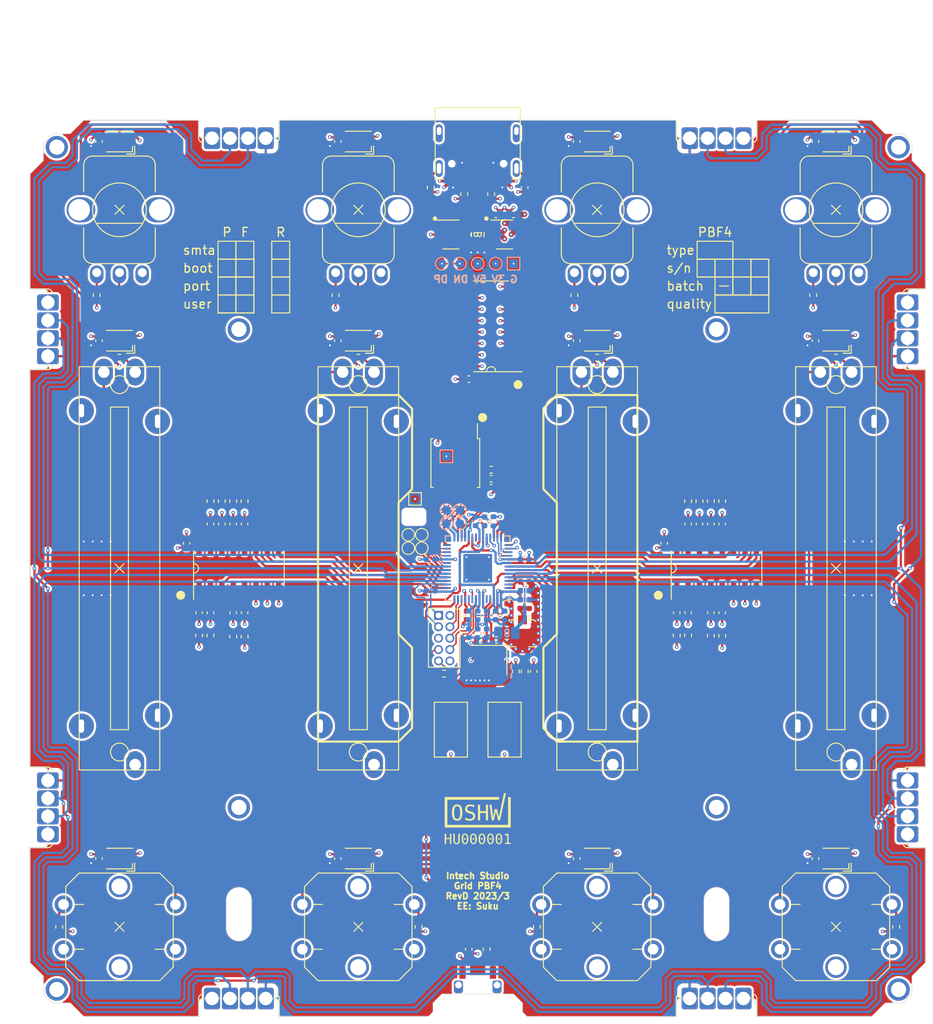
<source format=kicad_pcb>
(kicad_pcb (version 20221018) (generator pcbnew)
  (layers (0 "F.Cu" signal) (1 "In1.Cu" signal) (2 "In2.Cu" signal) (31 "B.Cu" signal) (34 "B.Paste" user) (35 "F.Paste" user) (36 "B.SilkS" user "B.Silkscreen") (37 "F.SilkS" user "F.Silkscreen") (38 "B.Mask" user) (39 "F.Mask" user) (44 "Edge.Cuts" user))
  (net 0 "")
  (net 1 "GND")
  (net 2 "/MCU/MAP_MODE")
  (net 3 "Net-(C713-Pad1)")
  (net 4 "Net-(C714-Pad1)")
  (net 5 "Net-(C715-Pad1)")
  (net 6 "Net-(C716-Pad1)")
  (net 7 "Net-(C717-Pad1)")
  (net 8 "Net-(C718-Pad1)")
  (net 9 "Net-(C719-Pad1)")
  (net 10 "Net-(C720-Pad1)")
  (net 11 "Net-(C722-Pad1)")
  (net 12 "Net-(C723-Pad1)")
  (net 13 "Net-(C724-Pad1)")
  (net 14 "Net-(C725-Pad1)")
  (net 15 "Net-(C726-Pad1)")
  (net 16 "Net-(C727-Pad1)")
  (net 17 "Net-(C728-Pad1)")
  (net 18 "Net-(C729-Pad1)")
  (net 19 "Net-(C739-Pad1)")
  (net 20 "Net-(C748-Pad1)")
  (net 21 "Net-(C749-Pad1)")
  (net 22 "Net-(C750-Pad1)")
  (net 23 "Net-(C759-Pad1)")
  (net 24 "Net-(C760-Pad1)")
  (net 25 "Net-(D701-Pad1)")
  (net 26 "Net-(D702-Pad1)")
  (net 27 "/MCU/USB_DN")
  (net 28 "/MCU/USB_DP")
  (net 29 "VDD_SPI")
  (net 30 "/MCU/TMS")
  (net 31 "/MCU/TCK")
  (net 32 "/MCU/TDO")
  (net 33 "/MCU/GRID_SYNC_1")
  (net 34 "/MCU/GRID_WEST_TX")
  (net 35 "+5V")
  (net 36 "/MCU/GRID_WEST_RX")
  (net 37 "/MCU/GRID_SYNC_2")
  (net 38 "/MCU/GRID_SOUTH_TX")
  (net 39 "/MCU/GRID_NORTH_RX")
  (net 40 "/MCU/GRID_SOUTH_RX")
  (net 41 "/MCU/GRID_NORTH_TX")
  (net 42 "/MCU/GRID_EAST_RX")
  (net 43 "/MCU/GRID_EAST_TX")
  (net 44 "Net-(D702-Pad3)")
  (net 45 "Net-(D703-Pad1)")
  (net 46 "/MCU/LED_DATA_OUT")
  (net 47 "/UI_LED/LED_DATA_OUT")
  (net 48 "/MCU/TDI")
  (net 49 "/MCU/U0RXD")
  (net 50 "/MCU/U0TXD")
  (net 51 "/MCU/SPICS0")
  (net 52 "Net-(D703-Pad3)")
  (net 53 "Net-(D704-Pad1)")
  (net 54 "/ANA_0")
  (net 55 "/ANA_1")
  (net 56 "/ANA_4")
  (net 57 "/ANA_5")
  (net 58 "/ANA_12")
  (net 59 "/ANA_13")
  (net 60 "/ANA_2")
  (net 61 "/ANA_3")
  (net 62 "/ANA_6")
  (net 63 "/ANA_7")
  (net 64 "/ANA_14")
  (net 65 "/ANA_15")
  (net 66 "/HWCFG/HWCFG_SHIFT")
  (net 67 "/HWCFG/HWCFG_CLOCK")
  (net 68 "/HWCFG/HWCFG_DATA")
  (net 69 "Net-(D705-Pad1)")
  (net 70 "Net-(D706-Pad1)")
  (net 71 "/MCU/RP_UART0_TX")
  (net 72 "/MCU/RP_UART0_RX")
  (net 73 "/MCU/RP_CLK")
  (net 74 "/MCU/RP_SWCLK")
  (net 75 "/MCU/RP_SWDIO")
  (net 76 "/MCU/RP_RUN")
  (net 77 "/MCU/RP_SPI0_RX")
  (net 78 "/MCU/RP_SPI0_CS")
  (net 79 "/MCU/RP_SPI0_SCK")
  (net 80 "/MCU/RP_SPI0_TX")
  (net 81 "Net-(D707-Pad1)")
  (net 82 "Net-(D708-Pad1)")
  (net 83 "Net-(D709-Pad1)")
  (net 84 "Net-(J711-PadA5)")
  (net 86 "Net-(J711-PadB5)")
  (net 88 "Net-(J711-PadS2)")
  (net 99 "Net-(R701-Pad2)")
  (net 100 "Net-(R702-Pad2)")
  (net 101 "Net-(R703-Pad2)")
  (net 102 "Net-(R705-Pad2)")
  (net 103 "Net-(R706-Pad2)")
  (net 104 "Net-(R707-Pad2)")
  (net 105 "Net-(R708-Pad2)")
  (net 106 "Net-(R709-Pad1)")
  (net 107 "Net-(R710-Pad1)")
  (net 108 "Net-(R711-Pad1)")
  (net 109 "Net-(R712-Pad1)")
  (net 110 "Net-(R732-Pad2)")
  (net 111 "Net-(R736-Pad1)")
  (net 112 "/MCU/RP_INTERRUPT")
  (net 113 "/MCU/SPIQ")
  (net 114 "/MCU/SPIWP")
  (net 115 "/MCU/SPID")
  (net 116 "/MCU/SPICLK")
  (net 117 "/MCU/SPIHD")
  (net 118 "/MCU/ESP_RESET")
  (net 119 "/MCU/ESP_BOOT0")
  (net 120 "/MCU/ESP_LNA")
  (net 121 "+1V1")
  (net 124 "+3V3")
  (net 133 "ESP_GPIO_3")
  (net 134 "ESP_GPIO_2")
  (net 135 "ESP_GPIO_1")
  (net 136 "ESP_GPIO_4")
  (net 137 "ESP_GPIO_5")
  (net 138 "ESP_GPIO_16")
  (net 140 "ESP_GPIO_48")
  (net 141 "ESP_GPIO_47")
  (net 142 "ESP_GPIO_33")
  (net 143 "ESP_GPIO_34")
  (net 144 "ESP_GPIO_35")
  (net 145 "ESP_GPIO_36")
  (net 146 "ESP_GPIO_37")
  (net 147 "ESP_GPIO_45")
  (net 148 "ESP_GPIO_46")
  (net 167 "Net-(R704-Pad2)")
  (net 170 "Net-(TP701-Pad1)")
  (net 171 "Net-(J702-Pad7)")
  (net 192 "Net-(TP703-Pad1)")
  (net 193 "Net-(TP702-Pad1)")
  (net 194 "Net-(TP704-Pad1)")
  (footprint "suku_basics:UI_WS2812C-2020" (layer "F.Cu") (at 59.995 132.385 180)
    (fp_text reference "D703" hide)
    (fp_text value "WS2812C-2020" hide)
  )
  (footprint "suku_basics:UI_WS2812C-2020" (layer "F.Cu") (at 113.335 132.385 180)
    (fp_text reference "D709" hide)
    (fp_text value "WS2812C-2020" hide)
  )
  (footprint "suku_basics:UI_WS2812C-2020" (layer "F.Cu") (at 86.665 132.385 180)
    (fp_text reference "D706" hide)
    (fp_text value "WS2812C-2020" hide)
  )
  (footprint "suku_basics:UI_WS2812C-2020" (layer "F.Cu") (at 140.005 132.385 180)
    (fp_text reference "D712" hide)
    (fp_text value "WS2812C-2020" hide)
  )
  (footprint "suku_basics:UI_WS2812C-2020" (layer "F.Cu") (at 86.665 52.375 180)
    (fp_text reference "D704" hide)
    (fp_text value "WS2812C-2020" hide)
  )
  (footprint "suku_basics:UI_WS2812C-2020" (layer "F.Cu") (at 113.335 52.375 180)
    (fp_text reference "D707" hide)
    (fp_text value "WS2812C-2020" hide)
  )
  (footprint "suku_basics:UI_WS2812C-2020" (layer "F.Cu") (at 140.005 74.6 180)
    (fp_text reference "D711" hide)
    (fp_text value "WS2812C-2020" hide)
  )
  (footprint "suku_basics:CAP_0402" (layer "F.Cu") (at 99 142.5 -90)
    (fp_text reference "C757" hide)
    (fp_text value "100n" hide)
  )
  (footprint "suku_basics:CAP_0402" (layer "F.Cu") (at 84.379 52.375 -90)
    (fp_text reference "C704" hide)
    (fp_text value "100n" hide)
  )
  (footprint "suku_basics:CAP_0402" (layer "F.Cu") (at 111.049 52.375 -90)
    (fp_text reference "C707" hide)
    (fp_text value "100n" hide)
  )
  (footprint "suku_basics:CAP_0402" (layer "F.Cu") (at 111.049 132.385 -90)
    (fp_text reference "C709" hide)
    (fp_text value "100n" hide)
  )
  (footprint "suku_basics:CAP_0402" (layer "F.Cu") (at 137.719 52.375 -90)
    (fp_text reference "C710" hide)
    (fp_text value "100n" hide)
  )
  (footprint "suku_basics:CAP_0402" (layer "F.Cu") (at 137.719 74.6 -90)
    (fp_text reference "C711" hide)
    (fp_text value "100n" hide)
  )
  (footprint "suku_basics:CAP_0402" (layer "F.Cu") (at 72.695 95.047 90)
    (fp_text reference "C713" hide)
    (fp_text value "100n" hide)
  )
  (footprint "suku_basics:CAP_0402" (layer "F.Cu") (at 70.155 95.047 90)
    (fp_text reference "C714" hide)
    (fp_text value "100n" hide)
  )
  (footprint "suku_basics:CAP_0402" (layer "F.Cu") (at 71.425 95.047 90)
    (fp_text reference "C717" hide)
    (fp_text value "100n" hide)
  )
  (footprint "suku_basics:CAP_0402" (layer "F.Cu") (at 73.965 95.047 90)
    (fp_text reference "C718" hide)
    (fp_text value "100n" hide)
  )
  (footprint "suku_basics:UI_WS2812C-2020" (layer "F.Cu") (at 59.995 52.375 180)
    (fp_text reference "D701" hide)
    (fp_text value "WS2812C-2020" hide)
  )
  (footprint "suku_basics:UI_WS2812C-2020" (layer "F.Cu") (at 86.665 74.6 180)
    (fp_text reference "D705" hide)
    (fp_text value "WS2812C-2020" hide)
  )
  (footprint "suku_basics:UI_WS2812C-2020" (layer "F.Cu") (at 140.005 52.375 180)
    (fp_text reference "D710" hide)
    (fp_text value "WS2812C-2020" hide)
  )
  (footprint "suku_basics:J_INTERFACE_SPRINGPATTERN" (layer "F.Cu") (at 50 73.33 90)
    (fp_text reference "J703" hide)
    (fp_text value "AFB10-S08LCA-00")
  )
  (footprint "suku_basics:J_INTERFACE_SPRINGPATTERN" (layer "F.Cu") (at 50 126.67 90)
    (fp_text reference "J704" hide)
    (fp_text value "AFB10-S08LCA-00")
  )
  (footprint "suku_basics:J_INTERFACE_SPRINGPATTERN" (layer "F.Cu") (at 73.33 150 180)
    (fp_text reference "J706" hide)
    (fp_text value "AFB10-S08LCA-00")
  )
  (footprint "suku_basics:J_INTERFACE_SPRINGPATTERN" (layer "F.Cu") (at 73.33 50)
    (fp_text reference "J705" hide)
    (fp_text value "AFB10-S08LCA-00")
  )
  (footprint "suku_basics:J_INTERFACE_SPRINGPATTERN" (layer "F.Cu") (at 126.67 150 180)
    (fp_text reference "J708" hide)
    (fp_text value "AFB10-S08LCA-00")
  )
  (footprint "suku_basics:J_INTERFACE_SPRINGPATTERN" (layer "F.Cu") (at 126.67 50)
    (fp_text reference "J707" hide)
    (fp_text value "AFB10-S08LCA-00")
  )
  (footprint "suku_basics:J_INTERFACE_SPRINGPATTERN" (layer "F.Cu") (at 150 73.33 -90)
    (fp_text reference "J709" hide)
    (fp_text value "AFB10-S08LCA-00")
  )
  (footprint "suku_basics:RES_0402" (layer "F.Cu") (at 53.264 140.005 -90)
    (fp_text reference "R709" hide)
    (fp_text value "10k" hide)
  )
  (footprint "suku_basics:RES_0402" (layer "F.Cu") (at 93.396 140.005 -90)
    (fp_text reference "R710" hide)
    (fp_text value "10k" hide)
  )
  (footprint "suku_basics:RES_0402" (layer "F.Cu") (at 106.604 140.005 -90)
    (fp_text reference "R711" hide)
    (fp_text value "10k" hide)
  )
  (footprint "suku_basics:RES_0402" (layer "F.Cu") (at 146.736 140.005 -90)
    (fp_text reference "R712" hide)
    (fp_text value "10k" hide)
  )
  (footprint "suku_basics:RES_0402" (layer "F.Cu") (at 71.425 92.507 90)
    (fp_text reference "R713" hide)
    (fp_text value "1k" hide)
  )
  (footprint "suku_basics:RES_0402" (layer "F.Cu") (at 70.155 92.507 90)
    (fp_text reference "R714" hide)
    (fp_text value "1k" hide)
  )
  (footprint "suku_basics:RES_0402" (layer "F.Cu") (at 72.695 92.507 90)
    (fp_text reference "R717" hide)
    (fp_text value "1k" hide)
  )
  (footprint "suku_basics:RES_0402" (layer "F.Cu") (at 73.965 92.507 90)
    (fp_text reference "R718" hide)
    (fp_text value "1k" hide)
  )
  (footprint "suku_basics:RES_0402" (layer "F.Cu") (at 101 142.5 90)
    (fp_text reference "R736" hide)
    (fp_text value "1k" hide)
  )
  (footprint "suku_basics:UI_POT_TT" (layer "F.Cu") (at 86.665 59.995)
    (fp_text reference "UI703" hide)
    (fp_text value "P090S-04F20BR10K (NF)" hide)
  )
  (footprint "suku_basics:UI_POT_TT" (layer "F.Cu") (at 113.335 59.995)
    (fp_text reference "UI705" hide)
    (fp_text value "P090S-04F20BR10K (NF)" hide)
  )
  (footprint "suku_basics:UI_POT_TT" (layer "F.Cu") (at 140.005 59.995)
    (fp_text reference "UI707" hide)
    (fp_text value "P090S-04F20BR10K (NF)" hide)
  )
  (footprint "suku_basics:UI_BUTTON_OMRON" (layer "F.Cu") (at 86.665 140.005)
    (fp_text reference "UI710" hide)
    (fp_text value "B3F-4050 (NF)" hide)
  )
  (footprint "suku_basics:UI_BUTTON_OMRON" (layer "F.Cu") (at 113.335 140.005)
    (fp_text reference "UI711" hide)
    (fp_text value "B3F-4050 (NF)" hide)
  )
  (footprint "suku_basics:UI_BUTTON_OMRON" (layer "F.Cu") (at 140.005 140.005)
    (fp_text reference "UI712" hide)
    (fp_text value "B3F-4050 (NF)" hide)
  )
  (footprint "suku_basics:CAP_0402" (layer "F.Cu") (at 57.709 132.385 -90)
    (fp_text reference "C703" hide)
    (fp_text value "100n" hide)
  )
  (footprint "suku_basics:CAP_0402" (layer "F.Cu") (at 84.379 74.6 -90)
    (fp_text reference "C705" hide)
    (fp_text value "100n" hide)
  )
  (footprint "suku_basics:CAP_0402" (layer "F.Cu") (at 84.379 132.385 -90)
    (fp_text reference "C706" hide)
    (fp_text value "100n" hide)
  )
  (footprint "suku_basics:CAP_0402" (layer "F.Cu") (at 137.719 132.385 -90)
    (fp_text reference "C712" hide)
    (fp_text value "100n" hide)
  )
  (footprint "suku_basics:J_INTERFACE_SPRINGPATTERN" (layer "F.Cu") (at 150 126.67 -90)
    (fp_text reference "J710" hide)
    (fp_text value "AFB10-S08LCA-00")
  )
  (footprint "suku_basics:UI_BUTTON_OMRON" (layer "F.Cu") (at 59.995 140.005)
    (fp_text reference "UI709" hide)
    (fp_text value "B3F-4050 (NF)" hide)
  )
  (footprint "suku_basics:RES_0402" (layer "F.Cu") (at 124.765 92.507 90)
    (fp_text reference "R721" hide)
    (fp_text value "1k" hide)
  )
  (footprint "suku_basics:RES_0402" (layer "F.Cu") (at 123.495 92.507 90)
    (fp_text reference "R722" hide)
    (fp_text value "1k" hide)
  )
  (footprint "suku_basics:RES_0402" (layer "F.Cu") (at 127.305 92.507 90)
    (fp_text reference "R726" hide)
    (fp_text value "1k" hide)
  )
  (footprint "suku_basics:SOIC-16_74HC4051" (layer "F.Cu") (at 126.67 100 90)
    (fp_text reference "U702" hide)
    (fp_text value "74HC4051" hide)
  )
  (footprint "suku_basics:CAP_0402" (layer "F.Cu") (at 126.035 95.047 90)
    (fp_text reference "C722" hide)
    (fp_text value "100n" hide)
  )
  (footprint "suku_basics:CAP_0402" (layer "F.Cu") (at 123.495 95.047 90)
    (fp_text reference "C723" hide)
    (fp_text value "100n" hide)
  )
  (footprint "suku_basics:CAP_0402" (layer "F.Cu") (at 124.765 95.047 90)
    (fp_text reference "C726" hide)
    (fp_text value "100n" hide)
  )
  (footprint "suku_basics:CAP_0402" (layer "F.Cu") (at 127.305 95.047 90)
    (fp_text reference "C727" hide)
    (fp_text value "100n" hide)
  )
  (footprint "suku_basics:SOIC-16_74HC4051" (layer "F.Cu") (at 73.33 100 90)
    (fp_text reference "U701" hide)
    (fp_text value "74HC4051" hide)
  )
  (footprint "suku_basics:UI_POT_TT" (layer "F.Cu") (at 59.995 59.995)
    (fp_text reference "UI701" hide)
    (fp_text value "P090S-04F20BR10K (NF)" hide)
  )
  (footprint "suku_basics:RES_0402" (layer "F.Cu") (at 68.885 107.493 -90)
    (fp_text reference "R715" hide)
    (fp_text value "1k" hide)
  )
  (footprint "suku_basics:RES_0402" (layer "F.Cu") (at 70.155 107.493 -90)
    (fp_text reference "R716" hide)
    (fp_text value "1k" hide)
  )
  (footprint "suku_basics:RES_0402" (layer "F.Cu") (at 73.965 107.62 -90)
    (fp_text reference "R719" hide)
    (fp_text value "1k" hide)
  )
  (footprint "suku_basics:RES_0402" (layer "F.Cu") (at 72.695 107.62 -90)
    (fp_text reference "R720" hide)
    (fp_text value "1k" hide)
  )
  (footprint "suku_basics:CAP_0402" (layer "F.Cu") (at 68.885 104.953 -90)
    (fp_text reference "C715" hide)
    (fp_text value "100n" hide)
  )
  (footprint "suku_basics:CAP_0402" (layer "F.Cu") (at 70.155 104.953 -90)
    (fp_text reference "C716" hide)
    (fp_text value "100n" hide)
  )
  (footprint "suku_basics:CAP_0402" (layer "F.Cu") (at 73.965 104.953 -90)
    (fp_text reference "C719" hide)
    (fp_text value "100n" hide)
  )
  (footprint "suku_basics:CAP_0402" (layer "F.Cu") (at 72.695 104.953 -90)
    (fp_text reference "C720" hide)
    (fp_text value "100n" hide)
  )
  (footprint "suku_basics:RES_0402" (layer "F.Cu") (at 126.035 92.507 90)
    (fp_text reference "R725" hide)
    (fp_text value "1k" hide)
  )
  (footprint "suku_basics:CAP_0402" (layer "F.Cu") (at 122.225 104.953 -90)
    (fp_text reference "C724" hide)
    (fp_text value "100n" hide)
  )
  (footprint "suku_basics:CAP_0402" (layer "F.Cu") (at 123.495 104.953 -90)
    (fp_text reference "C725" hide)
    (fp_text value "100n" hide)
  )
  (footprint "suku_basics:CAP_0402" (layer "F.Cu") (at 127.305 104.953 -90)
    (fp_text reference "C728" hide)
    (fp_text value "100n" hide)
  )
  (footprint "suku_basics:CAP_0402" (layer "F.Cu") (at 126.035 104.953 -90)
    (fp_text reference "C729" hide)
    (fp_text value "100n" hide)
  )
  (footprint "suku_basics:RES_0402" (layer "F.Cu") (at 122.225 107.493 -90)
    (fp_text reference "R723" hide)
    (fp_text value "1k" hide)
  )
  (footprint "suku_basics:RES_0402" (layer "F.Cu") (at 123.495 107.4676 -90)
    (fp_text reference "R724" hide)
    (fp_text value "1k" hide)
  )
  (footprint "suku_basics:RES_0402" (layer "F.Cu") (at 127.305 107.5184 -90)
    (fp_text reference "R727" hide)
    (fp_text value "1k" hide)
  )
  (footprint "suku_basics:RES_0402" (layer "F.Cu") (at 126.035 107.5184 -90)
    (fp_text reference "R728" hide)
    (fp_text value "1k" hide)
  )
  (footprint "suku_basics:SOIC-8W_FLASH" (layer "F.Cu") (at 97.5 88.25 -90)
    (fp_text reference "U705" hide)
    (fp_text value "W25Q64JVSSIQ" hide)
  )
  (footprint "suku_basics:CAP_0402" (layer "F.Cu") (at 57.709 52.375 -90)
    (fp_text reference "C701" hide)
    (fp_text value "100n" hide)
  )
  (footprint "suku_basics:CAP_0402" (layer "F.Cu") (at 99 78.8875 180)
    (fp_text reference "C762" hide)
    (fp_text value "100n" hide)
  )
  (footprint "suku_basics:CAP_0402" (layer "F.Cu") (at 120.828 97.206 -90)
    (fp_text reference "C730" hide)
    (fp_text value "100n" hide)
  )
  (footprint "suku_basics:CAP_0402" (layer "F.Cu") (at 67.488 97.206 -90)
    (fp_text reference "C721" hide)
    (fp_text value "100n" hide)
  )
  (footprint "suku_basics:SW_HYP_MAPMODE" (layer "F.Cu") (at 100 146.5 180)
    (fp_text reference "SW701" hide)
    (fp_text value "C255807" hide)
  )
  (footprint "suku_basics:SOIC-16_74HC165" (layer "F.Cu") (at 101.5 73 180)
    (fp_text reference "U708" hide)
    (fp_text value "74HC165" hide)
  )
  (footprint "suku_basics:CAP_0402" (layer "F.Cu") (at 101.5 91)
    (fp_text reference "C756" hide)
    (fp_text value "100n" hide)
  )
  (footprint "suku_basics:UI_FADER_TT" (layer "F.Cu") (at 86.665 100)
    (fp_text reference "UI704" hide)
    (fp_text value "PS30-10MC1BR10K (NF)" hide)
  )
  (footprint "suku_basics:UI_FADER_TT" (layer "F.Cu") (at 140.005 100)
    (fp_text reference "UI708" hide)
    (fp_text value "PS30-10MC1BR10K (NF)" hide)
  )
  (footprint "suku_basics:UI_FADER_TT" (layer "F.Cu") (at 59.995 100)
    (fp_text reference "UI702" hide)
    (fp_text value "PS30-10MC1BR10K (NF)" hide)
  )
  (footprint "suku_basics:UI_WS2812C-2020" (layer "F.Cu") (at 59.995 74.6 180)
    (fp_text reference "D702" hide)
    (fp_text value "WS2812C-2020" hide)
  )
  (footprint "suku_basics:CAP_0402" (layer "F.Cu") (at 57.709 74.6 -90)
    (fp_text reference "C702" hide)
    (fp_text value "100n" hide)
  )
  (footprint "suku_basics:UI_WS2812C-2020" (layer "F.Cu") (at 113.335 74.6 180)
    (fp_text reference "D708" hide)
    (fp_text value "WS2812C-2020" hide)
  )
  (footprint "suku_basics:CAP_0402" (layer "F.Cu") (at 111.049 74.6 -90)
    (fp_text reference "C708" hide)
    (fp_text value "100n" hide)
  )
  (footprint "suku_basics:UI_FADER_TT" (layer "F.Cu") (at 113.335 100)
    (fp_text reference "UI706" hide)
    (fp_text value "PS30-10MC1BR10K (NF)" hide)
  )
  (footprint "suku_basics:USB_C_Korean_Hroparts_TYPE-C-31-M-12" (layer "F.Cu") (at 100 51.2 180)
    (fp_text reference "J711" hide)
    (fp_text value "USB_C_TYPE-C-32-M-12" hide)
  )
  (footprint "suku_basics:SOT-23-6" (layer "F.Cu") (at 97 62.75 180)
    (fp_text reference "U706" hide)
    (fp_text value "SESRV05-4" hide)
  )
  (footprint "suku_basics:RES_0402" (layer "F.Cu") (at 113.335 76.505)
    (fp_text reference "R706" hide)
    (fp_text value "470R" hide)
  )
  (footprint "suku_basics:FERRIT_0805" (layer "F.Cu") (at 100 62.75 -90)
    (fp_text reference "L703" hide)
    (fp_text value "GZ2012D601TF" hide)
  )
  (footprint "suku_basics:RES_0402" (layer "F.Cu") (at 57.455 69.52 90)
    (fp_text reference "R701" hide)
    (fp_text value "470R" hide)
  )
  (footprint "suku_basics:CAP_0402" (layer "F.Cu") (at 106.25 111.5 90)
    (fp_text reference "C758" hide)
    (fp_text value "1u" hide)
  )
  (footprint "suku_basics:CAP_0402" (layer "F.Cu") (at 102 105.25 -90)
    (fp_text reference "C753" hide)
    (fp_text value "10n" hide)
  )
  (footprint "Button_Switch_SMD:SW_SPST_CK_RS282G05A3" (layer "F.Cu") (at 97 118 90)
    (fp_text reference "SW703" hide)
    (fp_text value "C2905169" hide)
  )
  (footprint "suku_basics:RES_0402" (layer "F.Cu") (at 101.5 89)
    (fp_text reference "R734" hide)
    (fp_text value "5k1" hide)
  )
  (footprint "Crystal:Crystal_SMD_Abracon_ABM8G-4Pin_3.2x2.5mm" (layer "F.Cu") (at 101.25 110.25 180)
    (fp_text reference "Y701" hide)
    (fp_text value "ESP32_XTAL" hide)
  )
  (footprint "suku_basics:CAP_0402" (layer "F.Cu") (at 100.35 108 180)
    (fp_text reference "C750" hide)
    (fp_text value "10p" hide)
  )
  (footprint "suku_basics:CAP_0402" (layer "F.Cu") (at 98.75 105.25 -90)
    (fp_text reference "C752" hide)
    (fp_text value "100n" hide)
  )
  (footprint "suku_basics:CAP_0402" (layer "F.Cu") (at 104 60.5)
    (fp_text reference "C761" hide)
    (fp_text value "1u" hide)
  )
  (footprint "suku_basics:CAP_0402" (layer "F.Cu") (at 105.25 102.5)
    (fp_text reference "C742" hide)
    (fp_text value "1p8" hide)
  )
  (footprint "TestPoint:TestPoint_Pad_1.0x1.0mm" (layer "F.Cu") (at 93 92.25)
    (fp_text reference "TP710" hide)
    (fp_text value "TestPoint")
  )
  (footprint "suku_basics:RES_0402" (layer "F.Cu") (at 84.125 69.52 90)
    (fp_text reference "R703" hide)
    (fp_text value "470R" hide)
  )
  (footprint "suku_basics:CAP_0402" (layer "F.Cu") (at 100.75 94.75 90)
    (fp_text reference "C751" hide)
    (fp_text value "100n" hide)
  )
  (footprint "suku_basics:CAP_0402" (layer "F.Cu") (at 105.25 57.5 -90)
    (fp_text reference "C759" hide)
    (fp_text value "4n7" hide)
  )
  (footprint "suku_basics:RES_0402" (layer "F.Cu") (at 140.005 76.505)
    (fp_text reference "R708" hide)
    (fp_text value "470R" hide)
  )
  (footprint "suku_basics:RES_0402" (layer "F.Cu") (at 59.995 76.505)
    (fp_text reference "R702" hide)
    (fp_text value "470R" hide)
  )
  (footprint "suku_basics:CAP_0402" (layer "F.Cu") (at 105.75 104 90)
    (fp_text reference "C739" hide)
    (fp_text value "3p9" hide)
  )
  (footprint "suku_basics:RES_0402" (layer "F.Cu") (at 110.795 69.52 90)
    (fp_text reference "R705" hide)
    (fp_text value "470R" hide)
  )
  (footprint "suku_basics:CAP_0402" (layer "F.Cu") (at 101.5 90)
    (fp_text reference "C755" hide)
    (fp_text value "1u" hide)
  )
  (footprint "suku_basics:RES_0402" (layer "F.Cu") (at 137.465 69.52 90)
    (fp_text reference "R707" hide)
    (fp_text value "470R" hide)
  )
  (footprint "suku_basics:CAP_0402" (layer "F.Cu") (at 102 60.5)
    (fp_text reference "C760" hide)
    (fp_text value "1u" hide)
  )
  (footprint "suku_basics:CAP_0402" (layer "F.Cu") (at 105.25 101.5)
    (fp_text reference "C749" hide)
    (fp_text value "100n" hide)
  )
  (footprint "suku_basics:QFN-56-1EP_7x7mm_P0.4mm_EP3.2x3.2mm" (layer "F.Cu") (at 100 100 180)
    (fp_text reference "U704" hide)
    (fp_text value "ESP32-S3FN8" hide)
  )
  (footprint "suku_basics:RES_0402" (layer "F.Cu") (at 101.5 58.25 -90)
    (fp_text reference "R738" hide)
    (fp_text value "5k1" hide)
  )
  (footprint "suku_basics:grid_outline" (layer "F.Cu") (at 100 100)
    (fp_text reference "M701" hide)
    (fp_text value "(NF)" hide)
  )
  (footprint "suku_basics:RES_0402" (layer "F.Cu") (at 98.5 58.25 -90)
    (fp_text reference "R739" hide)
    (fp_text value "5k1" hide)
  )
  (footprint "TestPoint:TestPoint_Pad_D1.0mm" (layer "F.Cu") (at 93.75 96.25)
    (fp_text reference "TP706" hide)
    (fp_text value "TestPoint")
  )
  (footprint "Connector_PinHeader_1.27mm:PinHeader_2x05_P1.27mm_Vertical" (layer "F.Cu") (at 95.625 105.25)
    (fp_text reference "J702" hide)
    (fp_text value "(NF)" hide)
  )
  (footprint "suku_basics:SOT-23-5" (layer "F.Cu") (at 103 62.75 180)
    (fp_text reference "U707" hide)
    (fp_text value "LN1134A332MR-G" hide)
  )
  (footprint "suku_basics:RES_0402" (layer "F.Cu") (at 104.25 111.5 -90)
    (fp_text reference "R732" hide)
    (fp_text value "5k1" hide)
  )
  (footprint "Button_Switch_SMD:SW_SPST_CK_RS282G05A3" (layer "F.Cu") (at 103 118 90)
    (fp_text reference "SW702" hide)
    (fp_text value "C2905169" hide)
  )
  (footprint "suku_basics:RES_0402" (layer "F.Cu") (at 86.665 76.505)
    (fp_text reference "R704" hide)
    (fp_text value "470R" hide)
  )
  (footprint "suku_basics:RES_0402" (layer "F.Cu") (at 94.75 57.5 -90)
    (fp_text reference "R737" hide)
    (fp_text value "1M" hide)
  )
  (footprint "TestPoint:TestPoint_Pad_D1.0mm" (layer "F.Cu") (at 92.25 96.25)
    (fp_text reference "TP708" hide)
    (fp_text value "TestPoint")
  )
  (footprint "TestPoint:TestPoint_Pad_D1.0mm" (layer "F.Cu") (at 92.25 97.75)
    (fp_text reference "TP709" hide)
    (fp_text value "TestPoint")
  )
  (footprint "TestPoint:TestPoint_Pad_D1.0mm" (layer "F.Cu") (at 93.75 97.75)
    (fp_text reference "TP707" hide)
    (fp_text value "TestPoint")
  )
  (footprint "Connector_Coaxial:U.FL_Molex_MCRF_73412-0110_Vertical" (layer "F.Cu") (at 105 107.25 180)
    (fp_text reference "J701" hide)
    (fp_text value "Conn_Coaxial" hide)
  )
  (footprint "suku_basics:IND_0402" (layer "F.Cu") (at 104.75 103.985 90)
    (fp_text reference "L701" hide)
    (fp_text value "1n8" hide)
  )
  (footprint "suku_basics:CAP_0402" (layer "F.Cu") (at 102.1 108)
    (fp_text reference "C748" hide)
    (fp_text value "10p" hide)
  )
  (footprint "suku_basics:RES_0402" (layer "F.Cu") (at 105.25 111.5 -90)
    (fp_text reference "R735" hide)
    (fp_text value "5k1" hide)
  )
  (footprint "suku_basics:CAP_0402" (layer "F.Cu") (at 103 105.25 -90)
    (fp_text reference "C754" hide)
    (fp_text value "1u" hide)
  )
  (footprint "suku_basics:RES_0402" (layer "F.Cu") (at 96.25 111.75)
    (fp_text reference "R733" hide)
    (fp_text value "1k" hide)
  )
  (footprint "suku_basics:OSHWA" (layer "F.Cu") (at 100 128)
    (fp_text reference "LOGO701" hide)
    (fp_text value "OSHWA" hide)
  )
  (footprint "TestPoint:TestPoint_Pad_1.0x1.0mm" (layer "B.Cu") (at 104 66 180)
    (fp_text reference "TP711" hide)
    (fp_text value "GND" hide)
  )
  (footprint "TestPoint:TestPoint_Pad_D1.0mm" (layer "B.Cu") (at 100 66 180)
    (fp_text reference "TP712" hide)
    (fp_text value "VB" hide)
  )
  (footprint "TestPoint:TestPoint_Pad_D1.0mm" (layer "B.Cu") (at 98 66)
    (fp_text reference "TP713" hide)
    (fp_text value "D-" hide)
  )
  (footprint "TestPoint:TestPoint_Pad_D1.0mm" (layer "B.Cu") (at 96 66)
    (fp_text reference "TP714" hide)
    (fp_text value "D+" hide)
  )
  (footprint "suku_basics:FERRIT_0805" (layer "B.Cu") (at 103.25 107.2 180)
    (fp_text reference "L702" hide)
    (fp_text value "GZ2012D601TF" hide)
  )
  (footprint "suku_basics:CAP_0402" (layer "B.Cu") (at 105.25 103.5)
    (fp_text reference "C741" hide)
    (fp_text value "100n" hide)
  )
  (footprint "suku_basics:CAP_0402" (layer "B.Cu") (at 101 105.25 -90)
    (fp_text reference "C745" hide)
    (fp_text value "100n" hide)
  )
  (footprint "suku_basics:RP2040_QFN-56-1EP_7x7mm_P0.4mm_EP3.2x3.2mm" (layer "B.Cu") (at 100 100 90)
    (fp_text reference "U703" hide)
    (fp_text value "RP2040" hide)
  )
  (footprint "suku_basics:CAP_0402" (layer "B.Cu") (at 94.75 99 180)
    (fp_text reference "C736" hide)
    (fp_text value "100n" hide)
  )
  (footprint "TestPoint:TestPoint_Pad_1.0x1.0mm" (layer "B.Cu") (at 96.5 87.5 180)
    (fp_text reference "TP705" hide)
    (fp_text value "TestPoint")
  )
  (footprint "TestPoint:TestPoint_Pad_D1.0mm" (layer "B.Cu") (at 98 95 180)
    (fp_text reference "TP703" hide)
    (fp_text value "TestPoint" hide)
  )
  (footprint "suku_basics:CAP_0402" (layer "B.Cu") (at 100 105.25 -90)
    (fp_text reference "C744" hide)
    (fp_text value "100n" hide)
  )
  (footprint "suku_basics:CAP_0402" (layer "B.Cu") (at 100 107.25 90)
    (fp_text reference "C746" hide)
    (fp_text value "1u" hide)
  )
  (footprint "TestPoint:TestPoint_Pad_D1.0mm" (layer "B.Cu") (at 102 66)
    (fp_text reference "TP715" hide)
    (fp_text value "UI" hide)
  )
  (footprint "suku_basics:CAP_0402" (layer "B.Cu") (at 99 107.25 90)
    (fp_text reference "C743" hide)
    (fp_text value "10u" hide)
  )
  (footprint "suku_basics:CAP_0402" (layer "B.Cu") (at 102 105.25 -90)
    (fp_text reference "C733" hide)
    (fp_text value "1u" hide)
  )
  (footprint "TestPoint:TestPoint_Pad_D1.0mm" (layer "B.Cu") (at 96.5 95 180)
    (fp_text reference "TP701" hide)
    (fp_text value "TestPoint" hide)
  )
  (footprint "suku_basics:CAP_0402" (layer "B.Cu") (at 99.75 94.75 90)
    (fp_text reference "C737" hide)
    (fp_text value "100n" hide)
  )
  (footprint "suku_basics:CAP_0402" (layer "B.Cu") (at 105.25 102.5)
    (fp_text reference "C740" hide)
    (fp_text value "100n" hide)
  )
  (footprint "TestPoint:TestPoint_Pad_D1.0mm" (layer "B.Cu") (at 98 93.5 180)
    (fp_text reference "TP704" hide)
    (fp_text value "TestPoint" hide)
  )
  (footprint "TestPoint:TestPoint_Pad_D1.0mm" (layer "B.Cu") (at 96.5 93.5 180)
    (fp_text reference "TP702" hide)
    (fp_text value "TestPoint" hide)
  )
  (footprint "suku_basics:CAP_0402" (layer "B.Cu") (at 105.25 99)
    (fp_text reference "C738" hide)
    (fp_text value "100n" hide)
  )
  (footprint "suku_basics:CAP_0402" (layer "B.Cu") (at 103 105.25 -90)
    (fp_text reference "C734" hide)
    (fp_text value "1u" hide)
  )
  (footprint "suku_basics:CAP_0402" (layer "B.Cu") (at 100.75 94.75 90)
    (fp_text reference "C731" hide)
    (fp_text value "100n" hide)
  )
  (footprint "suku_basics:RES_0402" (layer "B.Cu") (at 101.75 94.75 -90)
    (fp_text reference "R729" hide)
    (fp_text value "5k1" hide)
  )
  (footprint "suku_basics:CAP_0402" (layer "B.Cu") (at 99 105.25 -90)
    (fp_text reference "C732" hide)
    (fp_text value "100n" hide)
  )
  (footprint "suku_basics:CAP_0402" (layer "B.Cu") (at 101 107.25 90)
    (fp_text reference "C747" hide)
    (fp_text value "100n" hide)
  )
  (footprint "suku_basics:CAP_0402" (layer "B.Cu") (at 94.75 102.5 180)
    (fp_text reference "C735" hide)
    (fp_text value "100n" hide)
  )
  (gr_line (start 75 63.5) (end 73 63.5) (stroke (width 0.12)) (layer "F.SilkS"))
  (gr_line (start 73 65.5) (end 73 63.5) (stroke (width 0.12)) (layer "F.SilkS"))
  (gr_line (start 71 67.5) (end 73 67.5) (stroke (width 0.12)) (layer "F.SilkS"))
  (gr_line (start 71 63.5) (end 71 65.5) (stroke (width 0.12)) (layer "F.SilkS"))
  (gr_line (start 73 63.5) (end 71 63.5) (stroke (width 0.12)) (layer "F.SilkS"))
  (gr_line (start 73 63.5) (end 73 65.5) (stroke (width 0.12)) (layer "F.SilkS"))
  (gr_line (start 73 67.5) (end 75 67.5) (stroke (width 0.12)) (layer "F.SilkS"))
  (gr_line (start 75 65.5) (end 75 63.5) (stroke (width 0.12)) (layer "F.SilkS"))
  (gr_line (start 79 63.5) (end 77 63.5) (stroke (width 0.12)) (layer "F.SilkS"))
  (gr_line (start 77 63.5) (end 77 65.5) (stroke (width 0.12)) (layer "F.SilkS"))
  (gr_line (start 79 65.5) (end 79 63.5) (stroke (width 0.12)) (layer "F.SilkS"))
  (gr_line (start 75 67.5) (end 75 69.5) (stroke (width 0.12)) (layer "F.SilkS"))
  (gr_line (start 75 69.5) (end 75 67.5) (stroke (width 0.12)) (layer "F.SilkS"))
  (gr_line (start 73 67.5) (end 71 67.5) (stroke (width 0.12)) (layer "F.SilkS"))
  (gr_line (start 71 67.5) (end 71 69.5) (stroke (width 0.12)) (layer "F.SilkS"))
  (gr_line (start 71 69.5) (end 73 69.5) (stroke (width 0.12)) (layer "F.SilkS"))
  (gr_line (start 73 69.5) (end 73 67.5) (stroke (width 0.12)) (layer "F.SilkS"))
  (gr_line (start 75 67.5) (end 73 67.5) (stroke (width 0.12)) (layer "F.SilkS"))
  (gr_line (start 75 69.5) (end 75 71.5) (stroke (width 0.12)) (layer "F.SilkS"))
  (gr_line (start 75 71.5) (end 75 69.5) (stroke (width 0.12)) (layer "F.SilkS"))
  (gr_line (start 73 71.5) (end 75 71.5) (stroke (width 0.12)) (layer "F.SilkS"))
  (gr_line (start 73 69.5) (end 73 71.5) (stroke (width 0.12)) (layer "F.SilkS"))
  (gr_line (start 73 69.5) (end 71 69.5) (stroke (width 0.12)) (layer "F.SilkS"))
  (gr_line (start 71 69.5) (end 71 71.5) (stroke (width 0.12)) (layer "F.SilkS"))
  (gr_line (start 71 71.5) (end 73 71.5) (stroke (width 0.12)) (layer "F.SilkS"))
  (gr_line (start 75 69.5) (end 73 69.5) (stroke (width 0.12)) (layer "F.SilkS"))
  (gr_line (start 73 69.5) (end 75 69.5) (stroke (width 0.12)) (layer "F.SilkS"))
  (gr_line (start 73 67.5) (end 73 69.5) (stroke (width 0.12)) (layer "F.SilkS"))
  (gr_line (start 73 71.5) (end 73 69.5) (stroke (width 0.12)) (layer "F.SilkS"))
  (gr_line (start 73 71.5) (end 71 71.5) (stroke (width 0.12)) (layer "F.SilkS"))
  (gr_line (start 75 71.5) (end 73 71.5) (stroke (width 0.12)) (layer "F.SilkS"))
  (gr_line (start 124.5 65.5) (end 124.5 63.5) (stroke (width 0.12)) (layer "F.SilkS"))
  (gr_line (start 124.5 63.5) (end 128.5 63.5) (stroke (width 0.12)) (layer "F.SilkS"))
  (gr_line (start 128.5 63.5) (end 128.5 65.5) (stroke (width 0.12)) (layer "F.SilkS"))
  (gr_line (start 126.5 65.5) (end 124.5 65.5) (stroke (width 0.12)) (layer "F.SilkS"))
  (gr_line (start 128.5 65.5) (end 126.5 65.5) (stroke (width 0.12)) (layer "F.SilkS"))
  (gr_line (start 128.5 69.5) (end 130.5 69.5) (stroke (width 0.12)) (layer "F.SilkS"))
  (gr_line (start 128.5 67.5) (end 128.5 69.5) (stroke (width 0.12)) (layer "F.SilkS"))
  (gr_line (start 130.5 69.5) (end 130.5 67.5) (stroke (width 0.12)) (layer "F.SilkS"))
  (gr_line (start 127 68.5) (end 128 68.5) (stroke (width 0.12)) (layer "F.SilkS"))
  (gr_line (start 128.5 69.5) (end 126.5 69.5) (stroke (width 0.12)) (layer "F.SilkS"))
  (gr_line (start 128.5 67.5) (end 128.5 69.5) (stroke (width 0.12)) (layer "F.SilkS"))
  (gr_line (start 128.5 69.5) (end 128.5 67.5) (stroke (width 0.12)) (layer "F.SilkS"))
  (gr_line (start 130.5 69.5) (end 128.5 69.5) (stroke (width 0.12)) (layer "F.SilkS"))
  (gr_line (start 130.5 67.5) (end 130.5 69.5) (stroke (width 0.12)) (layer "F.SilkS"))
  (gr_line (start 126.5 69.5) (end 128.5 69.5) (stroke (width 0.12)) (layer "F.SilkS"))
  (gr_line (start 126.5 67.5) (end 126.5 69.5) (stroke (width 0.12)) (layer "F.SilkS"))
  (gr_line (start 130.5 67.5) (end 132.5 67.5) (stroke (width 0.12)) (layer "F.SilkS"))
  (gr_line (start 130.5 65.5) (end 132.5 65.5) (stroke (width 0.12)) (layer "F.SilkS"))
  (gr_line (start 130.5 65.5) (end 130.5 67.5) (stroke (width 0.12)) (layer "F.SilkS"))
  (gr_line (start 132.5 67.5) (end 132.5 65.5) (stroke (width 0.12)) (layer "F.SilkS"))
  (gr_line (start 132.5 67.5) (end 130.5 67.5) (stroke (width 0.12)) (layer "F.SilkS"))
  (gr_line (start 130.5 67.5) (end 130.5 65.5) (stroke (width 0.12)) (layer "F.SilkS"))
  (gr_line (start 132.5 65.5) (end 130.5 65.5) (stroke (width 0.12)) (layer "F.SilkS"))
  (gr_line (start 132.5 67.5) (end 132.5 69.5) (stroke (width 0.12)) (layer "F.SilkS"))
  (gr_line (start 132.5 69.5) (end 130.5 69.5) (stroke (width 0.12)) (layer "F.SilkS"))
  (gr_line (start 128.5 67.5) (end 126.5 67.5) (stroke (width 0.12)) (layer "F.SilkS"))
  (gr_line (start 132.5 69.5) (end 132.5 67.5) (stroke (width 0.12)) (layer "F.SilkS"))
  (gr_line (start 130.5 69.5) (end 132.5 69.5) (stroke (width 0.12)) (layer "F.SilkS"))
  (gr_line (start 126.5 67.5) (end 124.5 67.5) (stroke (width 0.12)) (layer "F.SilkS"))
  (gr_line (start 130.5 67.5) (end 128.5 67.5) (stroke (width 0.12)) (layer "F.SilkS"))
  (gr_line (start 130.5 67.5) (end 130.5 65.5) (stroke (width 0.12)) (layer "F.SilkS"))
  (gr_line (start 128.5 67.5) (end 130.5 67.5) (stroke (width 0.12)) (layer "F.SilkS"))
  (gr_line (start 128.5 65.5) (end 128.5 67.5) (stroke (width 0.12)) (layer "F.SilkS"))
  (gr_line (start 130.5 65.5) (end 128.5 65.5) (stroke (width 0.12)) (layer "F.SilkS"))
  (gr_line (start 128.5 67.5) (end 128.5 65.5) (stroke (width 0.12)) (layer "F.SilkS"))
  (gr_line (start 126.5 67.5) (end 128.5 67.5) (stroke (width 0.12)) (layer "F.SilkS"))
  (gr_line (start 130.5 67.5) (end 130.5 69.5) (stroke (width 0.12)) (layer "F.SilkS"))
  (gr_line (start 126.5 65.5) (end 126.5 67.5) (stroke (width 0.12)) (layer "F.SilkS"))
  (gr_line (start 124.5 65.5) (end 124.5 67.5) (stroke (width 0.12)) (layer "F.SilkS"))
  (gr_line (start 124.5 67.5) (end 126.5 67.5) (stroke (width 0.12)) (layer "F.SilkS"))
  (gr_line (start 126.5 67.5) (end 126.5 65.5) (stroke (width 0.12)) (layer "F.SilkS"))
  (gr_line (start 128.5 65.5) (end 126.5 65.5) (stroke (width 0.12)) (layer "F.SilkS"))
  (gr_line (start 126.5 65.5) (end 124.5 65.5) (stroke (width 0.12)) (layer "F.SilkS"))
  (gr_line (start 73 65.5) (end 73 67.5) (stroke (width 0.12)) (layer "F.SilkS"))
  (gr_line (start 73 67.5) (end 75 67.5) (stroke (width 0.12)) (layer "F.SilkS"))
  (gr_line (start 75 67.5) (end 73 67.5) (stroke (width 0.12)) (layer "F.SilkS"))
  (gr_line (start 73 67.5) (end 71 67.5) (stroke (width 0.12)) (layer "F.SilkS"))
  (gr_line (start 75 65.5) (end 73 65.5) (stroke (width 0.12)) (layer "F.SilkS"))
  (gr_line (start 73 67.5) (end 73 65.5) (stroke (width 0.12)) (layer "F.SilkS"))
  (gr_line (start 71 67.5) (end 73 67.5) (stroke (width 0.12)) (layer "F.SilkS"))
  (gr_line (start 71 65.5) (end 71 67.5) (stroke (width 0.12)) (layer "F.SilkS"))
  (gr_line (start 73 65.5) (end 71 65.5) (stroke (width 0.12)) (layer "F.SilkS"))
  (gr_line (start 75 67.5) (end 75 65.5) (stroke (width 0.12)) (layer "F.SilkS"))
  (gr_line (start 75 65.5) (end 75 67.5) (stroke (width 0.12)) (layer "F.SilkS"))
  (gr_line (start 77 65.5) (end 79 65.5) (stroke (width 0.12)) (layer "F.SilkS"))
  (gr_line (start 73 65.5) (end 75 65.5) (stroke (width 0.12)) (layer "F.SilkS"))
  (gr_line (start 71 65.5) (end 73 65.5) (stroke (width 0.12)) (layer "F.SilkS"))
  (gr_line (start 128.5 71.5) (end 126.5 71.5) (stroke (width 0.12)) (layer "F.SilkS"))
  (gr_line (start 130.5 71.5) (end 128.5 71.5) (stroke (width 0.12)) (layer "F.SilkS"))
  (gr_line (start 132.5 71.5) (end 128.5 71.5) (stroke (width 0.12)) (layer "F.SilkS"))
  (gr_line (start 128.5 71.5) (end 126.5 71.5) (stroke (width 0.12)) (layer "F.SilkS"))
  (gr_line (start 132.5 69.5) (end 132.5 71.5) (stroke (width 0.12)) (layer "F.SilkS"))
  (gr_line (start 126.5 69.5) (end 130.5 69.5) (stroke (width 0.12)) (layer "F.SilkS"))
  (gr_line (start 126.5 71.5) (end 126.5 69.5) (stroke (width 0.12)) (layer "F.SilkS"))
  (gr_line (start 79 71.5) (end 79 69.5) (stroke (width 0.12)) (layer "F.SilkS"))
  (gr_line (start 77 69.5) (end 77 71.5) (stroke (width 0.12)) (layer "F.SilkS"))
  (gr_line (start 79 69.5) (end 77 69.5) (stroke (width 0.12)) (layer "F.SilkS"))
  (gr_line (start 77 71.5) (end 79 71.5) (stroke (width 0.12)) (layer "F.SilkS"))
  (gr_line (start 77 67.5) (end 79 67.5) (stroke (width 0.12)) (layer "F.SilkS"))
  (gr_line (start 77 69.5) (end 79 69.5) (stroke (width 0.12)) (layer "F.SilkS"))
  (gr_poly (pts (xy 91.165 80.665) (xy 92.665 82.165) (xy 92.665 91.165) (xy 91.165 92.665) (xy 91.165 107.335) (xy 92.665 108.835) (xy 92.665 117.835) (xy 91.165 119.335) (xy 82.165 119.335) (xy 82.165 80.665)) (stroke (width 0.24)) (fill none) (layer "F.SilkS"))
  (gr_line (start 79 69.5) (end 79 67.5) (stroke (width 0.12)) (layer "F.SilkS"))
  (gr_line (start 77 65.5) (end 77 67.5) (stroke (width 0.12)) (layer "F.SilkS"))
  (gr_line (start 79 65.5) (end 77 65.5) (stroke (width 0.12)) (layer "F.SilkS"))
  (gr_line (start 79 67.5) (end 77 67.5) (stroke (width 0.12)) (layer "F.SilkS"))
  (gr_poly (pts (xy 108.835 119.335) (xy 107.335 117.835) (xy 107.335 108.835) (xy 108.835 107.335) (xy 108.835 92.665) (xy 107.335 91.165) (xy 107.335 82.165) (xy 108.835 80.665) (xy 117.835 80.665) (xy 117.835 119.335)) (stroke (width 0.24)) (fill none) (layer "F.SilkS"))
  (gr_line (start 79 67.5) (end 79 65.5) (stroke (width 0.12)) (layer "F.SilkS"))
  (gr_line (start 77 67.5) (end 77 69.5) (stroke (width 0.12)) (layer "F.SilkS"))
  (gr_arc (start 91.5 93.75) (mid 91.646447 93.396447) (end 92 93.25) (stroke (width 0.05)) (layer "Edge.Cuts"))
  (gr_line (start 95 148.5) (end 95 149.5) (stroke (width 0.05)) (layer "Edge.Cuts"))
  (gr_line (start 128.084222 138.590786) (end 128.084222 137.005) (stroke (width 0.05)) (layer "Edge.Cuts"))
  (gr_line (start 52 130.67) (end 52 122.67) (stroke (width 0.1)) (layer "Edge.Cuts"))
  (gr_arc (start 52 77.33) (mid 51.853553 77.683553) (end 51.5 77.83) (stroke (width 0.1)) (layer "Edge.Cuts"))
  (gr_line (start 68.83 148.5) (end 68.83 150) (stroke (width 0.1)) (layer "Edge.Cuts"))
  (gr_line (start 77.83 50) (end 122.17 50) (stroke (width 0.1)) (layer "Edge.Cuts"))
  (gr_line (start 148.5 147.5) (end 147.5 148.5) (stroke (width 0.05)) (layer "Edge.Cuts"))
  (gr_line (start 148.5 54.5) (end 150 56) (stroke (width 0.05)) (layer "Edge.Cuts"))
  (gr_arc (start 77.33 148) (mid 77.683553 148.146447) (end 77.83 148.5) (stroke (width 0.1)) (layer "Edge.Cuts"))
  (gr_arc (start 148 69.33) (mid 148.146447 68.976447) (end 148.5 68.83) (stroke (width 0.1)) (layer "Edge.Cuts"))
  (gr_line (start 104 147.5) (end 105 148.5) (stroke (width 0.05)) (layer "Edge.Cuts"))
  (gr_line (start 50 77.83) (end 51.5 77.83) (stroke (width 0.1)) (layer "Edge.Cuts"))
  (gr_line (start 150 122.17) (end 148.5 122.17) (stroke (width 0.1)) (layer "Edge.Cuts"))
  (gr_line (start 144 50) (end 145.5 51.5) (stroke (width 0.05)) (layer "Edge.Cuts"))
  (gr_line (start 52.5 148.5) (end 51.5 147.5) (stroke (width 0.05)) (layer "Edge.Cuts"))
  (gr_line (start 150 144) (end 148.5 145.5) (stroke (width 0.05)) (layer "Edge.Cuts"))
  (gr_line (start 68.83 150) (end 56 150) (stroke (width 0.1)) (layer "Edge.Cuts"))
  (gr_arc (start 92 95.25) (mid 91.646447 95.103553) (end 91.5 94.75) (stroke (width 0.05)) (layer "Edge.Cuts"))
  (gr_arc (start 148.5 131.17) (mid 148.146447 131.023553) (end 148 130.67) (stroke (width 0.1)) (layer "Edge.Cuts"))
  (gr_line (start 94.25 94.75) (end 94.25 93.75) (stroke (width 0.05)) (layer "Edge.Cuts"))
  (gr_line (start 71.915786 138.590786) (end 71.915786 137.005) (stroke (width 0.05)) (layer "Edge.Cuts"))
  (gr_arc (start 128.084222 140.176572) (mid 126.670004 141.59079) (end 125.255786 140.176572) (stroke (width 0.05)) (layer "Edge.Cuts"))
  (gr_line (start 130.67 148) (end 122.67 148) (stroke (width 0.1)) (layer "Edge.Cuts"))
  (gr_line (start 95 148.5) (end 96 147.5) (stroke (width 0.05)) (layer "Edge.Cuts"))
  (gr_arc (start 77.83 51.5) (mid 77.683553 51.853553) (end 77.33 52) (stroke (width 0.1)) (layer "Edge.Cuts"))
  (gr_line (start 150 56) (end 150 68.83) (stroke (width 0.1)) (layer "Edge.Cuts"))
  (gr_line (start 51.5 122.17) (end 50 122.17) (stroke (width 0.1)) (layer "Edge.Cuts"))
  (gr_arc (start 94.25 94.75) (mid 94.103553 95.103553) (end 93.75 95.25) (stroke (width 0.05)) (layer "Edge.Cuts"))
  (gr_line (start 150 77.83) (end 150 122.17) (stroke (width 0.1)) (layer "Edge.Cuts"))
  (gr_line (start 148 122.67) (end 148 130.67) (stroke (width 0.1)) (layer "Edge.Cuts"))
  (gr_line (start 148.5 52.5) (end 148.5 54.5) (stroke (width 0.05)) (layer "Edge.Cuts"))
  (gr_line (start 51.5 52.5) (end 52.5 51.5) (stroke (width 0.05)) (layer "Edge.Cuts"))
  (gr_line (start 77.33 148) (end 69.33 148) (stroke (width 0.1)) (layer "Edge.Cuts"))
  (gr_line (start 148.5 145.5) (end 148.5 147.5) (stroke (width 0.05)) (layer "Edge.Cuts"))
  (gr_arc (start 130.67 148) (mid 131.023553 148.146447) (end 131.17 148.5) (stroke (width 0.1)) (layer "Edge.Cuts"))
  (gr_line (start 68.83 50) (end 68.83 51.5) (stroke (width 0.1)) (layer "Edge.Cuts"))
  (gr_line (start 122.17 50) (end 122.17 51.5) (stroke (width 0.1)) (layer "Edge.Cuts"))
  (gr_arc (start 131.17 51.5) (mid 131.023553 51.853553) (end 130.67 52) (stroke (width 0.1)) (layer "Edge.Cuts"))
  (gr_arc (start 125.255786 137.005) (mid 126.670004 135.590782) (end 128.084222 137.005) (stroke (width 0.05)) (layer "Edge.Cuts"))
  (gr_arc (start 148.5 77.83) (mid 148.146447 77.683553) (end 148 77.33) (stroke (width 0.1)) (layer "Edge.Cuts"))
  (gr_line (start 51.5 147.5) (end 51.5 145.5) (stroke (width 0.05)) (layer "Edge.Cuts"))
  (gr_line (start 131.17 50) (end 144 50) (stroke (width 0.1)) (layer "Edge.Cuts"))
  (gr_line (start 128.084222 138.590786) (end 128.084222 140.176572) (stroke (width 0.05)) (layer "Edge.Cuts"))
  (gr_line (start 147.5 148.5) (end 145.5 148.5) (stroke (width 0.05)) (layer "Edge.Cuts"))
  (gr_arc (start 122.67 52) (mid 122.316447 51.853553) (end 122.17 51.5) (stroke (width 0.1)) (layer "Edge.Cuts"))
  (gr_line (start 92 95.25) (end 93.75 95.25) (stroke (width 0.05)) (layer "Edge.Cuts"))
  (gr_line (start 104 147.5) (end 96 147.5) (stroke (width 0.05)) (layer "Edge.Cuts"))
  (gr_arc (start 52 130.67) (mid 51.853553 131.023553) (end 51.5 131.17) (stroke (width 0.1)) (layer "Edge.Cuts"))
  (gr_line (start 50 56) (end 51.5 54.5) (stroke (width 0.05)) (layer "Edge.Cuts"))
  (gr_line (start 74.744222 138.590786) (end 74.744222 137.005) (stroke (width 0.05)) (layer "Edge.Cuts"))
  (gr_line (start 148.5 131.17) (end 150 131.17) (stroke (width 0.1)) (layer "Edge.Cuts"))
  (gr_arc (start 74.744222 140.176572) (mid 73.330004 141.59079) (end 71.915786 140.176572) (stroke (width 0.05)) (layer "Edge.Cuts"))
  (gr_arc (start 122.17 148.5) (mid 122.316447 148.146447) (end 122.67 148) (stroke (width 0.1)) (layer "Edge.Cuts"))
  (gr_line (start 122.17 148.5) (end 122.17 150) (stroke (width 0.1)) (layer "Edge.Cuts"))
  (gr_line (start 51.5 145.5) (end 50 144) (stroke (width 0.05)) (layer "Edge.Cuts"))
  (gr_arc (start 51.5 68.83) (mid 51.853553 68.976447) (end 52 69.33) (stroke (width 0.1)) (layer "Edge.Cuts"))
  (gr_line (start 91.5 93.75) (end 91.5 94.75) (stroke (width 0.05)) (layer "Edge.Cuts"))
  (gr_line (start 150 68.83) (end 148.5 68.83) (stroke (width 0.1)) (layer "Edge.Cuts"))
  (gr_line (start 95 149.5) (end 94.5 150) (stroke (width 0.05)) (layer "Edge.Cuts"))
  (gr_line (start 145.5 51.5) (end 147.5 51.5) (stroke (width 0.05)) (layer "Edge.Cuts"))
  (gr_line (start 145.5 148.5) (end 144 150) (stroke (width 0.05)) (layer "Edge.Cuts"))
  (gr_arc (start 51.5 122.17) (mid 51.853553 122.316447) (end 52 122.67) (stroke (width 0.1)) (layer "Edge.Cuts"))
  (gr_line (start 122.67 52) (end 130.67 52) (stroke (width 0.1)) (layer "Edge.Cuts"))
  (gr_line (start 69.33 52) (end 77.33 52) (stroke (width 0.1)) (layer "Edge.Cuts"))
  (gr_line (start 105 149.5) (end 105.5 150) (stroke (width 0.05)) (layer "Edge.Cuts"))
  (gr_line (start 54.5 51.5) (end 56 50) (stroke (width 0.05)) (layer "Edge.Cuts"))
  (gr_line (start 52.5 51.5) (end 54.5 51.5) (stroke (width 0.05)) (layer "Edge.Cuts"))
  (gr_line (start 74.744222 138.590786) (end 74.744222 140.176572) (stroke (width 0.05)) (layer "Edge.Cuts"))
  (gr_line (start 54.5 148.5) (end 52.5 148.5) (stroke (width 0.05)) (layer "Edge.Cuts"))
  (gr_arc (start 71.915786 137.005) (mid 73.330004 135.590782) (end 74.744222 137.005) (stroke (width 0.05)) (layer "Edge.Cuts"))
  (gr_line (start 56 50) (end 68.83 50) (stroke (width 0.1)) (layer "Edge.Cuts"))
  (gr_line (start 150 131.17) (end 150 144) (stroke (width 0.1)) (layer "Edge.Cuts"))
  (gr_arc (start 93.75 93.25) (mid 94.103553 93.396447) (end 94.25 93.75) (stroke (width 0.05)) (layer "Edge.Cuts"))
  (gr_line (start 50 131.17) (end 51.5 131.17) (stroke (width 0.1)) (layer "Edge.Cuts"))
  (gr_line (start 105 149.5) (end 105 148.5) (stroke (width 0.05)) (layer "Edge.Cuts"))
  (gr_line (start 148.5 77.83) (end 150 77.83) (stroke (width 0.1)) (layer "Edge.Cuts"))
  (gr_line (start 144 150) (end 131.17 150) (stroke (width 0.1)) (layer "Edge.Cuts"))
  (gr_line (start 50 122.17) (end 50 77.83) (stroke (width 0.1)) (layer "Edge.Cuts"))
  (gr_line (start 147.5 51.5) (end 148.5 52.5) (stroke (width 0.05)) (layer "Edge.Cuts"))
  (gr_arc (start 68.83 148.5) (mid 68.976447 148.146447) (end 69.33 148) (stroke (width 0.1)) (layer "Edge.Cuts"))
  (gr_line (start 52 77.33) (end 52 69.33) (stroke (width 0.1)) (layer "Edge.Cuts"))
  (gr_line (start 122.17 150) (end 105.5 150) (stroke (width 0.05)) (layer "Edge.Cuts"))
  (gr_line (start 50 68.83) (end 50 56) (stroke (width 0.1)) (layer "Edge.Cuts"))
  (gr_line (start 131.17 150) (end 131.17 148.5) (stroke (width 0.1)) (layer "Edge.Cuts"))
  (gr_line (start 51.5 54.5) (end 51.5 52.5) (stroke (width 0.05)) (layer "Edge.Cuts"))
  (gr_line (start 77.83 51.5) (end 77.83 50) (stroke (width 0.1)) (layer "Edge.Cuts"))
  (gr_line (start 50 144) (end 50 131.17) (stroke (width 0.1)) (layer "Edge.Cuts"))
  (gr_line (start 148 69.33) (end 148 77.33) (stroke (width 0.1)) (layer "Edge.Cuts"))
  (gr_line (start 131.17 51.5) (end 131.17 50) (stroke (width 0.1)) (layer "Edge.Cuts"))
  (gr_line (start 77.83 150) (end 77.83 148.5) (stroke (width 0.1)) (layer "Edge.Cuts"))
  (gr_line (start 125.255786 138.590786) (end 125.255786 140.176572) (stroke (width 0.05)) (layer "Edge.Cuts"))
  (gr_arc (start 69.33 52) (mid 68.976447 51.853553) (end 68.83 51.5) (stroke (width 0.1)) (layer "Edge.Cuts"))
  (gr_line (start 125.255786 138.590786) (end 125.255786 137.005) (stroke (width 0.05)) (layer "Edge.Cuts"))
  (gr_line (start 71.915786 138.590786) (end 71.915786 140.176572) (stroke (width 0.05)) (layer "Edge.Cuts"))
  (gr_line (start 94.5 150) (end 77.83 150) (stroke (width 0.1)) (layer "Edge.Cuts"))
  (gr_arc (start 148 122.67) (mid 148.146447 122.316447) (end 148.5 122.17) (stroke (width 0.1)) (layer "Edge.Cuts"))
  (gr_line (start 51.5 68.83) (end 50 68.83) (stroke (width 0.1)) (layer "Edge.Cuts"))
  (gr_line (start 92 93.25) (end 93.75 93.25) (stroke (width 0.05)) (layer "Edge.Cuts"))
  (gr_line (start 56 150) (end 54.5 148.5) (stroke (width 0.05)) (layer "Edge.Cuts"))
  (gr_text "G 3V 5V DN DP" (at 99.75 67.75) (layer "B.SilkS") (effects (font (size 0.8 0.8) (thickness 0.2)) (justify mirror)))
  (gr_text "Intech Studio\nGrid PBF4\nRevD 2023/3\nEE: Suku" (at 100 136) (layer "F.SilkS") (effects (font (size 0.7 0.7) (thickness 0.175))))
  (gr_text "port" (at 67 68.5) (layer "F.SilkS") (effects (font (size 1 1)) (justify left)))
  (gr_text "smta" (at 67 64.5) (layer "F.SilkS") (effects (font (size 1 1)) (justify left)))
  (gr_text "P" (at 72 62.5) (layer "F.SilkS") (effects (font (size 1 1))))
  (gr_text "F" (at 74 62.5) (layer "F.SilkS") (effects (font (size 1 1))))
  (gr_text "user" (at 67 70.5) (layer "F.SilkS") (effects (font (size 1 1)) (justify left)))
  (gr_text "R" (at 78 62.5) (layer "F.SilkS") (effects (font (size 1 1))))
  (gr_text "s/n" (at 121 66.5) (layer "F.SilkS") (effects (font (size 1 1)) (justify left)))
  (gr_text "type" (at 121 64.5) (layer "F.SilkS") (effects (font (size 1 1)) (justify left)))
  (gr_text "PBF4" (at 126.5 62.5) (layer "F.SilkS") (effects (font (size 1 1))))
  (gr_text "batch" (at 121 68.5) (layer "F.SilkS") (effects (font (size 1 1)) (justify left)))
  (gr_text "quality" (at 121 70.5) (layer "F.SilkS") (effects (font (size 1 1)) (justify left)))
  (gr_text "boot" (at 67 66.5) (layer "F.SilkS") (effects (font (size 1 1)) (justify left)))
  (segment (start 103.25 110.25) (end 102.4 111.1) (width 0.254) (layer "F.Cu") (net 1))
  (segment (start 102.4 111.1) (end 102.35 111.1) (width 0.254) (layer "F.Cu") (net 1))
  (segment (start 137.108497 51.895) (end 137.719 51.895) (width 0.254) (layer "F.Cu") (net 1))
  (segment (start 122.225 108.003) (end 122.225 108.763) (width 0.254) (layer "F.Cu") (net 1))
  (segment (start 72.695 105.433) (end 72.695 106.223) (width 0.254) (layer "F.Cu") (net 1))
  (segment (start 136.858 131.905) (end 136.83 131.877) (width 0.254) (layer "F.Cu") (net 1))
  (segment (start 140.905 74.05) (end 142.079 74.05) (width 0.254) (layer "F.Cu") (net 1))
  (segment (start 103.25 56.095) (end 103.25 57) (width 0.381) (layer "F.Cu") (net 1))
  (segment (start 72.695 94.567) (end 72.695 93.777) (width 0.254) (layer "F.Cu") (net 1))
  (segment (start 73.965 94.567) (end 73.965 93.777) (width 0.254) (layer "F.Cu") (net 1))
  (segment (start 110.188 131.905) (end 110.16 131.877) (width 0.254) (layer "F.Cu") (net 1))
  (segment (start 131.115 102.475) (end 131.115 103.937) (width 0.254) (layer "F.Cu") (net 1))
  (segment (start 100 100) (end 101.25 101.25) (width 0.254) (layer "F.Cu") (net 1))
  (segment (start 102.48 60.5) (end 102.48 60.27) (width 0.254) (layer "F.Cu") (net 1))
  (segment (start 114.235 74.05) (end 115.536 74.05) (width 0.254) (layer "F.Cu") (net 1))
  (segment (start 103.25 57) (end 103.75 57.5) (width 0.381) (layer "F.Cu") (net 1))
  (segment (start 123.495 94.567) (end 123.495 93.777) (width 0.254) (layer "F.Cu") (net 1))
  (segment (start 137.719 131.905) (end 136.858 131.905) (width 0.254) (layer "F.Cu") (net 1))
  (segment (start 101.9 62.75) (end 102.5 62.75) (width 0.6) (layer "F.Cu") (net 1))
  (segment (start 123.495 105.433) (end 123.495 106.223) (width 0.254) (layer "F.Cu") (net 1))
  (segment (start 142.079 131.835) (end 142.164 131.75) (width 0.254) (layer "F.Cu") (net 1))
  (segment (start 106.75 102.75) (end 106.5 102.5) (width 0.254) (layer "F.Cu") (net 1))
  (segment (start 96.095 56.75) (end 95.75 56.75) (width 0.381) (layer "F.Cu") (net 1))
  (segment (start 124.765 94.567) (end 124.765 93.777) (width 0.254) (layer "F.Cu") (net 1))
  (segment (start 126.035 94.567) (end 126.035 93.777) (width 0.254) (layer "F.Cu") (net 1))
  (segment (start 68.885 108.003) (end 68.885 108.763) (width 0.254) (layer "F.Cu") (net 1))
  (segment (start 122.225 105.433) (end 122.225 106.223) (width 0.254) (layer "F.Cu") (net 1))
  (segment (start 102 105.73) (end 103 105.73) (width 0.254) (layer "F.Cu") (net 1))
  (segment (start 102.5 62.75) (end 103 62.25) (width 0.6) (layer "F.Cu") (net 1))
  (segment (start 101.25 94.75) (end 100.77 94.27) (width 0.254) (layer "F.Cu") (net 1))
  (segment (start 102 59.75) (end 102.48 60.23) (width 0.254) (layer "F.Cu") (net 1))
  (segment (start 102.48 60.27) (end 103 59.75) (width 0.254) (layer "F.Cu") (net 1))
  (segment (start 136.83 52.173497) (end 137.108497 51.895) (width 0.254) (layer "F.Cu") (net 1))
  (segment (start 71.425 94.567) (end 71.425 93.777) (width 0.254) (layer "F.Cu") (net 1))
  (segment (start 95.5 86) (end 95.595 85.905) (width 0.254) (layer "F.Cu") (net 1))
  (segment (start 56.82 52.173497) (end 57.098497 51.895) (width 0.254) (layer "F.Cu") (net 1))
  (segment (start 76.505 102.475) (end 76.505 103.937) (width 0.254) (layer "F.Cu") (net 1))
  (segment (start 94.75 58.01) (end 95.49 58.01) (width 0.254) (layer "F.Cu") (net 1))
  (segment (start 87.565 131.835) (end 88.866 131.835) (width 0.254) (layer "F.Cu") (net 1))
  (segment (start 70.155 105.433) (end 70.155 106.223) (width 0.254) (layer "F.Cu") (net 1))
  (segment (start 101.5 91.75) (end 101.98 91.27) (width 0.254) (layer "F.Cu") (net 1))
  (segment (start 88.739 51.825) (end 88.824 51.74) (width 0.254) (layer "F.Cu") (net 1))
  (segment (start 61.825 51.825) (end 60.895 51.825) (width 0.254) (layer "F.Cu") (net 1))
  (segment (start 110.188 74.12) (end 110.16 74.092) (width 0.254) (layer "F.Cu") (net 1))
  (segment (start 67.488 97.686) (end 66.564 97.686) (width 0.254) (layer "F.Cu") (net 1))
  (segment (start 60.895 131.835) (end 62.196 131.835) (width 0.254) (layer "F.Cu") (net 1))
  (segment (start 96.75 56.095) (end 96.75 57) (width 0.381) (layer "F.Cu") (net 1))
  (segment (start 110.188 51.895) (end 110.16 51.867) (width 0.254) (layer "F.Cu") (net 1))
  (segment (start 120.828 97.686) (end 120.064 97.686) (width 0.254) (layer "F.Cu") (net 1))
  (segment (start 98.5 58.76) (end 97.51 58.76) (width 0.254) (layer "F.Cu") (net 1))
  (segment (start 103.975 73.635) (end 102.516 73.635) (width 0.254) (layer "F.Cu") (net 1))
  (segment (start 73.965 108.13) (end 73.965 108.89) (width 0.254) (layer "F.Cu") (net 1))
  (segment (start 103 121.9) (end 103 120.75) (width 0.254) (layer "F.Cu") (net 1))
  (segment (start 77.775 102.475) (end 77.775 103.937) (width 0.254) (layer "F.Cu") (net 1))
  (segment (start 62.196 74.05) (end 62.281 73.965) (width 0.254) (layer "F.Cu") (net 1))
  (segment (start 95.9 62.75) (end 94.75 62.75) (width 0.254) (layer "F.Cu") (net 1))
  (segment (start 102.48 60.23) (end 102.48 60.5) (width 0.254) (layer "F.Cu") (net 1))
  (segment (start 111.049 51.895) (end 110.188 51.895) (width 0.254) (layer "F.Cu") (net 1))
  (segment (start 83.518 131.905) (end 83.49 131.877) (width 0.254) (layer "F.Cu") (net 1))
  (segment (start 56.82 74.092) (end 56.848 74.12) (width 0.254) (layer "F.Cu") (net 1))
  (segment (start 87.565 51.825) (end 88.739 51.825) (width 0.254) (layer "F.Cu") (net 1))
  (segment (start 99.025 76.175) (end 100.484 76.175) (width 0.254) (layer "F.Cu") (net 1))
  (segment (start 126.035 105.433) (end 126.035 106.223) (width 0.254) (layer "F.Cu") (net 1))
  (segment (start 142.079 74.05) (end 142.164 73.965) (width 0.254) (layer "F.Cu") (net 1))
  (segment (start 56.848 131.905) (end 56.82 131.877) (width 0.254) (layer "F.Cu") (net 1))
  (segment (start 98.3 143.68) (end 98.3 143.55) (width 0.254) (layer "F.Cu") (net 1))
  (segment (start 56.848 74.12) (end 57.709 74.12) (width 0.254) (layer "F.Cu") (net 1))
  (segment (start 60.965 51.895) (end 60.895 51.825) (width 0.254) (layer "F.Cu") (net 1))
  (segment (start 66.564 97.686) (end 66.5 97.75) (width 0.254) (layer "F.Cu") (net 1))
  (segment (start 95.595 85.905) (end 95.595 84.65) (width 0.254) (layer "F.Cu") (net 1))
  (segment (start 127.305 94.567) (end 127.305 93.777) (width 0.254) (layer "F.Cu") (net 1))
  (segment (start 111.049 74.12) (end 110.188 74.12) (width 0.254) (layer "F.Cu") (net 1))
  (segment (start 99.025 69.825) (end 100.484 69.825) (width 0.254) (layer "F.Cu") (net 1))
  (segment (start 99.25 110.25) (end 100.1 109.4) (width 0.254) (layer "F.Cu") (net 1))
  (segment (start 88.866 131.835) (end 88.951 131.75) (width 0.254) (layer "F.Cu") (net 1))
  (segment (start 103.975 68.555) (end 102.516 68.555) (width 0.254) (layer "F.Cu") (net 1))
  (segment (start 129.845 102.475) (end 129.845 103.937) (width 0.254) (layer "F.Cu") (net 1))
  (segment (start 84.379 74.12) (end 83.518 74.12) (width 0.254) (layer "F.Cu") (net 1))
  (segment (start 87.565 74.05) (end 88.739 74.05) (width 0.254) (layer "F.Cu") (net 1))
  (segment (start 96.75 56.095) (end 96.095 56.75) (width 0.381) (layer "F.Cu") (net 1))
  (segment (start 106.5 102) (end 106 101.5) (width 0.254) (layer "F.Cu") (net 1))
  (segment (start 99.569927 108.300073) (end 99.87 108) (width 0.254) (layer "F.Cu") (net 1))
  (segment (start 103.52 60.27) (end 103 59.75) (width 0.254) (layer "F.Cu") (net 1))
  (segment (start 137.719 74.12) (end 136.858 74.12) (width 0.254) (layer "F.Cu") (net 1))
  (segment (start 101.5 58.76) (end 102.49 58.76) (width 0.254) (layer "F.Cu") (net 1))
  (segment (start 60.895 74.05) (end 62.196 74.05) (width 0.254) (layer "F.Cu") (net 1))
  (segment (start 114.235 131.835) (end 115.536 131.835) (width 0.254) (layer "F.Cu") (net 1))
  (segment (start 136.858 74.12) (end 136.83 74.092) (width 0.254) (layer "F.Cu") (net 1))
  (segment (start 106.5 102.5) (end 105.73 102.5) (width 0.254) (layer "F.Cu") (net 1))
  (segment (start 83.518 74.12) (end 83.49 74.092) (width 0.254) (layer "F.Cu") (net 1))
  (segment (start 97 121.9) (end 97 120.75) (width 0.254) (layer "F.Cu") (net 1))
  (segment (start 142.164 52.2135) (end 141.7755 51.825) (width 0.254) (layer "F.Cu") (net 1))
  (segment (start 127.305 108.13) (end 127.305 108.89) (width 0.254) (layer "F.Cu") (net 1))
  (segment (start 95.49 58.01) (end 95.5 58) (width 0.254) (layer "F.Cu") (net 1))
  (segment (start 115.536 51.825) (end 115.621 51.74) (width 0.254) (layer "F.Cu") (net 1))
  (segment (start 97.51 58.76) (end 97.5 58.75) (width 0.254) (layer "F.Cu") (net 1))
  (segment (start 103.52 60.23) (end 104 59.75) (width 0.254) (layer "F.Cu") (net 1))
  (segment (start 106.25 111.02) (end 106.25 110.25) (width 0.254) (layer "F.Cu") (net 1))
  (segment (start 57.098497 51.895) (end 57.709 51.895) (width 0.254) (layer "F.Cu") (net 1))
  (segment (start 105.25 57.98) (end 104.52 57.98) (width 0.254) (layer "F.Cu") (net 1))
  (segment (start 114.235 51.825) (end 115.536 51.825) (width 0.254) (layer "F.Cu") (net 1))
  (segment (start 84.379 51.895) (end 83.518 51.895) (width 0.254) (layer "F.Cu") (net 1))
  (segment (start 99.025 73.635) (end 100.484 73.635) (width 0.254) (layer "F.Cu") (net 1))
  (segment (start 103.975 72.365) (end 102.516 72.365) (width 0.254) (layer "F.Cu") (net 1))
  (segment (start 98.3 145.1) (end 98.3 143.68) (width 0.254) (layer "F.Cu") (net 1))
  (segment (start 99.260542 108.300073) (end 99.569927 108.300073) (width 0.254) (layer "F.Cu") (net 1))
  (segment (start 99.025 74.905) (end 100.484 74.905) (width 0.254) (layer "F.Cu") (net 1))
  (segment (start 103.25 56.095) (end 103.905 56.75) (width 0.381) (layer "F.Cu") (net 1))
  (segment (start 104.52 57.98) (end 104.5 58) (width 0.254) (layer "F.Cu") (net 1))
  (segment (start 100.1 109.4) (end 100.15 109.4) (width 0.254) (layer "F.Cu") (net 1))
  (segment (start 99.025 71.095) (end 100.484 71.095) (width 0.254) (layer "F.Cu") (net 1))
  (segment (start 111.049 131.905) (end 110.188 131.905) (width 0.254) (layer "F.Cu") (net 1))
  (segment (start 100 100) (end 98.75 98.75) (width 0.254) (layer "F.Cu") (net 1))
  (segment (start 98.3293 106.1507) (end 98.75 105.73) (width 0.254) (layer "F.Cu") (net 1))
  (segment (start 103.905 56.75) (end 104.25 56.75) (width 0.381) (layer "F.Cu") (net 1))
  (segment (start 106.73 103.52) (end 105.75 103.52) (width 0.254) (layer "F.Cu") (net 1))
  (segment (start 62.25 52.25) (end 61.825 51.825) (width 0.254) (layer "F.Cu") (net 1))
  (segment (start 102.49 58.76) (end 102.5 58.75) (width 0.254) (layer "F.Cu") (net 1))
  (segment (start 127.305 105.433) (end 127.305 106.223) (width 0.254) (layer "F.Cu") (net 1))
  (segment (start 102.5 62.75) (end 103 63.25) (width 0.6) (layer "F.Cu") (net 1))
  (segment (start 73.965 105.433) (end 73.965 106.223) (width 0.254) (layer "F.Cu") (net 1))
  (segment (start 68.885 105.433) (end 68.885 106.223) (width 0.254) (layer "F.Cu") (net 1))
  (segment (start 57.709 131.905) (end 56.848 131.905) (width 0.254) (layer "F.Cu") (net 1))
  (segment (start 115.536 74.05) (end 115.621 73.965) (width 0.254) (layer "F.Cu") (net 1))
  (segment (start 103.975 74.905) (end 102.516 74.905) (width 0.254) (layer "F.Cu") (net 1))
  (segment (start 70.155 94.567) (end 70.155 93.777) (width 0.254) (layer "F.Cu") (net 1))
  (segment (start 103.52 60.5) (end 103.52 60.27) (width 0.254) (layer "F.Cu") (net 1))
  (segment (start 100 100) (end 101.25 98.75) (width 0.254) (layer "F.Cu") (net 1))
  (segment (start 96.75 57) (end 96.25 57.5) (width 0.381) (layer "F.Cu") (net 1))
  (segment (start 100.77 94.27) (end 100.75 94.27) (width 0.254) (layer "F.Cu") (net 1))
  (segment (start 101.98 91) (end 101.98 90) (width 0.254) (layer "F.Cu") (net 1))
  (segment (start 98.3293 106.481954) (end 98.3293 106.1507) (width 0.254) (layer "F.Cu") (net 1))
  (segment (start 120.064 97.686) (end 120 97.75) (width 0.254) (layer "F.Cu") (net 1))
  (segment (start 84.379 131.905) (end 83.518 131.905) (width 0.254) (layer "F.Cu") (net 1))
  (segment (start 101.98 91.27) (end 101.98 91) (width 0.254) (layer "F.Cu") (net 1))
  (segment (start 141.7755 51.825) (end 140.905 51.825) (width 0.254) (layer "F.Cu") (net 1))
  (segment (start 115.536 131.835) (end 115.621 131.75) (width 0.254) (layer "F.Cu") (net 1))
  (segment (start 83.518 51.895) (end 83.49 51.867) (width 0.254) (layer "F.Cu") (net 1))
  (segment (start 88.739 74.05) (end 88.951 73.838) (width 0.254) (layer "F.Cu") (net 1))
  (segment (start 103.52 60.5) (end 103.52 60.23) (width 0.254) (layer "F.Cu") (net 1))
  (segment (start 98.3 143.55) (end 98 143.25) (width 0.254) (layer "F.Cu") (net 1))
  (segment (start 62.196 131.835) (end 62.281 131.75) (width 0.254) (layer "F.Cu") (net 1))
  (segment (start 98.52 78.8875) (end 97.5 78.8875) (width 0.254) (layer "F.Cu") (net 1))
  (segment (start 140.905 131.835) (end 142.079 131.835) (width 0.254) (layer "F.Cu") (net 1))
  (segment (start 106 101.5) (end 105.73 101.5) (width 0.254) (layer "F.Cu") (net 1))
  (segment (start 75.235 102.475) (end 75.235 103.937) (width 0.254) (layer "F.Cu") (net 1))
  (segment (start 128.575 102.475) (end 128.575 103.937) (width 0.254) (layer "F.Cu") (net 1))
  (segment (start 106.75 103.5) (end 106.73 103.52) (width 0.254) (layer "F.Cu") (net 1))
  (via (at 110.16 51.867) (size 0.4) (drill 0.2) (layers "F.Cu" "B.Cu") (net 1))
  (via (at 106.75 106.5) (size 0.4) (drill 0.2) (layers "F.Cu" "B.Cu") (net 1))
  (via (at 103.75 104.5) (size 0.4) (drill 0.2) (layers "F.Cu" "B.Cu") (net 1))
  (via (at 73.965 93.777) (size 0.4) (drill 0.2) (layers "F.Cu" "B.Cu") (net 1))
  (via (at 72.695 106.223) (size 0.4) (drill 0.2) (layers "F.Cu" "B.Cu") (net 1))
  (via (at 100.484 69.825) (size 0.4) (drill 0.2) (layers "F.Cu" "B.Cu") (net 1))
  (via (at 56.82 74.092) (size 0.4) (drill 0.2) (layers "F.Cu" "B.Cu") (net 1))
  (via (at 93.5 102.5) (size 0.4) (drill 0.2) (layers "F.Cu" "B.Cu") (net 1))
  (via (at 142.164 131.75) (size 0.4) (drill 0.2) (layers "F.Cu" "B.Cu") (net 1))
  (via (at 83.49 51.867) (size 0.4) (drill 0.2) (layers "F.Cu" "B.Cu") (net 1))
  (via (at 106.75 103.5) (size 0.4) (drill 0.2) (layers "F.Cu" "B.Cu") (net 1))
  (via (at 127.305 93.777) (size 0.4) (drill 0.2) (layers "F.Cu" "B.Cu") (net 1))
  (via (at 77.775 103.937) (size 0.4) (drill 0.2) (layers "F.Cu" "B.Cu") (net 1))
  (via (at 106.25 108.5) (size 0.4) (drill 0.2) (layers "F.Cu" "B.Cu") (net 1))
  (via (at 97 120.75) (size 0.4) (drill 0.2) (layers "F.Cu" "B.Cu") (net 1))
  (via (at 100.5 106.25) (size 0.4) (drill 0.2) (layers "F.Cu" "B.Cu") (net 1))
  (via (at 127.305 108.89) (size 0.4) (drill 0.2) (layers "F.Cu" "B.Cu") (net 1))
  (via (at 102.5 58.75) (size 0.4) (drill 0.2) (layers "F.Cu" "B.Cu") (net 1))
  (via (at 124.765 93.777) (size 0.4) (drill 0.2) (layers "F.Cu" "B.Cu") (net 1))
  (via (at 73.965 106.223) (size 0.4) (drill 0.2) (layers "F.Cu" "B.Cu") (net 1))
  (via (at 56.82 52.173497) (size 0.4) (drill 0.2) (layers "F.Cu" "B.Cu") (net 1))
  (via (at 136.83 74.092) (size 0.4) (drill 0.2) (layers "F.Cu" "B.Cu") (net 1))
  (via (at 103.75 106) (size 0.4) (drill 0.2) (layers "F.Cu" "B.Cu") (net 1))
  (via (at 76.505 103.937) (size 0.4) (drill 0.2) (layers "F.Cu" "B.Cu") (net 1))
  (via (at 110.16 131.877) (size 0.4) (drill 0.2) (layers "F.Cu" "B.Cu") (net 1))
  (via (at 70.155 93.777) (size 0.4) (drill 0.2) (layers "F.Cu" "B.Cu") (net 1))
  (via (at 62.281 131.75) (size 0.4) (drill 0.2) (layers "F.Cu" "B.Cu") (net 1))
  (via (at 62.281 73.965) (size 0.4) (drill 0.2) (layers "F.Cu" "B.Cu") (net 1))
  (via (at 102.516 72.365) (size 0.4) (drill 0.2) (layers "F.Cu" "B.Cu") (net 1))
  (via (at 122.225 106.223) (size 0.4) (drill 0.2) (layers "F.Cu" "B.Cu") (net 1))
  (via (at 105.75 98.25) (size 0.4) (drill 0.2) (layers "F.Cu" "B.Cu") (net 1))
  (via (at 123.495 106.223) (size 0.4) (drill 0.2) (layers "F.Cu" "B.Cu") (net 1))
  (via (at 104.5 58) (size 0.4) (drill 0.2) (layers "F.Cu" "B.Cu") (net 1))
  (via (at 103.25 108) (size 0.4) (drill 0.2) (layers "F.Cu" "B.Cu") (net 1))
  (via (at 100.484 76.175) (size 0.4) (drill 0.2) (layers "F.Cu" "B.Cu") (net 1))
  (via (at 99.004363 94.004363) (size 0.4) (drill 0.2) (layers "F.Cu" "B.Cu") (net 1))
  (via (at 104 66) (size 0.4) (drill 0.2) (layers "F.Cu" "B.Cu") (net 1))
  (via (at 72.695 93.777) (size 0.4) (drill 0.2) (layers "F.Cu" "B.Cu") (net 1))
  (via (at 106.75 107.25) (size 0.4) (drill 0.2) (layers "F.Cu" "B.Cu") (net 1))
  (via (at 102 59.75) (size 0.4) (drill 0.2) (layers "F.Cu" "B.Cu") (net 1))
  (via (at 98.75 101.25) (size 0.4) (drill 0.2) (layers "F.Cu" "B.Cu") (net 1))
  (via (at 128.575 103.937) (size 0.4) (drill 0.2) (layers "F.Cu" "B.Cu") (net 1))
  (via (at 142.164 73.965) (size 0.4) (drill 0.2) (layers "F.Cu" "B.Cu") (net 1))
  (via (at 120 97.75) (size 0.4) (drill 0.2) (layers "F.Cu" "B.Cu") (net 1))
  (via (at 99.25 110.25) (size 0.4) (drill 0.2) (layers "F.Cu" "B.Cu") (net 1))
  (via (at 126.035 93.777) (size 0.4) (drill 0.2) (layers "F.Cu" "B.Cu") (net 1))
  (via (at 100.484 74.905) (size 0.4) (drill 0.2) (layers "F.Cu" "B.Cu") (net 1))
  (via (at 96.25 57.5) (size 0.4) (drill 0.2) (layers "F.Cu" "B.Cu") (net 1))
  (via (at 104 59.75) (size 0.4) (drill 0.2) (layers "F.Cu" "B.Cu") (net 1))
  (via (at 99.260542 108.300073) (size 0.4) (drill 0.2) (layers "F.Cu" "B.Cu") (net 1))
  (via (at 115.621 51.74) (size 0.4) (drill 0.2) (layers "F.Cu" "B.Cu") (net 1))
  (via (at 106.75 105) (size 0.4) (drill 0.2) (layers "F.Cu" "B.Cu") (net 1))
  (via (at 103.75 108.5) (size 0.4) (drill 0.2) (layers "F.Cu" "B.Cu") (net 1))
  (via (at 101.25 101.25) (size 0.4) (drill 0.2) (layers "F.Cu" "B.Cu") (net 1))
  (via (at 123.495 93.777) (size 0.4) (drill 0.2) (layers "F.Cu" "B.Cu") (net 1))
  (via (at 131.115 103.937) (size 0.4) (drill 0.2) (layers "F.Cu" "B.Cu") (net 1))
  (via (at 99.163044 95.727908) (size 0.4) (drill 0.2) (layers "F.Cu" "B.Cu") (net 1))
  (via (at 103.75 57.5) (size 0.4) (drill 0.2) (layers "F.Cu" "B.Cu") (net 1))
  (via (at 106.75 102.75) (size 0.4) (drill 0.2) (layers "F.Cu" "B.Cu") (net 1))
  (via (at 115.621 131.75) (size 0.4) (drill 0.2) (layers "F.Cu" "B.Cu") (net 1))
  (via (at 62.25 52.25) (size 0.4) (drill 0.2) (layers "F.Cu" "B.Cu") (net 1))
  (via (at 83.49 131.877) (size 0.4) (drill 0.2) (layers "F.Cu" "B.Cu") (net 1))
  (via (at 68.885 106.223) (size 0.4) (drill 0.2) (layers "F.Cu" "B.Cu") (net 1))
  (via (at 101.5 91.75) (size 0.4) (drill 0.2) (layers "F.Cu" "B.Cu") (net 1))
  (via (at 97.5 78.8875) (size 0.4) (drill 0.2) (layers "F.Cu" "B.Cu") (net 1))
  (via (at 75.235 103.937) (size 0.4) (drill 0.2) (layers "F.Cu" "B.Cu") (net 1))
  (via (at 129.845 103.937) (size 0.4) (drill 0.2) (layers "F.Cu" "B.Cu") (net 1))
  (via (at 73.965 108.89) (size 0.4) (drill 0.2) (layers "F.Cu" "B.Cu") (net 1))
  (via (at 127.305 106.223) (size 0.4) (drill 0.2) (layers "F.Cu" "B.Cu") (net 1))
  (via (at 94.75 62.75) (size 0.4) (drill 0.2) (layers "F.Cu" "B.Cu") (net 1))
  (via (at 100.484 73.635) (size 0.4) (drill 0.2) (layers "F.Cu" "B.Cu") (net 1))
  (via (at 106.75 108) (size 0.4) (drill 0.2) (layers "F.Cu" "B.Cu") (net 1))
  (via (at 56.82 131.877) (size 0.4) (drill 0.2) (layers "F.Cu" "B.Cu") (net 1))
  (via (at 110.16 74.092) (size 0.4) (drill 0.2) (layers "F.Cu" "B.Cu") (net 1))
  (via (at 93.5 99) (size 0.4) (drill 0.2) (layers "F.Cu" "B.Cu") (net 1))
  (via (at 88.824 51.74) (size 0.4) (drill 0.2) (layers "F.Cu" "B.Cu") (net 1))
  (via (at 102.516 68.555) (size 0.4) (drill 0.2) (layers "F.Cu" "B.Cu") (net 1))
  (via (at 102.516 73.635) (size 0.4) (drill 0.2) (layers "F.Cu" "B.Cu") (net 1))
  (via (at 103.25 106.5) (size 0.4) (drill 0.2) (layers "F.Cu" "B.Cu") (net 1))
  (via (at 103 59.75) (size 0.4) (drill 0.2) (layers "F.Cu" "B.Cu") (net 1))
  (via (at 106.5 102) (size 0.4) (drill 0.2) (layers "F.Cu" "B.Cu") (net 1))
  (via (at 122.225 108.763) (size 0.4) (drill 0.2) (layers "F.Cu" "B.Cu") (net 1))
  (via (at 142.164 52.2135) (size 0.4) (drill 0.2) (layers "F.Cu" "B.Cu") (net 1))
  (via (at 70.155 106.223) (size 0.4) (drill 0.2) (layers "F.Cu" "B.Cu") (net 1))
  (via (at 106.75 105.75) (size 0.4) (drill 0.2) (layers "F.Cu" "B.Cu") (net 1))
  (via (at 103.75 105.25) (size 0.4) (drill 0.2) (layers "F.Cu" "B.Cu") (net 1))
  (via (at 98.3293 106.481954) (size 0.4) (drill 0.2) (layers "F.Cu" "B.Cu") (net 1))
  (via (at 103 62.25) (size 0.4) (drill 0.2) (layers "F.Cu" "B.Cu") (net 1))
  (via (at 104.25 109) (size 0.4) (drill 0.2) (layers "F.Cu" "B.Cu") (net 1))
  (via (at 102.516 74.905) (size 0.4) (drill 0.2) (layers "F.Cu" "B.Cu") (net 1))
  (via (at 136.83 131.877) (size 0.4) (drill 0.2) (layers "F.Cu" "B.Cu") (net 1))
  (via (at 106.75 104.25) (size 0.4) (drill 0.2) (layers "F.Cu" "B.Cu") (net 1))
  (via (at 103.25 110.25) (size 0.4) (drill 0.2) (layers "F.Cu" "B.Cu") (net 1))
  (via (at 98.75 98.75) (size 0.4) (drill 0.2) (layers "F.Cu" "B.Cu") (net 1))
  (via (at 105.75 109) (size 0.4) (drill 0.2) (layers "F.Cu" "B.Cu") (net 1))
  (via (at 95.5 86) (size 0.4) (drill 0.2) (layers "F.Cu" "B.Cu") (net 1))
  (via (at 98 143.25) (size 0.4) (drill 0.2) (layers "F.Cu" "B.Cu") (net 1))
  (via (at 95.75 56.75) (size 0.4) (drill 0.2) (layers "F.Cu" "B.Cu") (net 1))
  (via (at 95.5 58) (size 0.4) (drill 0.2) (layers "F.Cu" "B.Cu") (net 1))
  (via (at 93 92.25) (size 0.4) (drill 0.2) (layers "F.Cu" "B.Cu") (net 1))
  (via (at 105 109.25) (size 0.4) (drill 0.2) (layers "F.Cu" "B.Cu") (net 1))
  (via (at 97.5 58.75) (size 0.4) (drill 0.2) (layers "F.Cu" "B.Cu") (net 1))
  (via (at 100.484 71.095) (size 0.4) (drill 0.2) (layers "F.Cu" "B.Cu") (net 1))
  (via (at 106.25 110.25) (size 0.4) (drill 0.2) (layers "F.Cu" "B.Cu") (net 1))
  (via (at 103 63.25) (size 0.4) (drill 0.2) (layers "F.Cu" "B.Cu") (net 1))
  (via (at 103 120.75) (size 0.4) (drill 0.2) (layers "F.Cu" "B.Cu") (net 1))
  (via (at 88.951 131.75) (size 0.4) (drill 0.2) (layers "F.Cu" "B.Cu") (net 1))
  (via (at 68.885 108.763) (size 0.4) (drill 0.2) (layers "F.Cu" "B.Cu") (net 1))
  (via (at 88.951 73.838) (size 0.4) (drill 0.2) (layers "F.Cu" "B.Cu") (net 1))
  (via (at 103.5 103.75) (size 0.4) (drill 0.2) (layers "F.Cu" "B.Cu") (net 1))
  (via (at 83.49 74.092) (size 0.4) (drill 0.2) (layers "F.Cu" "B.Cu") (net 1))
  (via (at 103.25 107.25) (size 0.4) (drill 0.2) (layers "F.Cu" "B.Cu") (net 1))
  (via (at 104.25 56.75) (size 0.4) (drill 0.2) (layers "F.Cu" "B.Cu") (net 1))
  (via (at 115.621 73.965) (size 0.4) (drill 0.2) (layers "F.Cu" "B.Cu") (net 1))
  (via (at 101.25 98.75) (size 0.4) (drill 0.2) (layers "F.Cu" "B.Cu") (net 1))
  (via (at 71.425 93.777) (size 0.4) (drill 0.2) (layers "F.Cu" "B.Cu") (net 1))
  (via (at 66.5 97.75) (size 0.4) (drill 0.2) (layers "F.Cu" "B.Cu") (net 1))
  (via (at 136.83 52.173497) (size 0.4) (drill 0.2) (layers "F.Cu" "B.Cu") (net 1))
  (via (at 101.25 94.75) (size 0.4) (drill 0.2) (layers "F.Cu" "B.Cu") (net 1))
  (via (at 96.5 87.5) (size 0.4) (drill 0.2) (layers "F.Cu" "B.Cu") (net 1))
  (via (at 126.035 106.223) (size 0.4) (drill 0.2) (layers "F.Cu" "B.Cu") (net 1))
  (segment (start 99.004363 94.004363) (end 99.484363 94.004363) (width 0.254) (layer "B.Cu") (net 1))
  (segment (start 99.163044 94.856956) (end 99.75 94.27) (width 0.254) (layer "B.Cu") (net 1))
  (segment (start 100 105.73) (end 100 106.25) (width 0.254) (layer "B.Cu") (net 1))
  (segment (start 106.5 102) (end 106 102.5) (width 0.254) (layer "B.Cu") (net 1))
  (segment (start 103 105.73) (end 103 106.25) (width 0.254) (layer "B.Cu") (net 1))
  (segment (start 99 95.890952) (end 99.163044 95.727908) (width 0.254) (layer "B.Cu") (net 1))
  (segment (start 103.25 106.5) (end 103.25 106.48) (width 0.254) (layer "B.Cu") (net 1))
  (segment (start 94.27 99) (end 93.5 99) (width 0.254) (layer "B.Cu") (net 1))
  (segment (start 98.3293 106.481954) (end 98.561254 106.25) (width 0.254) (layer "B.Cu") (net 1))
  (segment (start 105.73 98.27) (end 105.73 99) (width 0.254) (layer "B.Cu") (net 1))
  (segment (start 99.75 94.27) (end 100.75 94.27) (width 0.254) (layer "B.Cu") (net 1))
  (segment (start 101 106.25) (end 101 106.72) (width 0.254) (layer "B.Cu") (net 1))
  (segment (start 105.73 103.5) (end 106.75 103.5) (width 0.254) (layer "B.Cu") (net 1))
  (segment (start 103.25 106.5) (end 103.25 107.25) (width 0.254) (layer "B.Cu") (net 1))
  (segment (start 100 106.25) (end 100.5 106.25) (width 0.254) (layer "B.Cu") (net 1))
  (segment (start 102.5 106.25) (end 102 105.75) (width 0.254) (layer "B.Cu") (net 1))
  (segment (start 100 106.25) (end 100 106.72) (width 0.254) (layer "B.Cu") (net 1))
  (segment (start 101 105.73) (end 101 106.25) (width 0.254) (layer "B.Cu") (net 1))
  (segment (start 102 105.75) (end 102 105.73) (width 0.254) (layer "B.Cu") (net 1))
  (segment (start 99 96.5625) (end 99 95.890952) (width 0.254) (layer "B.Cu") (net 1))
  (segment (start 103 106.25) (end 102.5 106.25) (width 0.254) (layer "B.Cu") (net 1))
  (segment (start 105.75 98.25) (end 105.73 98.27) (width 0.254) (layer "B.Cu") (net 1))
  (segment (start 106 102.5) (end 105.73 102.5) (width 0.254) (layer "B.Cu") (net 1))
  (segment (start 93.5 102.5) (end 94.27 102.5) (width 0.254) (layer "B.Cu") (net 1))
  (segment (start 101 105.73) (end 102 105.73) (width 0.254) (layer "B.Cu") (net 1))
  (segment (start 103.25 107.25) (end 103.25 108) (width 0.254) (layer "B.Cu") (net 1))
  (segment (start 99 105.73) (end 99 106.25) (width 0.254) (layer "B.Cu") (net 1))
  (segment (start 100.5 106.25) (end 101 106.25) (width 0.254) (layer "B.Cu") (net 1))
  (segment (start 100.77 94.27) (end 100.75 94.27) (width 0.254) (layer "B.Cu") (net 1))
  (segment (start 99 106.25) (end 99 106.72) (width 0.254) (layer "B.Cu") (net 1))
  (segment (start 99.484363 94.004363) (end 99.75 94.27) (width 0.254) (layer "B.Cu") (net 1))
  (segment (start 98.561254 106.25) (end 99 106.25) (width 0.254) (layer "B.Cu") (net 1))
  (segment (start 103 106.25) (end 103.25 106.5) (width 0.254) (layer "B.Cu") (net 1))
  (segment (start 100 100) (end 98.75 98.75) (width 0.254) (layer "B.Cu") (net 1))
  (segment (start 99.163044 95.727908) (end 99.163044 94.856956) (width 0.254) (layer "B.Cu") (net 1))
  (segment (start 101.25 94.75) (end 100.77 94.27) (width 0.254) (layer "B.Cu") (net 1))
  (segment (start 99 140.5) (end 99 142.02) (width 0.254) (layer "F.Cu") (net 2))
  (segment (start 95.625 135.875) (end 95.625 137.125) (width 0.254) (layer "F.Cu") (net 2))
  (segment (start 95.625 137.125) (end 99 140.5) (width 0.254) (layer "F.Cu") (net 2))
  (segment (start 97 104.25) (end 97.4 103.85) (width 0.254) (layer "F.Cu") (net 2))
  (segment (start 97.4 103.85) (end 97.4 103.4375) (width 0.254) (layer "F.Cu") (net 2))
  (segment (start 94.25 104.75) (end 94.75 104.25) (width 0.254) (layer "F.Cu") (net 2))
  (segment (start 94.25 130.25) (end 94.25 104.75) (width 0.254) (layer "F.Cu") (net 2))
  (segment (start 99 142.02) (end 100.97 142.02) (width 0.254) (layer "F.Cu") (net 2))
  (segment (start 94.75 104.25) (end 97 104.25) (width 0.254) (layer "F.Cu") (net 2))
  (segment (start 94.25 134.5) (end 95.625 135.875) (width 0.254) (layer "F.Cu") (net 2))
  (segment (start 100.97 142.02) (end 101 141.99) (width 0.254) (layer "F.Cu") (net 2))
  (via (at 94.25 134.5) (size 0.4) (drill 0.2) (layers "F.Cu" "B.Cu") (net 2))
  (via (at 94.25 130.25) (size 0.4) (drill 0.2) (layers "F.Cu" "B.Cu") (net 2))
  (segment (start 94.25 130.25) (end 94.25 134.5) (width 0.254) (layer "B.Cu") (net 2))
  (segment (start 72.06 94.892) (end 72.695 95.527) (width 0.254) (layer "F.Cu") (net 3))
  (segment (start 72.06 93.142) (end 72.06 94.892) (width 0.254) (layer "F.Cu") (net 3))
  (segment (start 71.425 93.017) (end 71.935 93.017) (width 0.254) (layer "F.Cu") (net 3))
  (segment (start 72.695 95.527) (end 72.695 97.525) (width 0.254) (layer "F.Cu") (net 3))
  (segment (start 71.935 93.017) (end 72.06 93.142) (width 0.254) (layer "F.Cu") (net 3))
  (segment (start 70.155 93.017) (end 69.772 93.017) (width 0.254) (layer "F.Cu") (net 4))
  (segment (start 69.52 94.892) (end 70.155 95.527) (width 0.254) (layer "F.Cu") (net 4))
  (segment (start 70.155 95.527) (end 70.155 97.525) (width 0.254) (layer "F.Cu") (net 4))
  (segment (start 69.772 93.017) (end 69.52 93.269) (width 0.254) (layer "F.Cu") (net 4))
  (segment (start 69.52 93.269) (end 69.52 94.892) (width 0.254) (layer "F.Cu") (net 4))
  (segment (start 68.885 106.983) (end 69.395 106.983) (width 0.254) (layer "F.Cu") (net 5))
  (segment (start 69.395 106.983) (end 69.52 106.858) (width 0.254) (layer "F.Cu") (net 5))
  (segment (start 68.885 102.475) (end 68.885 104.473) (width 0.254) (layer "F.Cu") (net 5))
  (segment (start 69.52 105.108) (end 68.885 104.473) (width 0.254) (layer "F.Cu") (net 5))
  (segment (start 69.52 106.858) (end 69.52 105.108) (width 0.254) (layer "F.Cu") (net 5))
  (segment (start 70.155 106.983) (end 70.661 106.983) (width 0.254) (layer "F.Cu") (net 6))
  (segment (start 70.663 106.985) (end 70.79 106.858) (width 0.254) (layer "F.Cu") (net 6))
  (segment (start 70.79 106.858) (end 70.79 105.108) (width 0.254) (layer "F.Cu") (net 6))
  (segment (start 70.661 106.983) (end 70.663 106.985) (width 0.254) (layer "F.Cu") (net 6))
  (segment (start 70.79 105.108) (end 70.155 104.473) (width 0.254) (layer "F.Cu") (net 6))
  (segment (start 70.155 102.475) (end 70.155 104.473) (width 0.254) (layer "F.Cu") (net 6))
  (segment (start 72.185 92.507) (end 70.927055 92.507) (width 0.254) (layer "F.Cu") (net 7))
  (segment (start 70.79 94.892) (end 71.425 95.527) (width 0.254) (layer "F.Cu") (net 7))
  (segment (start 70.79 92.644055) (end 70.79 94.892) (width 0.254) (layer "F.Cu") (net 7))
  (segment (start 70.927055 92.507) (end 70.79 92.644055) (width 0.254) (layer "F.Cu") (net 7))
  (segment (start 72.695 93.017) (end 72.185 92.507) (width 0.254) (layer "F.Cu") (net 7))
  (segment (start 71.425 95.527) (end 71.425 97.525) (width 0.254) (layer "F.Cu") (net 7))
  (segment (start 73.33 94.892) (end 73.965 95.527) (width 0.254) (layer "F.Cu") (net 8))
  (segment (start 73.965 93.017) (end 73.582 93.017) (width 0.254) (layer "F.Cu") (net 8))
  (segment (start 73.582 93.017) (end 73.33 93.269) (width 0.254) (layer "F.Cu") (net 8))
  (segment (start 73.33 93.269) (end 73.33 94.892) (width 0.254) (layer "F.Cu") (net 8))
  (segment (start 73.965 97.525) (end 73.965 95.527) (width 0.254) (layer "F.Cu") (net 8))
  (segment (start 73.455 107.11) (end 73.33 106.985) (width 0.254) (layer "F.Cu") (net 9))
  (segment (start 73.33 105.108) (end 73.965 104.473) (width 0.254) (layer "F.Cu") (net 9))
  (segment (start 73.965 107.11) (end 73.455 107.11) (width 0.254) (layer "F.Cu") (net 9))
  (segment (start 73.965 102.475) (end 73.965 104.473) (width 0.254) (layer "F.Cu") (net 9))
  (segment (start 73.33 106.985) (end 73.33 105.108) (width 0.254) (layer "F.Cu") (net 9))
  (segment (start 72.695 107.11) (end 72.185 107.11) (width 0.254) (layer "F.Cu") (net 10))
  (segment (start 72.185 107.11) (end 72.06 106.985) (width 0.254) (layer "F.Cu") (net 10))
  (segment (start 72.06 105.108) (end 72.695 104.473) (width 0.254) (layer "F.Cu") (net 10))
  (segment (start 72.06 106.985) (end 72.06 105.108) (width 0.254) (layer "F.Cu") (net 10))
  (segment (start 72.695 102.475) (end 72.695 104.473) (width 0.254) (layer "F.Cu") (net 10))
  (segment (start 125.275 93.017) (end 125.4 93.142) (width 0.254) (layer "F.Cu") (net 11))
  (segment (start 125.4 94.892) (end 126.035 95.527) (width 0.254) (layer "F.Cu") (net 11))
  (segment (start 125.4 93.142) (end 125.4 94.892) (width 0.254) (layer "F.Cu") (net 11))
  (segment (start 124.765 93.017) (end 125.275 93.017) (width 0.254) (layer "F.Cu") (net 11))
  (segment (start 126.035 95.527) (end 126.035 97.525) (width 0.254) (layer "F.Cu") (net 11))
  (segment (start 123.495 93.017) (end 123.112 93.017) (width 0.254) (layer "F.Cu") (net 12))
  (segment (start 122.86 94.892) (end 123.495 95.527) (width 0.254) (layer "F.Cu") (net 12))
  (segment (start 122.86 93.269) (end 122.86 94.892) (width 0.254) (layer "F.Cu") (net 12))
  (segment (start 123.112 93.017) (end 122.86 93.269) (width 0.254) (layer "F.Cu") (net 12))
  (segment (start 123.495 95.527) (end 123.495 97.525) (width 0.254) (layer "F.Cu") (net 12))
  (segment (start 122.225 106.983) (end 122.735 106.983) (width 0.254) (layer "F.Cu") (net 13))
  (segment (start 122.86 105.108) (end 122.225 104.473) (width 0.254) (layer "F.Cu") (net 13))
  (segment (start 122.735 106.983) (end 122.86 106.858) (width 0.254) (layer "F.Cu") (net 13))
  (segment (start 122.225 102.475) (end 122.225 104.473) (width 0.254) (layer "F.Cu") (net 13))
  (segment (start 122.86 106.858) (end 122.86 105.108) (width 0.254) (layer "F.Cu") (net 13))
  (segment (start 124.13 106.858) (end 124.13 105.108) (width 0.254) (layer "F.Cu") (net 14))
  (segment (start 124.003 106.985) (end 124.13 106.858) (width 0.254) (layer "F.Cu") (net 14))
  (segment (start 124.13 105.108) (end 123.495 104.473) (width 0.254) (layer "F.Cu") (net 14))
  (segment (start 123.495 102.475) (end 123.495 104.473) (width 0.254) (layer "F.Cu") (net 14))
  (segment (start 123.495 106.983) (end 124.001 106.983) (width 0.254) (layer "F.Cu") (net 14))
  (segment (start 124.001 106.983) (end 124.003 106.985) (width 0.254) (layer "F.Cu") (net 14))
  (segment (start 124.765 95.527) (end 124.765 97.525) (width 0.254) (layer "F.Cu") (net 15))
  (segment (start 124.13 92.644055) (end 124.13 94.892) (width 0.254) (layer "F.Cu") (net 15))
  (segment (start 124.13 94.892) (end 124.765 95.527) (width 0.254) (layer "F.Cu") (net 15))
  (segment (start 126.035 93.017) (end 125.525 92.507) (width 0.254) (layer "F.Cu") (net 15))
  (segment (start 124.267055 92.507) (end 124.13 92.644055) (width 0.254) (layer "F.Cu") (net 15))
  (segment (start 125.525 92.507) (end 124.267055 92.507) (width 0.254) (layer "F.Cu") (net 15))
  (segment (start 127.305 93.017) (end 126.922 93.017) (width 0.254) (layer "F.Cu") (net 16))
  (segment (start 127.305 97.525) (end 127.305 95.527) (width 0.254) (layer "F.Cu") (net 16))
  (segment (start 126.67 93.269) (end 126.67 94.892) (width 0.254) (layer "F.Cu") (net 16))
  (segment (start 126.67 94.892) (end 127.305 95.527) (width 0.254) (layer "F.Cu") (net 16))
  (segment (start 126.922 93.017) (end 126.67 93.269) (width 0.254) (layer "F.Cu") (net 16))
  (segment (start 126.795 107.11) (end 126.67 106.985) (width 0.254) (layer "F.Cu") (net 17))
  (segment (start 127.305 102.475) (end 127.305 104.473) (width 0.254) (layer "F.Cu") (net 17))
  (segment (start 126.67 105.108) (end 127.305 104.473) (width 0.254) (layer "F.Cu") (net 17))
  (segment (start 127.305 107.11) (end 126.795 107.11) (width 0.254) (layer "F.Cu") (net 17))
  (segment (start 126.67 106.985) (end 126.67 105.108) (width 0.254) (layer "F.Cu") (net 17))
  (segment (start 125.525 107.11) (end 125.4 106.985) (width 0.254) (layer "F.Cu") (net 18))
  (segment (start 125.4 105.108) (end 126.035 104.473) (width 0.254) (layer "F.Cu") (net 18))
  (segment (start 125.4 106.985) (end 125.4 105.108) (width 0.254) (layer "F.Cu") (net 18))
  (segment (start 126.035 107.11) (end 125.525 107.11) (width 0.254) (layer "F.Cu") (net 18))
  (segment (start 126.035 102.475) (end 126.035 104.473) (width 0.254) (layer "F.Cu") (net 18))
  (segment (start 104.75 104.47) (end 104.75 104.75) (width 0.254) (layer "F.Cu") (net 19))
  (segment (start 104.75 104.75) (end 105 105) (width 0.254) (layer "F.Cu") (net 19))
  (segment (start 104.75 104.47) (end 105.74 104.47) (width 0.254) (layer "F.Cu") (net 19))
  (segment (start 105 105) (end 105 105.75) (width 0.254) (layer "F.Cu") (net 19))
  (segment (start 105.74 104.47) (end 105.75 104.48) (width 0.254) (layer "F.Cu") (net 19))
  (segment (start 101.62 108.37) (end 102.35 109.1) (width 0.254) (layer "F.Cu") (net 20))
  (segment (start 101.62 108) (end 101.5 107.88) (width 0.254) (layer "F.Cu") (net 20))
  (segment (start 101.62 108) (end 101.62 108.37) (width 0.254) (layer "F.Cu") (net 20))
  (segment (start 101.25 104.517369) (end 101.8 103.967369) (width 0.254) (layer "F.Cu") (net 20))
  (segment (start 101.25 105.895498) (end 101.25 104.517369) (width 0.254) (layer "F.Cu") (net 20))
  (segment (start 101.5 107.88) (end 101.5 106.145498) (width 0.254) (layer "F.Cu") (net 20))
  (segment (start 101.8 103.967369) (end 101.8 103.4375) (width 0.254) (layer "F.Cu") (net 20))
  (segment (start 101.5 106.145498) (end 101.25 105.895498) (width 0.254) (layer "F.Cu") (net 20))
  (segment (start 102.35 109.1) (end 102.35 109.4) (width 0.254) (layer "F.Cu") (net 20))
  (segment (start 103.4375 101.8) (end 104.068001 101.8) (width 0.254) (layer "F.Cu") (net 21))
  (segment (start 104.77 101.52) (end 105.25 102) (width 0.254) (layer "F.Cu") (net 21))
  (segment (start 103.4375 102.2) (end 104.068001 102.2) (width 0.254) (layer "F.Cu") (net 21))
  (segment (start 104.068001 102.2) (end 104.068001 101.8) (width 0.254) (layer "F.Cu") (net 21))
  (segment (start 104.368001 101.5) (end 104.77 101.5) (width 0.254) (layer "F.Cu") (net 21))
  (segment (start 104.068001 101.8) (end 104.368001 101.5) (width 0.254) (layer "F.Cu") (net 21))
  (segment (start 104.77 101.5) (end 104.77 101.52) (width 0.254) (layer "F.Cu") (net 21))
  (via (at 105.25 102) (size 0.4) (drill 0.2) (layers "F.Cu" "B.Cu") (net 21))
  (segment (start 104.1875 106.8125) (end 104.1875 107.2) (width 0.381) (layer "B.Cu") (net 21))
  (segment (start 105.25 105.75) (end 104.1875 106.8125) (width 0.381) (layer "B.Cu") (net 21))
  (segment (start 105.25 104) (end 105.25 105.75) (width 0.381) (layer "B.Cu") (net 21))
  (segment (start 105.25 102) (end 105.25 104) (width 0.195) (layer "B.Cu") (net 21))
  (segment (start 101.25 108.75) (end 101.25 110.5) (width 0.254) (layer "F.Cu") (net 22))
  (segment (start 100.83 108) (end 100.83 108.33) (width 0.254) (layer "F.Cu") (net 22))
  (segment (start 101.25 110.5) (end 100.65 111.1) (width 0.254) (layer "F.Cu") (net 22))
  (segment (start 101 106.14613) (end 101 107.83) (width 0.254) (layer "F.Cu") (net 22))
  (segment (start 101 104.25) (end 100.896 104.354) (width 0.254) (layer "F.Cu") (net 22))
  (segment (start 101.016737 104.25) (end 101 104.25) (width 0.254) (layer "F.Cu") (net 22))
  (segment (start 101.4 103.4375) (end 101.4 103.866737) (width 0.254) (layer "F.Cu") (net 22))
  (segment (start 100.896 104.354) (end 100.896 106.04213) (width 0.254) (layer "F.Cu") (net 22))
  (segment (start 100.896 106.04213) (end 101 106.14613) (width 0.254) (layer "F.Cu") (net 22))
  (segment (start 101 107.83) (end 100.83 108) (width 0.254) (layer "F.Cu") (net 22))
  (segment (start 100.83 108.33) (end 101.25 108.75) (width 0.254) (layer "F.Cu") (net 22))
  (segment (start 100.65 111.1) (end 100 111.1) (width 0.254) (layer "F.Cu") (net 22))
  (segment (start 101.4 103.866737) (end 101.016737 104.25) (width 0.254) (layer "F.Cu") (net 22))
  (segment (start 105.25 57.02) (end 105.25 56.31) (width 0.254) (layer "F.Cu") (net 23))
  (segment (start 105.25 56.31) (end 104.32 55.38) (width 0.254) (layer "F.Cu") (net 23))
  (segment (start 101.8875 61.8125) (end 101.9 61.8) (width 0.254) (layer "F.Cu") (net 24))
  (segment (start 101 61.875) (end 101.0625 61.8125) (width 0.254) (layer "F.Cu") (net 24))
  (segment (start 101.52 61.42) (end 101.9 61.8) (width 0.6) (layer "F.Cu") (net 24))
  (segment (start 101.2 63.7) (end 101 63.5) (width 0.254) (layer "F.Cu") (net 24))
  (segment (start 101.0625 61.8125) (end 101.8875 61.8125) (width 0.6) (layer "F.Cu") (net 24))
  (segment (start 101.8875 63.6875) (end 101.9 63.7) (width 0.254) (layer "F.Cu") (net 24))
  (segment (start 101.52 60.5) (end 101.52 61.42) (width 0.6) (layer "F.Cu") (net 24))
  (segment (start 101.9 63.7) (end 101.2 63.7) (width 0.254) (layer "F.Cu") (net 24))
  (segment (start 100 61.8125) (end 101.0625 61.8125) (width 0.6) (layer "F.Cu") (net 24))
  (segment (start 101 63.5) (end 101 61.875) (width 0.254) (layer "F.Cu") (net 24))
  (segment (start 67.488 57.455) (end 79.045 57.455) (width 0.254) (layer "F.Cu") (net 25))
  (segment (start 60.98 53.01) (end 64.44 53.01) (width 0.254) (layer "F.Cu") (net 25))
  (segment (start 60.895 52.925) (end 60.98 53.01) (width 0.254) (layer "F.Cu") (net 25))
  (segment (start 79.045 57.455) (end 80.95 55.55) (width 0.254) (layer "F.Cu") (net 25))
  (segment (start 86.298367 53.645) (end 86.665 53.278367) (width 0.254) (layer "F.Cu") (net 25))
  (segment (start 81.585 53.645) (end 86.298367 53.645) (width 0.254) (layer "F.Cu") (net 25))
  (segment (start 80.95 55.55) (end 80.95 54.28) (width 0.254) (layer "F.Cu") (net 25))
  (segment (start 64.44 53.01) (end 65.6465 54.2165) (width 0.254) (layer "F.Cu") (net 25))
  (segment (start 86.665 53.278367) (end 86.665 52.375) (width 0.254) (layer "F.Cu") (net 25))
  (segment (start 65.6465 55.6135) (end 67.488 57.455) (width 0.254) (layer "F.Cu") (net 25))
  (segment (start 86.665 52.375) (end 86.115 51.825) (width 0.254) (layer "F.Cu") (net 25))
  (segment (start 80.95 54.28) (end 81.585 53.645) (width 0.254) (layer "F.Cu") (net 25))
  (segment (start 65.6465 54.2165) (end 65.6465 55.6135) (width 0.254) (layer "F.Cu") (net 25))
  (segment (start 86.115 51.825) (end 85.765 51.825) (width 0.254) (layer "F.Cu") (net 25))
  (segment (start 59.106 72.314) (end 56.693 72.314) (width 0.254) (layer "F.Cu") (net 26))
  (segment (start 56.439 68.758) (end 55.931 68.25) (width 0.254) (layer "F.Cu") (net 26))
  (segment (start 90.475 71.425) (end 87.327 71.425) (width 0.254) (layer "F.Cu") (net 26))
  (segment (start 89.205 63.805) (end 91.11 65.71) (width 0.254) (layer "F.Cu") (net 26))
  (segment (start 59.995 74.727) (end 59.995 73.203) (width 0.254) (layer "F.Cu") (net 26))
  (segment (start 55.931 68.25) (end 55.931 65.71) (width 0.254) (layer "F.Cu") (net 26))
  (segment (start 60.418 75.15) (end 59.995 74.727) (width 0.254) (layer "F.Cu") (net 26))
  (segment (start 57.836 63.805) (end 89.205 63.805) (width 0.254) (layer "F.Cu") (net 26))
  (segment (start 60.895 75.15) (end 60.418 75.15) (width 0.254) (layer "F.Cu") (net 26))
  (segment (start 85.765 72.987) (end 85.765 74.05) (width 0.254) (layer "F.Cu") (net 26))
  (segment (start 55.931 65.71) (end 57.836 63.805) (width 0.254) (layer "F.Cu") (net 26))
  (segment (start 87.327 71.425) (end 85.765 72.987) (width 0.254) (layer "F.Cu") (net 26))
  (segment (start 56.693 72.314) (end 56.439 72.06) (width 0.254) (layer "F.Cu") (net 26))
  (segment (start 59.995 73.203) (end 59.106 72.314) (width 0.254) (layer "F.Cu") (net 26))
  (segment (start 91.11 65.71) (end 91.11 70.79) (width 0.254) (layer "F.Cu") (net 26))
  (segment (start 56.439 72.06) (end 56.439 68.758) (width 0.254) (layer "F.Cu") (net 26))
  (segment (start 91.11 70.79) (end 90.475 71.425) (width 0.254) (layer "F.Cu") (net 26))
  (segment (start 100.624892 93.551516) (end 103.16473 93.551516) (width 0.191516) (layer "F.Cu") (net 27))
  (segment (start 97.148608 66) (end 97.148608 66.148608) (width 0.191516) (layer "F.Cu") (net 27))
  (segment (start 95.152908 79.186662) (end 95.152908 68.813338) (width 0.191516) (layer "F.Cu") (net 27))
  (segment (start 98.1 61.8) (end 97.2 61.8) (width 0.191516) (layer "F.Cu") (net 27))
  (segment (start 97.2 63.7) (end 97.152908 63.652908) (width 0.191516) (layer "F.Cu") (net 27))
  (segment (start 99.75 56.295) (end 99.75 57.5) (width 0.191516) (layer "F.Cu") (net 27))
  (segment (start 98.6 96.5625) (end 98.552908 96.515408) (width 0.191516) (layer "F.Cu") (net 27))
  (segment (start 98.552908 95.6235) (end 100.624892 93.551516) (width 0.191516) (layer "F.Cu") (net 27))
  (segment (start 98 66) (end 97.148608 66) (width 0.191516) (layer "F.Cu") (net 27))
  (segment (start 103.16473 93.551516) (end 104.152908 92.563338) (width 0.191516) (layer "F.Cu") (net 27))
  (segment (start 97.152908 61.847092) (end 97.152908 60.563338) (width 0.191516) (layer "F.Cu") (net 27))
  (segment (start 99.035448 60.25) (end 100.25 59.035448) (width 0.191516) (layer "F.Cu") (net 27))
  (segment (start 100.25 59.035448) (end 100.25 58) (width 0.191516) (layer "F.Cu") (net 27))
  (segment (start 104.152908 84.436662) (end 100.563338 80.847092) (width 0.191516) (layer "F.Cu") (net 27))
  (segment (start 96.813338 80.847092) (end 95.152908 79.186662) (width 0.191516) (layer "F.Cu") (net 27))
  (segment (start 100.75 57.5) (end 100.25 58) (width 0.191516) (layer "F.Cu") (net 27))
  (segment (start 104.152908 92.563338) (end 104.152908 84.436662) (width 0.191516) (layer "F.Cu") (net 27))
  (segment (start 98.1 63.7) (end 97.2 63.7) (width 0.191516) (layer "F.Cu") (net 27))
  (segment (start 98.552908 96.515408) (end 98.552908 95.6235) (width 0.191516) (layer "F.Cu") (net 27))
  (segment (start 97.148608 66.148608) (end 97.152908 66.152908) (width 0.191516) (layer "F.Cu") (net 27))
  (segment (start 97.152908 66.813338) (end 97.152908 66.152908) (width 0.191516) (layer "F.Cu") (net 27))
  (segment (start 97.152908 63.652908) (end 97.152908 61.847092) (width 0.191516) (layer "F.Cu") (net 27))
  (segment (start 100.75 56.295) (end 100.75 57.5) (width 0.191516) (layer "F.Cu") (net 27))
  (segment (start 99.75 57.5) (end 100.25 58) (width 0.191516) (layer "F.Cu") (net 27))
  (segment (start 97.2 61.8) (end 97.152908 61.847092) (width 0.191516) (layer "F.Cu") (net 27))
  (segment (start 97.152908 66.152908) (end 97.152908 63.652908) (width 0.191516) (layer "F.Cu") (net 27))
  (segment (start 97.152908 60.563338) (end 97.466246 60.25) (width 0.191516) (layer "F.Cu") (net 27))
  (segment (start 95.152908 68.813338) (end 97.152908 66.813338) (width 0.191516) (layer "F.Cu") (net 27))
  (segment (start 100.563338 80.847092) (end 96.813338 80.847092) (width 0.191516) (layer "F.Cu") (net 27))
  (segment (start 97.466246 60.25) (end 99.035448 60.25) (width 0.191516) (layer "F.Cu") (net 27))
  (via (at 98 66) (size 0.4) (drill 0.2) (layers "F.Cu" "B.Cu") (net 27))
  (segment (start 96.847092 63.652908) (end 96.847092 61.847092) (width 0.191516) (layer "F.Cu") (net 28))
  (segment (start 96.847092 66.686662) (end 96.847092 66.097092) (width 0.191516) (layer "F.Cu") (net 28))
  (segment (start 95.9 63.7) (end 96.8 63.7) (width 0.191516) (layer "F.Cu") (net 28))
  (segment (start 98.247092 96.515408) (end 98.247092 95.502908) (width 0.191516) (layer "F.Cu") (net 28))
  (segment (start 96.847092 60.436662) (end 97.33527 59.948484) (width 0.191516) (layer "F.Cu") (net 28))
  (segment (start 99.25 57.75) (end 99.25 56.295) (width 0.191516) (layer "F.Cu") (net 28))
  (segment (start 99.904236 58.404236) (end 99.25 57.75) (width 0.191516) (layer "F.Cu") (net 28))
  (segment (start 100.5 93.25) (end 103.039838 93.25) (width 0.191516) (layer "F.Cu") (net 28))
  (segment (start 96.8 61.8) (end 96.847092 61.847092) (width 0.191516) (layer "F.Cu") (net 28))
  (segment (start 99.5 55.25) (end 99.25 55.5) (width 0.191516) (layer "F.Cu") (net 28))
  (segment (start 97.33527 59.948484) (end 98.910556 59.948484) (width 0.191516) (layer "F.Cu") (net 28))
  (segment (start 96 66) (end 96.847092 66) (width 0.191516) (layer "F.Cu") (net 28))
  (segment (start 100.436662 81.152908) (end 96.686662 81.152908) (width 0.191516) (layer "F.Cu") (net 28))
  (segment (start 99.904236 58.954804) (end 99.904236 58.404236) (width 0.191516) (layer "F.Cu") (net 28))
  (segment (start 103.847092 92.442746) (end 103.847092 84.563338) (width 0.191516) (layer "F.Cu") (net 28))
  (segment (start 99.25 55.5) (end 99.25 56.295) (width 0.191516) (layer "F.Cu") (net 28))
  (segment (start 94.847092 79.313338) (end 94.847092 68.686662) (width 0.191516) (layer "F.Cu") (net 28))
  (segment (start 98.2 96.5625) (end 98.247092 96.515408) (width 0.191516) (layer "F.Cu") (net 28))
  (segment (start 100.25 56.295) (end 100.25 55.5) (width 0.191516) (layer "F.Cu") (net 28))
  (segment (start 96.847092 66) (end 96.847092 66.097092) (width 0.191516) (layer "F.Cu") (net 28))
  (segment (start 96.847092 61.847092) (end 96.847092 60.436662) (width 0.191516) (layer "F.Cu") (net 28))
  (segment (start 96.847092 66.097092) (end 96.847092 63.652908) (width 0.191516) (layer "F.Cu") (net 28))
  (segment (start 94.847092 68.686662) (end 96.847092 66.686662) (width 0.191516) (layer "F.Cu") (net 28))
  (segment (start 98.910556 59.948484) (end 99.904236 58.954804) (width 0.191516) (layer "F.Cu") (net 28))
  (segment (start 95.9 61.8) (end 96.8 61.8) (width 0.191516) (layer "F.Cu") (net 28))
  (segment (start 96.686662 81.152908) (end 94.847092 79.313338) (width 0.191516) (layer "F.Cu") (net 28))
  (segment (start 100 55.25) (end 99.5 55.25) (width 0.191516) (layer "F.Cu") (net 28))
  (segment (start 100.25 55.5) (end 100 55.25) (width 0.191516) (layer "F.Cu") (net 28))
  (segment (start 96.8 63.7) (end 96.847092 63.652908) (width 0.191516) (layer "F.Cu") (net 28))
  (segment (start 103.847092 84.563338) (end 100.436662 81.152908) (width 0.191516) (layer "F.Cu") (net 28))
  (segment (start 98.247092 95.502908) (end 100.5 93.25) (width 0.191516) (layer "F.Cu") (net 28))
  (segment (start 103.039838 93.25) (end 103.847092 92.442746) (width 0.191516) (layer "F.Cu") (net 28))
  (via (at 96 66) (size 0.4) (drill 0.2) (layers "F.Cu" "B.Cu") (net 28))
  (segment (start 96.25 97.0875) (end 96.25 95.375) (width 0.254) (layer "F.Cu") (net 29))
  (segment (start 96.5625 97.4) (end 96.25 97.0875) (width 0.254) (layer "F.Cu") (net 29))
  (segment (start 101.02 89.03) (end 100.99 89) (width 0.254) (layer "F.Cu") (net 29))
  (segment (start 100.15 91.85) (end 99.405 91.85) (width 0.254) (layer "F.Cu") (net 29))
  (segment (start 99.405 92.22) (end 99.405 91.85) (width 0.254) (layer "F.Cu") (net 29))
  (segment (start 101.02 91) (end 101 91) (width 0.254) (layer "F.Cu") (net 29))
  (segment (start 96.25 95.375) (end 99.405 92.22) (width 0.254) (layer "F.Cu") (net 29))
  (segment (start 101.02 90) (end 101.02 89.03) (width 0.254) (layer "F.Cu") (net 29))
  (segment (start 101 91) (end 100.15 91.85) (width 0.254) (layer "F.Cu") (net 29))
  (segment (start 101.02 90) (end 101.02 91) (width 0.254) (layer "F.Cu") (net 29))
  (segment (start 99.4 102.65) (end 99.25 102.5) (width 0.1524) (layer "F.Cu") (net 30))
  (segment (start 99.4 103.4375) (end 99.4 102.65) (width 0.1524) (layer "F.Cu") (net 30))
  (via (at 99.25 102.5) (size 0.4) (drill 0.2) (layers "F.Cu" "B.Cu") (net 30))
  (segment (start 96.895 106.52) (end 97.5812 105.8338) (width 0.1524) (layer "F.Cu") (net 31))
  (segment (start 97.5812 105.8338) (end 97.5812 104.1688) (width 0.1524) (layer "F.Cu") (net 31))
  (segment (start 97.8 103.95) (end 97.8 103.4375) (width 0.1524) (layer "F.Cu") (net 31))
  (segment (start 97.5812 104.1688) (end 97.8 103.95) (width 0.1524) (layer "F.Cu") (net 31))
  (segment (start 98.2 104.05) (end 98.2 103.4375) (width 0.1524) (layer "F.Cu") (net 32))
  (segment (start 97.8436 106.6564) (end 97.8436 104.4064) (width 0.1524) (layer "F.Cu") (net 32))
  (segment (start 97.8436 104.4064) (end 98.2 104.05) (width 0.1524) (layer "F.Cu") (net 32))
  (segment (start 96.895 107.605) (end 97.8436 106.6564) (width 0.1524) (layer "F.Cu") (net 32))
  (segment (start 96.895 107.79) (end 96.895 107.605) (width 0.1524) (layer "F.Cu") (net 32))
  (segment (start 146 126.75) (end 144.75 128) (width 0.254) (layer "F.Cu") (net 33))
  (segment (start 147.25 95.5) (end 147.25 100) (width 0.254) (layer "F.Cu") (net 33))
  (segment (start 144.75 128) (end 144.75 128.75) (width 0.254) (layer "F.Cu") (net 33))
  (segment (start 52 102.25) (end 50.5 100.75) (width 0.254) (layer "F.Cu") (net 33))
  (segment (start 50.5 100.75) (end 50.5 100) (width 0.254) (layer "F.Cu") (net 33))
  (via (at 52 102.25) (size 0.4) (drill 0.2) (layers "F.Cu" "B.Cu") (net 33))
  (via (at 147.25 100) (size 0.4) (drill 0.2) (layers "F.Cu" "B.Cu") (net 33))
  (via (at 146 126.75) (size 0.4) (drill 0.2) (layers "F.Cu" "B.Cu") (net 33))
  (via (at 147.25 95.5) (size 0.4) (drill 0.2) (layers "F.Cu" "B.Cu") (net 33))
  (via (at 144.75 128.75) (size 0.4) (drill 0.2) (layers "F.Cu" "B.Cu") (net 33))
  (via (at 50.5 100) (size 0.4) (drill 0.2) (layers "F.Cu" "B.Cu") (net 33))
  (segment (start 52 119.75) (end 52.25 120) (width 0.254) (layer "B.Cu") (net 33))
  (segment (start 74.33 145.83) (end 75.16 145) (width 0.254) (layer "B.Cu") (net 33))
  (segment (start 148 94.75) (end 148 80.25) (width 0.254) (layer "B.Cu") (net 33))
  (segment (start 149 56.5) (end 148 55.5) (width 0.254) (layer "B.Cu") (net 33))
  (segment (start 75.16 145) (end 78.5 145) (width 0.254) (layer "B.Cu") (net 33))
  (segment (start 147.25 100) (end 149.5 102.25) (width 0.254) (layer "B.Cu") (net 33))
  (segment (start 121.75 145) (end 131.75 145) (width 0.254) (layer "B.Cu") (net 33))
  (segment (start 66.75 148.5) (end 67.25 148) (width 0.254) (layer "B.Cu") (net 33))
  (segment (start 53.33 74.33) (end 52 74.33) (width 0.254) (layer "B.Cu") (net 33))
  (segment (start 146 126) (end 146.33 125.67) (width 0.254) (layer "B.Cu") (net 33))
  (segment (start 121 145.75) (end 121.75 145) (width 0.254) (layer "B.Cu") (net 33))
  (segment (start 78.5 145) (end 79 145.5) (width 0.254) (layer "B.Cu") (net 33))
  (segment (start 147.25 100) (end 108.75 100) (width 0.254) (layer "B.Cu") (net 33))
  (segment (start 144.5 54.25) (end 144.5 52) (width 0.254) (layer "B.Cu") (net 33))
  (segment (start 79.75 149) (end 93 149) (width 0.254) (layer "B.Cu") (net 33))
  (segment (start 146 67.75) (end 148.25 67.75) (width 0.254) (layer "B.Cu") (net 33))
  (segment (start 53.25 78.25) (end 53.75 77.75) (width 0.254) (layer "B.Cu") (net 33))
  (segment (start 144.75 131.75) (end 144.75 128.75) (width 0.254) (layer "B.Cu") (net 33))
  (segment (start 131.25 54.25) (end 126 54.25) (width 0.254) (layer "B.Cu") (net 33))
  (segment (start 50.5 79.25) (end 51.5 78.25) (width 0.254) (layer "B.Cu") (net 33))
  (segment (start 53.75 77.75) (end 53.75 74.75) (width 0.254) (layer "B.Cu") (net 33))
  (segment (start 108.75 100) (end 108.15 100.6) (width 0.254) (layer "B.Cu") (net 33))
  (segment (start 50.5 100) (end 50.5 79.25) (width 0.254) (layer "B.Cu") (net 33))
  (segment (start 52 102.25) (end 52 119.75) (width 0.254) (layer "B.Cu") (net 33))
  (segment (start 149.5 120.5) (end 148.5 121.5) (width 0.254) (layer "B.Cu") (net 33))
  (segment (start 54.25 144.25) (end 55.75 145.75) (width 0.254) (layer "B.Cu") (net 33))
  (segment (start 55.75 145.75) (end 55.75 147.625) (width 0.254) (layer "B.Cu") (net 33))
  (segment (start 148.25 67.75) (end 149 67) (width 0.254) (layer "B.Cu") (net 33))
  (segment (start 55.25 121.25) (end 55.25 131.5) (width 0.254) (layer "B.Cu") (net 33))
  (segment (start 133.25 148.5) (end 143.1875 148.5) (width 0.254) (layer "B.Cu") (net 33))
  (segment (start 143.1875 148.5) (end 144 147.6875) (width 0.254) (layer "B.Cu") (net 33))
  (segment (start 74.33 145.83) (end 74.33 148) (width 0.254) (layer "B.Cu") (net 33))
  (segment (start 107 149) (end 120.25 149) (width 0.254) (layer "B.Cu") (net 33))
  (segment (start 148 132.75) (end 145.75 132.75) (width 0.254) (layer "B.Cu") (net 33))
  (segment (start 144 146) (end 145.75 144.25) (width 0.254) (layer "B.Cu") (net 33))
  (segment (start 52.25 120) (end 54 120) (width 0.254) (layer "B.Cu") (net 33))
  (segment (start 145.75 132.75) (end 144.75 131.75) (width 0.254) (layer "B.Cu") (net 33))
  (segment (start 146 126.75) (end 146 126) (width 0.254) (layer "B.Cu") (net 33))
  (segment (start 51.5 78.25) (end 53.25 78.25) (width 0.254) (layer "B.Cu") (net 33))
  (segment (start 131.75 145) (end 132.75 146) (width 0.254) (layer "B.Cu") (net 33))
  (segment (start 148.5 133.25) (end 148 132.75) (width 0.254) (layer "B.Cu") (net 33))
  (segment (start 145.75 55.5) (end 144.5 54.25) (width 0.254) (layer "B.Cu") (net 33))
  (segment (start 121 148.25) (end 121 145.75) (width 0.254) (layer "B.Cu") (net 33))
  (segment (start 149.5 102.25) (end 149.5 120.5) (width 0.254) (layer "B.Cu") (net 33))
  (segment (start 79 145.5) (end 79 148.25) (width 0.254) (layer "B.Cu") (net 33))
  (segment (start 145.75 144.25) (end 147.5 144.25) (width 0.254) (layer "B.Cu") (net 33))
  (segment (start 147.25 95.5) (end 148 94.75) (width 0.254) (layer "B.Cu") (net 33))
  (segment (start 68.25 145) (end 73.5 145) (width 0.254) (layer "B.Cu") (net 33))
  (segment (start 79 148.25) (end 79.75 149) (width 0.254) (layer "B.Cu") (net 33))
  (segment (start 120.25 149) (end 121 148.25) (width 0.254) (layer "B.Cu") (net 33))
  (segment (start 144.75 69) (end 146 67.75) (width 0.254) (layer "B.Cu") (net 33))
  (segment (start 146.33 125.67) (end 146.42 125.67) (width 0.254) (layer "B.Cu") (net 33))
  (segment (start 102.75 144.75) (end 107 149) (width 0.254) (layer "B.Cu") (net 33))
  (segment (start 55.25 131.5) (end 54 132.75) (width 0.254) (layer "B.Cu") (net 33))
  (segment (start 132.75 148) (end 133.25 148.5) (width 0.254) (layer "B.Cu") (net 33))
  (segment (start 148.5 143.25) (end 148.5 133.25) (width 0.254) (layer "B.Cu") (net 33))
  (segment (start 51.5 133.25) (end 51.5 143.25) (width 0.254) (layer "B.Cu") (net 33))
  (segment (start 148.5 121.5) (end 146.75 121.5) (width 0.254) (layer "B.Cu") (net 33))
  (segment (start 143.5 51) (end 133 51) (width 0.254) (layer "B.Cu") (net 33))
  (segment (start 52 132.75) (end 51.5 133.25) (width 0.254) (layer "B.Cu") (net 33))
  (segment (start 144 147.6875) (end 144 146) (width 0.254) (layer "B.Cu") (net 33))
  (segment (start 146.42 125.67) (end 148 125.67) (width 0.254) (layer "B.Cu") (net 33))
  (segment (start 55.75 147.625) (end 56.625 148.5) (width 0.254) (layer "B.Cu") (net 33))
  (segment (start 67.25 146) (end 68.25 145) (width 0.254) (layer "B.Cu") (net 33))
  (segment (start 149 67) (end 149 56.5) (width 0.254) (layer "B.Cu") (net 33))
  (segment (start 145.75 80) (end 144.75 79) (width 0.254) (layer "B.Cu") (net 33))
  (segment (start 144.5 52) (end 143.5 51) (width 0.254) (layer "B.Cu") (net 33))
  (segment (start 132.75 146) (end 132.75 148) (width 0.254) (layer "B.Cu") (net 33))
  (segment (start 146.75 121.5) (end 145.75 122.5) (width 0.254) (layer "B.Cu") (net 33))
  (segment (start 147.75 80) (end 145.75 80) (width 0.254) (layer "B.Cu") (net 33))
  (segment (start 132.25 51.75) (end 132.25 53.25) (width 0.254) (layer "B.Cu") (net 33))
  (segment (start 144.75 79) (end 144.75 69) (width 0.254) (layer "B.Cu") (net 33))
  (segment (start 125.67 53.92) (end 125.67 52) (width 0.254) (layer "B.Cu") (net 33))
  (segment (start 145.75 122.5) (end 145.75 125) (width 0.254) (layer "B.Cu") (net 33))
  (segment (start 108.15 100.6) (end 103.4375 100.6) (width 0.254) (layer "B.Cu") (net 33))
  (segment (start 97.25 144.75) (end 102.75 144.75) (width 0.254) (layer "B.Cu") (net 33))
  (segment (start 51.5 143.25) (end 52.5 144.25) (width 0.254) (layer "B.Cu") (net 33))
  (segment (start 52.5 144.25) (end 54.25 144.25) (width 0.254) (layer "B.Cu") (net 33))
  (segment (start 53.75 74.75) (end 53.33 74.33) (width 0.254) (layer "B.Cu") (net 33))
  (segment (start 93 149) (end 97.25 144.75) (width 0.254) (layer "B.Cu") (net 33))
  (segment (start 148 55.5) (end 145.75 55.5) (width 0.254) (layer "B.Cu") (net 33))
  (segment (start 73.5 145) (end 74.33 145.83) (width 0.254) (layer "B.Cu") (net 33))
  (segment (start 56.625 148.5) (end 66.75 148.5) (width 0.254) (layer "B.Cu") (net 33))
  (segment (start 67.25 148) (end 67.25 146) (width 0.254) (layer "B.Cu") (net 33))
  (segment (start 132.25 53.25) (end 131.25 54.25) (width 0.254) (layer "B.Cu") (net 33))
  (segment (start 145.75 125) (end 146.42 125.67) (width 0.254) (layer "B.Cu") (net 33))
  (segment (start 54 132.75) (end 52 132.75) (width 0.254) (layer "B.Cu") (net 33))
  (segment (start 148 80.25) (end 147.75 80) (width 0.254) (layer "B.Cu") (net 33))
  (segment (start 147.5 144.25) (end 148.5 143.25) (width 0.254) (layer "B.Cu") (net 33))
  (segment (start 133 51) (end 132.25 51.75) (width 0.254) (layer "B.Cu") (net 33))
  (segment (start 54 120) (end 55.25 121.25) (width 0.254) (layer "B.Cu") (net 33))
  (segment (start 126 54.25) (end 125.67 53.92) (width 0.254) (layer "B.Cu") (net 33))
  (segment (start 90.95 100.2) (end 90 99.25) (width 0.254) (layer "B.Cu") (net 34))
  (segment (start 51 79.5) (end 51.75 78.75) (width 0.254) (layer "B.Cu") (net 34))
  (segment (start 53.5 72.33) (end 52 72.33) (width 0.254) (layer "B.Cu") (net 34))
  (segment (start 51.75 78.75) (end 53.5 78.75) (width 0.254) (layer "B.Cu") (net 34))
  (segment (start 54.25 73.08) (end 53.5 72.33) (width 0.254) (layer "B.Cu") (net 34))
  (segment (start 54.25 78) (end 54.25 73.08) (width 0.254) (layer "B.Cu") (net 34))
  (segment (start 51.5 99.25) (end 51 98.75) (width 0.254) (layer "B.Cu") (net 34))
  (segment (start 53.5 78.75) (end 54.25 78) (width 0.254) (layer "B.Cu") (net 34))
  (segment (start 90 99.25) (end 51.5 99.25) (width 0.254) (layer "B.Cu") (net 34))
  (segment (start 51 98.75) (end 51 79.5) (width 0.254) (layer "B.Cu") (net 34))
  (segment (start 96.5625 100.2) (end 90.95 100.2) (width 0.254) (layer "B.Cu") (net 34))
  (segment (start 83.518 75.08) (end 83.49 75.108) (width 0.254) (layer "F.Cu") (net 35))
  (segment (start 83.518 52.855) (end 83.49 52.883) (width 0.254) (layer "F.Cu") (net 35))
  (segment (start 56.848 75.08) (end 56.82 75.108) (width 0.254) (layer "F.Cu") (net 35))
  (segment (start 97.55 56.095) (end 97.55 57.2) (width 0.381) (layer "F.Cu") (net 35))
  (segment (start 100 64) (end 100.75 64.75) (width 0.6) (layer "F.Cu") (net 35))
  (segment (start 136.858 75.08) (end 136.83 75.108) (width 0.254) (layer "F.Cu") (net 35))
  (segment (start 100 66) (end 100 64.75) (width 0.254) (layer "F.Cu") (net 35))
  (segment (start 84.379 52.855) (end 85.695 52.855) (width 0.254) (layer "F.Cu") (net 35))
  (segment (start 84.379 132.865) (end 83.518 132.865) (width 0.254) (layer "F.Cu") (net 35))
  (segment (start 137.719 75.08) (end 136.858 75.08) (width 0.254) (layer "F.Cu") (net 35))
  (segment (start 56.848 52.855) (end 56.82 52.883) (width 0.254) (layer "F.Cu") (net 35))
  (segment (start 57.709 132.865) (end 59.025 132.865) (width 0.254) (layer "F.Cu") (net 35))
  (segment (start 112.365 132.865) (end 112.435 132.935) (width 0.254) (layer "F.Cu") (net 35))
  (segment (start 98.1 62.75) (end 99.25 62.75) (width 0.254) (layer "F.Cu") (net 35))
  (segment (start 139.035 52.855) (end 139.105 52.925) (width 0.254) (layer "F.Cu") (net 35))
  (segment (start 83.518 132.865) (end 83.49 132.893) (width 0.254) (layer "F.Cu") (net 35))
  (segment (start 110.188 52.855) (end 110.16 52.883) (width 0.254) (layer "F.Cu") (net 35))
  (segment (start 137.719 75.08) (end 139.035 75.08) (width 0.254) (layer "F.Cu") (net 35))
  (segment (start 111.049 52.855) (end 110.188 52.855) (width 0.254) (layer "F.Cu") (net 35))
  (segment (start 97.55 56.095) (end 97.55 55.45) (width 0.381) (layer "F.Cu") (net 35))
  (segment (start 85.695 52.855) (end 85.765 52.925) (width 0.254) (layer "F.Cu") (net 35))
  (segment (start 137.719 132.865) (end 136.858 132.865) (width 0.254) (layer "F.Cu") (net 35))
  (segment (start 84.379 132.865) (end 85.695 132.865) (width 0.254) (layer "F.Cu") (net 35))
  (segment (start 84.379 75.08) (end 85.695 75.08) (width 0.254) (layer "F.Cu") (net 35))
  (segment (start 84.379 75.08) (end 83.518 75.08) (width 0.254) (layer "F.Cu") (net 35))
  (segment (start 111.049 132.865) (end 112.365 132.865) (width 0.254) (layer "F.Cu") (net 35))
  (segment (start 110.188 132.865) (end 110.16 132.893) (width 0.254) (layer "F.Cu") (net 35))
  (segment (start 137.719 52.855) (end 139.035 52.855) (width 0.254) (layer "F.Cu") (net 35))
  (segment (start 97.55 55.45) (end 98.25 54.75) (width 0.381) (layer "F.Cu") (net 35))
  (segment (start 56.848 132.865) (end 56.82 132.893) (width 0.254) (layer "F.Cu") (net 35))
  (segment (start 102.45 55.45) (end 101.75 54.75) (width 0.381) (layer "F.Cu") (net 35))
  (segment (start 57.709 75.08) (end 59.025 75.08) (width 0.254) (layer "F.Cu") (net 35))
  (segment (start 57.709 75.08) (end 56.848 75.08) (width 0.254) (layer "F.Cu") (net 35))
  (segment (start 57.779 52.925) (end 57.709 52.855) (width 0.254) (layer "F.Cu") (net 35))
  (segment (start 110.188 75.08) (end 110.16 75.108) (width 0.254) (layer "F.Cu") (net 35))
  (segment (start 139.035 132.865) (end 139.105 132.935) (width 0.254) (layer "F.Cu") (net 35))
  (segment (start 136.858 132.865) (end 136.83 132.893) (width 0.254) (layer "F.Cu") (net 35))
  (segment (start 111.049 75.08) (end 112.365 75.08) (width 0.254) (layer "F.Cu") (net 35))
  (segment (start 85.695 132.865) (end 85.765 132.935) (width 0.254) (layer "F.Cu") (net 35))
  (segment (start 85.695 75.08) (end 85.765 75.15) (width 0.254) (layer "F.Cu") (net 35))
  (segment (start 59.025 132.865) (end 59.095 132.935) (width 0.254) (layer "F.Cu") (net 35))
  (segment (start 97.55 57.2) (end 97.25 57.5) (width 0.381) (layer "F.Cu") (net 35))
  (segment (start 100 63.6875) (end 100 64.75) (width 0.6) (layer "F.Cu") (net 35))
  (segment (start 139.035 75.08) (end 139.105 75.15) (width 0.254) (layer "F.Cu") (net 35))
  (segment (start 111.049 132.865) (end 110.188 132.865) (width 0.254) (layer "F.Cu") (net 35))
  (segment (start 59.095 52.925) (end 57.779 52.925) (width 0.254) (layer "F.Cu") (net 35))
  (segment (start 111.049 75.08) (end 110.188 75.08) (width 0.254) (layer "F.Cu") (net 35))
  (segment (start 100 63.6875) (end 100 64) (width 0.6) (layer "F.Cu") (net 35))
  (segment (start 112.365 75.08) (end 112.435 75.15) (width 0.254) (layer "F.Cu") (net 35))
  (segment (start 102.45 57.2) (end 102.75 57.5) (width 0.381) (layer "F.Cu") (net 35))
  (segment (start 111.049 52.855) (end 112.365 52.855) (width 0.254) (layer "F.Cu") (net 35))
  (segment (start 137.719 132.865) (end 139.035 132.865) (width 0.254) (layer "F.Cu") (net 35))
  (segment (start 57.709 132.865) (end 56.848 132.865) (width 0.254) (layer "F.Cu") (net 35))
  (segment (start 136.858 52.855) (end 136.83 52.883) (width 0.254) (layer "F.Cu") (net 35))
  (segment (start 102.45 56.095) (end 102.45 55.45) (width 0.381) (layer "F.Cu") (net 35))
  (segment (start 84.379 52.855) (end 83.518 52.855) (width 0.254) (layer "F.Cu") (net 35))
  (segment (start 59.025 75.08) (end 59.095 75.15) (width 0.254) (layer "F.Cu") (net 35))
  (segment (start 137.719 52.855) (end 136.858 52.855) (width 0.254) (layer "F.Cu") (net 35))
  (segment (start 100 64) (end 99.25 64.75) (width 0.6) (layer "F.Cu") (net 35))
  (segment (start 112.365 52.855) (end 112.435 52.925) (width 0.254) (layer "F.Cu") (net 35))
  (segment (start 57.709 52.855) (end 56.848 52.855) (width 0.254) (layer "F.Cu") (net 35))
  (segment (start 102.45 56.095) (end 102.45 57.2) (width 0.381) (layer "F.Cu") (net 35))
  (via (at 56.82 52.883) (size 0.4) (drill 0.2) (layers "F.Cu" "B.Cu") (net 35))
  (via (at 101.75 54.75) (size 0.4) (drill 0.2) (layers "F.Cu" "B.Cu") (net 35))
  (via (at 136.83 52.883) (size 0.4) (drill 0.2) (layers "F.Cu" "B.Cu") (net 35))
  (via (at 141 97) (size 0.4) (drill 0.2) (layers "F.Cu" "B.Cu") (net 35))
  (via (at 56 103) (size 0.4) (drill 0.2) (layers "F.Cu" "B.Cu") (net 35))
  (via (at 99.25 64.75) (size 0.4) (drill 0.2) (layers "F.Cu" "B.Cu") (net 35))
  (via (at 83.49 132.893) (size 0.4) (drill 0.2) (layers "F.Cu" "B.Cu") (net 35))
  (via (at 100.75 64.75) (size 0.4) (drill 0.2) (layers "F.Cu" "B.Cu") (net 35))
  (via (at 57 97) (size 0.4) (drill 0.2) (layers "F.Cu" "B.Cu") (net 35))
  (via (at 142 97) (size 0.4) (drill 0.2) (layers "F.Cu" "B.Cu") (net 35))
  (via (at 141 103) (size 0.4) (drill 0.2) (layers "F.Cu" "B.Cu") (net 35))
  (via (at 100 66) (size 0.4) (drill 0.2) (layers "F.Cu" "B.Cu") (net 35))
  (via (at 144 97) (size 0.4) (drill 0.2) (layers "F.Cu" "B.Cu") (net 35))
  (via (at 136.83 132.893) (size 0.4) (drill 0.2) (layers "F.Cu" "B.Cu") (net 35))
  (via (at 59 103) (size 0.4) (drill 0.2) (layers "F.Cu" "B.Cu") (net 35))
  (via (at 57 103) (size 0.4) (drill 0.2) (layers "F.Cu" "B.Cu") (net 35))
  (via (at 58 103) (size 0.4) (drill 0.2) (layers "F.Cu" "B.Cu") (net 35))
  (via (at 143 97) (size 0.4) (drill 0.2) (layers "F.Cu" "B.Cu") (net 35))
  (via (at 56.82 75.108) (size 0.4) (drill 0.2) (layers "F.Cu" "B.Cu") (net 35))
  (via (at 99.25 62.75) (size 0.4) (drill 0.2) (layers "F.Cu" "B.Cu") (net 35))
  (via (at 56 97) (size 0.4) (drill 0.2) (layers "F.Cu" "B.Cu") (net 35))
  (via (at 58 97) (size 0.4) (drill 0.2) (layers "F.Cu" "B.Cu") (net 35))
  (via (at 83.49 75.108) (size 0.4) (drill 0.2) (layers "F.Cu" "B.Cu") (net 35))
  (via (at 136.83 75.108) (size 0.4) (drill 0.2) (layers "F.Cu" "B.Cu") (net 35))
  (via (at 100 64.75) (size 0.4) (drill 0.2) (layers "F.Cu" "B.Cu") (net 35))
  (via (at 56.82 132.893) (size 0.4) (drill 0.2) (layers "F.Cu" "B.Cu") (net 35))
  (via (at 110.16 75.108) (size 0.4) (drill 0.2) (layers "F.Cu" "B.Cu") (net 35))
  (via (at 110.16 132.893) (size 0.4) (drill 0.2) (layers "F.Cu" "B.Cu") (net 35))
  (via (at 102.75 57.5) (size 0.4) (drill 0.2) (layers "F.Cu" "B.Cu") (net 35))
  (via (at 110.16 52.883) (size 0.4) (drill 0.2) (layers "F.Cu" "B.Cu") (net 35))
  (via (at 98.25 54.75) (size 0.4) (drill 0.2) (layers "F.Cu" "B.Cu") (net 35))
  (via (at 142 103) (size 0.4) (drill 0.2) (layers "F.Cu" "B.Cu") (net 35))
  (via (at 143 103) (size 0.4) (drill 0.2) (layers "F.Cu" "B.Cu") (net 35))
  (via (at 97.25 57.5) (size 0.4) (drill 0.2) (layers "F.Cu" "B.Cu") (net 35))
  (via (at 59 97) (size 0.4) (drill 0.2) (layers "F.Cu" "B.Cu") (net 35))
  (via (at 144 103) (size 0.4) (drill 0.2) (layers "F.Cu" "B.Cu") (net 35))
  (via (at 83.49 52.883) (size 0.4) (drill 0.2) (layers "F.Cu" "B.Cu") (net 35))
  (segment (start 89.735226 101) (end 89.485226 100.75) (width 0.254) (layer "B.Cu") (net 36))
  (segment (start 51.75 121) (end 53.5 121) (width 0.254) (layer "B.Cu") (net 36))
  (segment (start 51 120.25) (end 51.75 121) (width 0.254) (layer "B.Cu") (net 36))
  (segment (start 53.58 127.67) (end 52 127.67) (width 0.254) (layer "B.Cu") (net 36))
  (segment (start 51 101.5) (end 51 120.25) (width 0.254) (layer "B.Cu") (net 36))
  (segment (start 53.5 121) (end 54.25 121.75) (width 0.254) (layer "B.Cu") (net 36))
  (segment (start 89.485226 100.75) (end 51.75 100.75) (width 0.254) (layer "B.Cu") (net 36))
  (segment (start 54.25 127) (end 53.58 127.67) (width 0.254) (layer "B.Cu") (net 36))
  (segment (start 54.25 121.75) (end 54.25 127) (width 0.254) (layer "B.Cu") (net 36))
  (segment (start 96.5625 101) (end 89.735226 101) (width 0.254) (layer "B.Cu") (net 36))
  (segment (start 51.75 100.75) (end 51 101.5) (width 0.254) (layer "B.Cu") (net 36))
  (segment (start 54.25 127.75) (end 53.75 127.25) (width 0.254) (layer "F.Cu") (net 37))
  (segment (start 53.75 127.25) (end 53.75 126.25) (width 0.254) (layer "F.Cu") (net 37))
  (segment (start 75 146) (end 71 146) (width 0.254) (layer "F.Cu") (net 37))
  (segment (start 146.5 101.75) (end 146.5 103.75) (width 0.254) (layer "F.Cu") (net 37))
  (segment (start 148.25 100) (end 146.5 101.75) (width 0.254) (layer "F.Cu") (net 37))
  (segment (start 52 100) (end 52 98) (width 0.254) (layer "F.Cu") (net 37))
  (via (at 54.25 127.75) (size 0.4) (drill 0.2) (layers "F.Cu" "B.Cu") (net 37))
  (via (at 146.5 103.75) (size 0.4) (drill 0.2) (layers "F.Cu" "B.Cu") (net 37))
  (via (at 148.25 100) (size 0.4) (drill 0.2) (layers "F.Cu" "B.Cu") (net 37))
  (via (at 52 100) (size 0.4) (drill 0.2) (layers "F.Cu" "B.Cu") (net 37))
  (via (at 71 146) (size 0.4) (drill 0.2) (layers "F.Cu" "B.Cu") (net 37))
  (via (at 75 146) (size 0.4) (drill 0.2) (layers "F.Cu" "B.Cu") (net 37))
  (via (at 53.75 126.25) (size 0.4) (drill 0.2) (layers "F.Cu" "B.Cu") (net 37))
  (via (at 52 98) (size 0.4) (drill 0.2) (layers "F.Cu" "B.Cu") (net 37))
  (segment (start 55.25 54.25) (end 55.25 52.5) (width 0.254) (layer "B.Cu") (net 37))
  (segment (start 146.25 78.25) (end 146.25 75) (width 0.254) (layer "B.Cu") (net 37))
  (segment (start 53.75 145.25) (end 51.999368 145.25) (width 0.254) (layer "B.Cu") (net 37))
  (segment (start 144.5 148) (end 143.5 149) (width 0.254) (layer "B.Cu") (net 37))
  (segment (start 122 145.5) (end 125 145.5) (width 0.254) (layer "B.Cu") (net 37))
  (segment (start 144.25 121.5) (end 144.25 127.5) (width 0.254) (layer "B.Cu") (net 37))
  (segment (start 50.5 120.5) (end 51.5 121.5) (width 0.254) (layer "B.Cu") (net 37))
  (segment (start 89.25 100) (end 89.85 100.6) (width 0.254) (layer "B.Cu") (net 37))
  (segment (start 78.5 145.75) (end 78.5 148.5) (width 0.254) (layer "B.Cu") (net 37))
  (segment (start 50.5 143.750632) (end 50.5 132.75) (width 0.254) (layer "B.Cu") (net 37))
  (segment (start 121.5 146) (end 122 145.5) (width 0.254) (layer "B.Cu") (net 37))
  (segment (start 51.5 100) (end 50.5 101) (width 0.254) (layer "B.Cu") (net 37))
  (segment (start 53.75 122) (end 53.75 125.292) (width 0.254) (layer "B.Cu") (net 37))
  (segment (start 132.25 146.25) (end 131.5 145.5) (width 0.254) (layer "B.Cu") (net 37))
  (segment (start 51.5 121.5) (end 53.25 121.5) (width 0.254) (layer "B.Cu") (net 37))
  (segment (start 53.25 121.5) (end 53.75 122) (width 0.254) (layer "B.Cu") (net 37))
  (segment (start 147.75 144.75) (end 146 144.75) (width 0.254) (layer "B.Cu") (net 37))
  (segment (start 54.25 55.25) (end 55.25 54.25) (width 0.254) (layer "B.Cu") (net 37))
  (segment (start 149.5 98.75) (end 149.5 79.5) (width 0.254) (layer "B.Cu") (net 37))
  (segment (start 68.75 146) (end 68.25 146.5) (width 0.254) (layer "B.Cu") (net 37))
  (segment (start 53.75 125.292) (end 53.372 125.67) (width 0.254) (layer "B.Cu") (net 37))
  (segment (start 146.5 103.75) (end 148 105.25) (width 0.254) (layer "B.Cu") (net 37))
  (segment (start 148.5 78.5) (end 146.5 78.5) (width 0.254) (layer "B.Cu") (net 37))
  (segment (start 51 56.75) (end 52.5 55.25) (width 0.254) (layer "B.Cu") (net 37))
  (segment (start 144.5 146.25) (end 144.5 148) (width 0.254) (layer "B.Cu") (net 37))
  (segment (start 75 146) (end 75.5 145.5) (width 0.254) (layer "B.Cu") (net 37))
  (segment (start 132.25 148.25) (end 132.25 146.25) (width 0.254) (layer "B.Cu") (net 37))
  (segment (start 54 79.75) (end 55.25 78.5) (width 0.254) (layer "B.Cu") (net 37))
  (segment (start 145.25 128.5) (end 145.25 131.5) (width 0.254) (layer "B.Cu") (net 37))
  (segment (start 146 144.75) (end 144.5 146.25) (width 0.254) (layer "B.Cu") (net 37))
  (segment (start 66.5 51) (end 67.5 52) (width 0.254) (layer "B.Cu") (net 37))
  (segment (start 52 80) (end 52.25 79.75) (width 0.254) (layer "B.Cu") (net 37))
  (segment (start 126.5 145.5) (end 125.67 146.33) (width 0.254) (layer "B.Cu") (net 37))
  (segment (start 56.25 149.5) (end 54.75 148) (width 0.254) (layer "B.Cu") (net 37))
  (segment (start 125 145.5) (end 125.67 146.17) (width 0.254) (layer "B.Cu") (net 37))
  (segment (start 145.75 120) (end 144.25 121.5) (width 0.254) (layer "B.Cu") (net 37))
  (segment (start 148 119.75) (end 147.75 120) (width 0.254) (layer "B.Cu") (net 37))
  (segment (start 149 143.5) (end 147.75 144.75) (width 0.254) (layer "B.Cu") (net 37))
  (segment (start 146.5 78.5) (end 146.25 78.25) (width 0.254) (layer "B.Cu") (net 37))
  (segment (start 148.25 132.25) (end 149 133) (width 0.254) (layer "B.Cu") (net 37))
  (segment (start 54.25 131) (end 54.25 127.75) (width 0.254) (layer "B.Cu") (net 37))
  (segment (start 89.85 100.6) (end 96.5625 100.6) (width 0.254) (layer "B.Cu") (net 37))
  (segment (start 51.999368 145.25) (end 50.5 143.750632) (width 0.254) (layer "B.Cu") (net 37))
  (segment (start 149 133) (end 149 143.5) (width 0.254) (layer "B.Cu") (net 37))
  (segment (start 71 146) (end 68.75 146) (width 0.254) (layer "B.Cu") (net 37))
  (segment (start 78.25 145.5) (end 78.5 145.75) (width 0.254) (layer "B.Cu") (net 37))
  (segment (start 125.67 146.33) (end 125.67 148) (width 0.254) (layer "B.Cu") (net 37))
  (segment (start 97.5 145.25) (end 102.5 145.25) (width 0.254) (layer "B.Cu") (net 37))
  (segment (start 53.372 125.67) (end 52 125.67) (width 0.254) (layer "B.Cu") (net 37))
  (segment (start 145.25 131.5) (end 146 132.25) (width 0.254) (layer "B.Cu") (net 37))
  (segment (start 146.92 74.33) (end 148 74.33) (width 0.254) (layer "B.Cu") (net 37))
  (segment (start 68.25 146.5) (end 68.25 148.5) (width 0.254) (layer "B.Cu") (net 37))
  (segment (start 74.33 54.17) (end 74.33 52) (width 0.254) (layer "B.Cu") (net 37))
  (segment (start 55.25 68.5) (end 54.5 67.75) (width 0.254) (layer "B.Cu") (net 37))
  (segment (start 73.5 55) (end 74.33 54.17) (width 0.254) (layer "B.Cu") (net 37))
  (segment (start 146.25 75) (end 146.92 74.33) (width 0.254) (layer "B.Cu") (net 37))
  (segment (start 52 100) (end 51.5 100) (width 0.254) (layer "B.Cu") (net 37))
  (segment (start 50.5 101) (end 50.5 120.5) (width 0.254) (layer "B.Cu") (net 37))
  (segment (start 147.75 120) (end 145.75 120) (width 0.254) (layer "B.Cu") (net 37))
  (segment (start 146 132.25) (end 148.25 132.25) (width 0.254) (layer "B.Cu") (net 37))
  (segment (start 133 149) (end 132.25 148.25) (width 0.254) (layer "B.Cu") (net 37))
  (segment (start 55.25 78.5) (end 55.25 68.5) (width 0.254) (layer "B.Cu") (net 37))
  (segment (start 143.5 149) (end 133 149) (width 0.254) (layer "B.Cu") (net 37))
  (segment (start 54.75 148) (end 54.75 146.25) (width 0.254) (layer "B.Cu") (net 37))
  (segment (start 53.75 126.25) (end 53.75 126.048) (width 0.254) (layer "B.Cu") (net 37))
  (segment (start 54.5 67.75) (end 51.75 67.75) (width 0.254) (layer "B.Cu") (net 37))
  (segment (start 53.5 131.75) (end 54.25 131) (width 0.254) (layer "B.Cu") (net 37))
  (segment (start 51.5 131.75) (end 53.5 131.75) (width 0.254) (layer "B.Cu") (net 37))
  (segment (start 79.5 149.5) (end 93.25 149.5) (width 0.254) (layer "B.Cu") (net 37))
  (segment (start 106.75 149.5) (end 120.5 149.5) (width 0.254) (layer "B.Cu") (net 37))
  (segment (start 144.25 127.5) (end 145.25 128.5) (width 0.254) (layer "B.Cu") (net 37))
  (segment (start 131.5 145.5) (end 126.5 145.5) (width 0.254) (layer "B.Cu") (net 37))
  (segment (start 67.5 53.5) (end 69 55) (width 0.254) (layer "B.Cu") (net 37))
  (segment (start 78.5 148.5) (end 79.5 149.5) (width 0.254) (layer "B.Cu") (net 37))
  (segment (start 67.5 52) (end 67.5 53.5) (width 0.254) (layer "B.Cu") (net 37))
  (segment (start 56.75 51) (end 66.5 51) (width 0.254) (layer "B.Cu") (net 37))
  (segment (start 121.5 148.5) (end 121.5 146) (width 0.254) (layer "B.Cu") (net 37))
  (segment (start 54.75 146.25) (end 53.75 145.25) (width 0.254) (layer "B.Cu") (net 37))
  (segment (start 53.75 126.048) (end 53.372 125.67) (width 0.254) (layer "B.Cu") (net 37))
  (segment (start 67.25 149.5) (end 56.25 149.5) (width 0.254) (layer "B.Cu") (net 37))
  (segment (start 52.25 79.75) (end 54 79.75) (width 0.254) (layer "B.Cu") (net 37))
  (segment (start 52 98) (end 52 80) (width 0.254) (layer "B.Cu") (net 37))
  (segment (start 68.25 148.5) (end 67.25 149.5) (width 0.254) (layer "B.Cu") (net 37))
  (segment (start 51 67) (end 51 56.75) (width 0.254) (layer "B.Cu") (net 37))
  (segment (start 51.75 67.75) (end 51 67) (width 0.254) (layer "B.Cu") (net 37))
  (segment (start 55.25 52.5) (end 56.75 51) (width 0.254) (layer "B.Cu") (net 37))
  (segment (start 102.5 145.25) (end 106.75 149.5) (width 0.254) (layer "B.Cu") (net 37))
  (segment (start 69 55) (end 73.5 55) (width 0.254) (layer "B.Cu") (net 37))
  (segment (start 148.25 100) (end 149.5 98.75) (width 0.254) (layer "B.Cu") (net 37))
  (segment (start 148 105.25) (end 148 119.75) (width 0.254) (layer "B.Cu") (net 37))
  (segment (start 75.5 145.5) (end 78.25 145.5) (width 0.254) (layer "B.Cu") (net 37))
  (segment (start 149.5 79.5) (end 148.5 78.5) (width 0.254) (layer "B.Cu") (net 37))
  (segment (start 93.25 149.5) (end 97.5 145.25) (width 0.254) (layer "B.Cu") (net 37))
  (segment (start 50.5 132.75) (end 51.5 131.75) (width 0.254) (layer "B.Cu") (net 37))
  (segment (start 52.5 55.25) (end 54.25 55.25) (width 0.254) (layer "B.Cu") (net 37))
  (segment (start 125.67 146.17) (end 125.67 148) (width 0.254) (layer "B.Cu") (net 37))
  (segment (start 52 100) (end 89.25 100) (width 0.254) (layer "B.Cu") (net 37))
  (segment (start 120.5 149.5) (end 121.5 148.5) (width 0.254) (layer "B.Cu") (net 37))
  (segment (start 53.75 132.25) (end 51.75 132.25) (width 0.254) (layer "B.Cu") (net 38))
  (segment (start 51 133) (end 51 143.5) (width 0.254) (layer "B.Cu") (net 38))
  (segment (start 56.5 149) (end 67 149) (width 0.254) (layer "B.Cu") (net 38))
  (segment (start 51.5 102) (end 51.5 120) (width 0.254) (layer "B.Cu") (net 38))
  (segment (start 52.25 144.75) (end 54 144.75) (width 0.254) (layer "B.Cu") (net 38))
  (segment (start 72.33 146.42) (end 72.33 148) (width 0.254) (layer "B.Cu") (net 38))
  (segment (start 51.75 132.25) (end 51 133) (width 0.254) (layer "B.Cu") (net 38))
  (segment (start 71.41 145.5) (end 72.33 146.42) (width 0.254) (layer "B.Cu") (net 38))
  (segment (start 67.75 148.25) (end 67.75 146.25) (width 0.254) (layer "B.Cu") (net 38))
  (segment (start 92.75 101.5) (end 52 101.5) (width 0.254) (layer "B.Cu") (net 38))
  (segment (start 51.5 120) (end 52 120.5) (width 0.254) (layer "B.Cu") (net 38))
  (segment (start 55.25 146) (end 55.25 147.75) (width 0.254) (layer "B.Cu") (net 38))
  (segment (start 52 120.5) (end 53.75 120.5) (width 0.254) (layer "B.Cu") (net 38))
  (segment (start 68.5 145.5) (end 71.41 145.5) (width 0.254) (layer "B.Cu") (net 38))
  (segment (start 96.5625 101.4) (end 92.85 101.4) (width 0.254) (layer "B.Cu") (net 38))
  (segment (start 54 144.75) (end 55.25 146) (width 0.254) (layer "B.Cu") (net 38))
  (segment (start 54.75 121.5) (end 54.75 131.25) (width 0.254) (layer "B.Cu") (net 38))
  (segment (start 55.25 147.75) (end 56.5 149) (width 0.254) (layer "B.Cu") (net 38))
  (segment (start 53.75 120.5) (end 54.75 121.5) (width 0.254) (layer "B.Cu") (net 38))
  (segment (start 51 143.5) (end 52.25 144.75) (width 0.254) (layer "B.Cu") (net 38))
  (segment (start 54.75 131.25) (end 53.75 132.25) (width 0.254) (layer "B.Cu") (net 38))
  (segment (start 92.85 101.4) (end 92.75 101.5) (width 0.254) (layer "B.Cu") (net 38))
  (segment (start 67.75 146.25) (end 68.5 145.5) (width 0.254) (layer "B.Cu") (net 38))
  (segment (start 52 101.5) (end 51.5 102) (width 0.254) (layer "B.Cu") (net 38))
  (segment (start 67 149) (end 67.75 148.25) (width 0.254) (layer "B.Cu") (net 38))
  (segment (start 72.33 53.58) (end 72.33 52) (width 0.254) (layer "B.Cu") (net 39))
  (segment (start 54 54.75) (end 54.75 54) (width 0.254) (layer "B.Cu") (net 39))
  (segment (start 54.25 68.25) (end 51.5 68.25) (width 0.254) (layer "B.Cu") (net 39))
  (segment (start 50.5 56.5) (end 52.25 54.75) (width 0.254) (layer "B.Cu") (net 39))
  (segment (start 71.41 54.5) (end 72.33 53.58) (width 0.254) (layer "B.Cu") (net 39))
  (segment (start 54.75 52.25) (end 56.5 50.5) (width 0.254) (layer "B.Cu") (net 39))
  (segment (start 50.5 67.25) (end 50.5 56.5) (width 0.254) (layer "B.Cu") (net 39))
  (segment (start 51.5 68.25) (end 50.5 67.25) (width 0.254) (layer "B.Cu") (net 39))
  (segment (start 56.5 50.5) (end 67 50.5) (width 0.254) (layer "B.Cu") (net 39))
  (segment (start 90.75 98.5) (end 51.75 98.5) (width 0.254) (layer "B.Cu") (net 39))
  (segment (start 54.75 78.25) (end 54.75 68.75) (width 0.254) (layer "B.Cu") (net 39))
  (segment (start 69.25 54.5) (end 71.41 54.5) (width 0.254) (layer "B.Cu") (net 39))
  (segment (start 53.75 79.25) (end 54.75 78.25) (width 0.254) (layer "B.Cu") (net 39))
  (segment (start 92.05 99.8) (end 90.75 98.5) (width 0.254) (layer "B.Cu") (net 39))
  (segment (start 54.75 68.75) (end 54.25 68.25) (width 0.254) (layer "B.Cu") (net 39))
  (segment (start 51.5 79.75) (end 52 79.25) (width 0.254) (layer "B.Cu") (net 39))
  (segment (start 54.75 54) (end 54.75 52.25) (width 0.254) (layer "B.Cu") (net 39))
  (segment (start 52 79.25) (end 53.75 79.25) (width 0.254) (layer "B.Cu") (net 39))
  (segment (start 96.5625 99.8) (end 92.05 99.8) (width 0.254) (layer "B.Cu") (net 39))
  (segment (start 67 50.5) (end 68 51.5) (width 0.254) (layer "B.Cu") (net 39))
  (segment (start 51.75 98.5) (end 51.5 98.25) (width 0.254) (layer "B.Cu") (net 39))
  (segment (start 68 53.25) (end 69.25 54.5) (width 0.254) (layer "B.Cu") (net 39))
  (segment (start 51.5 98.25) (end 51.5 79.75) (width 0.254) (layer "B.Cu") (net 39))
  (segment (start 52.25 54.75) (end 54 54.75) (width 0.254) (layer "B.Cu") (net 39))
  (segment (start 68 51.5) (end 68 53.25) (width 0.254) (layer "B.Cu") (net 39))
  (segment (start 148.5 131.75) (end 149.5 132.75) (width 0.254) (layer "B.Cu") (net 40))
  (segment (start 149.5 143.75) (end 148 145.25) (width 0.254) (layer "B.Cu") (net 40))
  (segment (start 145.75 131.25) (end 146.25 131.75) (width 0.254) (layer "B.Cu") (net 40))
  (segment (start 108.15 101.4) (end 108.25 101.5) (width 0.254) (layer "B.Cu") (net 40))
  (segment (start 103.4375 101.4) (end 108.15 101.4) (width 0.254) (layer "B.Cu") (net 40))
  (segment (start 146 120.5) (end 144.75 121.75) (width 0.254) (layer "B.Cu") (net 40))
  (segment (start 148.5 104.5) (end 148.5 120) (width 0.254) (layer "B.Cu") (net 40))
  (segment (start 131.25 146) (end 128 146) (width 0.254) (layer "B.Cu") (net 40))
  (segment (start 143.75 149.5) (end 132.75 149.5) (width 0.254) (layer "B.Cu") (net 40))
  (segment (start 146.25 131.75) (end 148.5 131.75) (width 0.254) (layer "B.Cu") (net 40))
  (segment (start 146.25 145.25) (end 145 146.5) (width 0.254) (layer "B.Cu") (net 40))
  (segment (start 149.5 132.75) (end 149.5 143.75) (width 0.254) (layer "B.Cu") (net 40))
  (segment (start 132.75 149.5) (end 131.75 148.5) (width 0.254) (layer "B.Cu") (net 40))
  (segment (start 145 148.25) (end 143.75 149.5) (width 0.254) (layer "B.Cu") (net 40))
  (segment (start 131.75 148.5) (end 131.75 146.5) (width 0.254) (layer "B.Cu") (net 40))
  (segment (start 128 146) (end 127.67 146.33) (width 0.254) (layer "B.Cu") (net 40))
  (segment (start 108.25 101.5) (end 145.5 101.5) (width 0.254) (layer "B.Cu") (net 40))
  (segment (start 127.67 146.33) (end 127.67 148) (width 0.254) (layer "B.Cu") (net 40))
  (segment (start 148 120.5) (end 146 120.5) (width 0.254) (layer "B.Cu") (net 40))
  (segment (start 148.5 120) (end 148 120.5) (width 0.254) (layer "B.Cu") (net 40))
  (segment (start 148 145.25) (end 146.25 145.25) (width 0.254) (layer "B.Cu") (net 40))
  (segment (start 131.75 146.5) (end 131.25 146) (width 0.254) (layer "B.Cu") (net 40))
  (segment (start 145.5 101.5) (end 148.5 104.5) (width 0.254) (layer "B.Cu") (net 40))
  (segment (start 145 146.5) (end 145 148.25) (width 0.254) (layer "B.Cu") (net 40))
  (segment (start 144.75 127.25) (end 145.75 128.25) (width 0.254) (layer "B.Cu") (net 40))
  (segment (start 145.75 128.25) (end 145.75 131.25) (width 0.254) (layer "B.Cu") (net 40))
  (segment (start 144.75 121.75) (end 144.75 127.25) (width 0.254) (layer "B.Cu") (net 40))
  (segment (start 145 54) (end 145 51.75) (width 0.254) (layer "B.Cu") (net 41))
  (segment (start 148.5 95.5) (end 148.5 80) (width 0.254) (layer "B.Cu") (net 41))
  (segment (start 106.45 99.8) (end 107.75 98.5) (width 0.254) (layer "B.Cu") (net 41))
  (segment (start 149.5 67.25) (end 149.5 56.25) (width 0.254) (layer "B.Cu") (net 41))
  (segment (start 145.5 98.5) (end 148.5 95.5) (width 0.254) (layer "B.Cu") (net 41))
  (segment (start 131 53.75) (end 128 53.75) (width 0.254) (layer "B.Cu") (net 41))
  (segment (start 146.5 68.25) (end 148.5 68.25) (width 0.254) (layer "B.Cu") (net 41))
  (segment (start 145 51.75) (end 143.75 50.5) (width 0.254) (layer "B.Cu") (net 41))
  (segment (start 131.75 53) (end 131 53.75) (width 0.254) (layer "B.Cu") (net 41))
  (segment (start 148.125 54.875) (end 145.875 54.875) (width 0.254) (layer "B.Cu") (net 41))
  (segment (start 107.75 98.5) (end 145.5 98.5) (width 0.254) (layer "B.Cu") (net 41))
  (segment (start 127.67 53.42) (end 127.67 52) (width 0.254) (layer "B.Cu") (net 41))
  (segment (start 148 79.5) (end 146 79.5) (width 0.254) (layer "B.Cu") (net 41))
  (segment (start 145.25 78.75) (end 145.25 69.5) (width 0.254) (layer "B.Cu") (net 41))
  (segment (start 148.5 80) (end 148 79.5) (width 0.254) (layer "B.Cu") (net 41))
  (segment (start 132.75 50.5) (end 131.75 51.5) (width 0.254) (layer "B.Cu") (net 41))
  (segment (start 145.875 54.875) (end 145 54) (width 0.254) (layer "B.Cu") (net 41))
  (segment (start 149.5 56.25) (end 148.125 54.875) (width 0.254) (layer "B.Cu") (net 41))
  (segment (start 131.75 51.5) (end 131.75 53) (width 0.254) (layer "B.Cu") (net 41))
  (segment (start 146 79.5) (end 145.25 78.75) (width 0.254) (layer "B.Cu") (net 41))
  (segment (start 145.25 69.5) (end 146.5 68.25) (width 0.254) (layer "B.Cu") (net 41))
  (segment (start 148.5 68.25) (end 149.5 67.25) (width 0.254) (layer "B.Cu") (net 41))
  (segment (start 128 53.75) (end 127.67 53.42) (width 0.254) (layer "B.Cu") (net 41))
  (segment (start 143.75 50.5) (end 132.75 50.5) (width 0.254) (layer "B.Cu") (net 41))
  (segment (start 103.4375 99.8) (end 106.45 99.8) (width 0.254) (layer "B.Cu") (net 41))
  (segment (start 145.75 72.75) (end 146.17 72.33) (width 0.254) (layer "B.Cu") (net 42))
  (segment (start 149 79.75) (end 148.25 79) (width 0.254) (layer "B.Cu") (net 42))
  (segment (start 146.17 72.33) (end 148 72.33) (width 0.254) (layer "B.Cu") (net 42))
  (segment (start 146.25 79) (end 145.75 78.5) (width 0.254) (layer "B.Cu") (net 42))
  (segment (start 103.4375 100.2) (end 107.3 100.2) (width 0.254) (layer "B.Cu") (net 42))
  (segment (start 149 96.25) (end 149 79.75) (width 0.254) (layer "B.Cu") (net 42))
  (segment (start 108.25 99.25) (end 146 99.25) (width 0.254) (layer "B.Cu") (net 42))
  (segment (start 146 99.25) (end 149 96.25) (width 0.254) (layer "B.Cu") (net 42))
  (segment (start 107.3 100.2) (end 108.25 99.25) (width 0.254) (layer "B.Cu") (net 42))
  (segment (start 145.75 78.5) (end 145.75 72.75) (width 0.254) (layer "B.Cu") (net 42))
  (segment (start 148.25 79) (end 146.25 79) (width 0.254) (layer "B.Cu") (net 42))
  (segment (start 109.25 100.75) (end 146 100.75) (width 0.254) (layer "B.Cu") (net 43))
  (segment (start 149 103.75) (end 149 120.25) (width 0.254) (layer "B.Cu") (net 43))
  (segment (start 145.25 122) (end 145.25 127) (width 0.254) (layer "B.Cu") (net 43))
  (segment (start 146 100.75) (end 149 103.75) (width 0.254) (layer "B.Cu") (net 43))
  (segment (start 146.25 121) (end 145.25 122) (width 0.254) (layer "B.Cu") (net 43))
  (segment (start 149 120.25) (end 148.25 121) (width 0.254) (layer "B.Cu") (net 43))
  (segment (start 109 101) (end 109.25 100.75) (width 0.254) (layer "B.Cu") (net 43))
  (segment (start 148.25 121) (end 146.25 121) (width 0.254) (layer "B.Cu") (net 43))
  (segment (start 145.92 127.67) (end 148 127.67) (width 0.254) (layer "B.Cu") (net 43))
  (segment (start 103.4375 101) (end 109 101) (width 0.254) (layer "B.Cu") (net 43))
  (segment (start 145.25 127) (end 145.92 127.67) (width 0.254) (layer "B.Cu") (net 43))
  (segment (start 120.32 52.375) (end 120.32 54.915) (width 0.254) (layer "F.Cu") (net 44))
  (segment (start 81.585 50.47) (end 92.38 50.47) (width 0.254) (layer "F.Cu") (net 44))
  (segment (start 56.439 72.822) (end 55.931 72.314) (width 0.254) (layer "F.Cu") (net 44))
  (segment (start 78.41 56.185) (end 79.68 54.915) (width 0.254) (layer "F.Cu") (net 44))
  (segment (start 56.947 50.47) (end 65.075 50.47) (width 0.254) (layer "F.Cu") (net 44))
  (segment (start 133.02 52.375) (end 134.925 50.47) (width 0.254) (layer "F.Cu") (net 44))
  (segment (start 53.01 57.963) (end 55.677 55.296) (width 0.254) (layer "F.Cu") (net 44))
  (segment (start 55.931 69.647) (end 53.01 66.726) (width 0.254) (layer "F.Cu") (net 44))
  (segment (start 105.08 53.01) (end 107.5565 50.5335) (width 0.254) (layer "F.Cu") (net 44))
  (segment (start 65.075 50.47) (end 66.98 52.375) (width 0.254) (layer "F.Cu") (net 44))
  (segment (start 58.471 72.822) (end 56.439 72.822) (width 0.254) (layer "F.Cu") (net 44))
  (segment (start 107.5565 50.5335) (end 118.4785 50.5335) (width 0.254) (layer "F.Cu") (net 44))
  (segment (start 79.68 54.915) (end 79.68 52.375) (width 0.254) (layer "F.Cu") (net 44))
  (segment (start 142.291 50.47) (end 142.926 51.105) (width 0.254) (layer "F.Cu") (net 44))
  (segment (start 121.59 56.185) (end 131.75 56.185) (width 0.254) (layer "F.Cu") (net 44))
  (segment (start 94.92 53.01) (end 105.08 53.01) (width 0.254) (layer "F.Cu") (net 44))
  (segment (start 133.02 54.915) (end 133.02 52.375) (width 0.254) (layer "F.Cu") (net 44))
  (segment (start 59.095 73.446) (end 58.471 72.822) (width 0.254) (layer "F.Cu") (net 44))
  (segment (start 79.68 52.375) (end 81.585 50.47) (width 0.254) (layer "F.Cu") (net 44))
  (segment (start 142.503 52.925) (end 140.905 52.925) (width 0.254) (layer "F.Cu") (net 44))
  (segment (start 142.926 52.502) (end 142.503 52.925) (width 0.254) (layer "F.Cu") (net 44))
  (segment (start 66.98 52.375) (end 66.98 54.915) (width 0.254) (layer "F.Cu") (net 44))
  (segment (start 66.98 54.915) (end 68.25 56.185) (width 0.254) (layer "F.Cu") (net 44))
  (segment (start 53.01 66.726) (end 53.01 57.963) (width 0.254) (layer "F.Cu") (net 44))
  (segment (start 55.931 72.314) (end 55.931 69.647) (width 0.254) (layer "F.Cu") (net 44))
  (segment (start 118.4785 50.5335) (end 120.32 52.375) (width 0.254) (layer "F.Cu") (net 44))
  (segment (start 55.677 55.296) (end 55.677 51.74) (width 0.254) (layer "F.Cu") (net 44))
  (segment (start 120.32 54.915) (end 121.59 56.185) (width 0.254) (layer "F.Cu") (net 44))
  (segment (start 142.926 51.105) (end 142.926 52.502) (width 0.254) (layer "F.Cu") (net 44))
  (segment (start 55.677 51.74) (end 56.947 50.47) (width 0.254) (layer "F.Cu") (net 44))
  (segment (start 68.25 56.185) (end 78.41 56.185) (width 0.254) (layer "F.Cu") (net 44))
  (segment (start 92.38 50.47) (end 94.92 53.01) (width 0.254) (layer "F.Cu") (net 44))
  (segment (start 134.925 50.47) (end 142.291 50.47) (width 0.254) (layer "F.Cu") (net 44))
  (segment (start 131.75 56.185) (end 133.02 54.915) (width 0.254) (layer "F.Cu") (net 44))
  (segment (start 59.095 74.05) (end 59.095 73.446) (width 0.254) (layer "F.Cu") (net 44))
  (segment (start 63.805 140.64) (end 68.86 140.64) (width 0.254) (layer "F.Cu") (net 45))
  (segment (start 86.602 133.351367) (end 86.602 132.518633) (width 0.254) (layer "F.Cu") (net 45))
  (segment (start 84.125 139.37) (end 84.125 134.925) (width 0.254) (layer "F.Cu") (net 45))
  (segment (start 70.155 136.2845) (end 71.5145 134.925) (width 0.254) (layer "F.Cu") (net 45))
  (segment (start 75.235 134.925) (end 76.505 136.195) (width 0.254) (layer "F.Cu") (net 45))
  (segment (start 85.395 133.655) (end 86.298367 133.655) (width 0.254) (layer "F.Cu") (net 45))
  (segment (start 60.895 132.935) (end 60.895 133.895) (width 0.254) (layer "F.Cu") (net 45))
  (segment (start 71.5145 134.925) (end 75.235 134.925) (width 0.254) (layer "F.Cu") (net 45))
  (segment (start 86.602 132.518633) (end 85.918367 131.835) (width 0.254) (layer "F.Cu") (net 45))
  (segment (start 76.505 139.37) (end 77.775 140.64) (width 0.254) (layer "F.Cu") (net 45))
  (segment (start 82.855 140.64) (end 84.125 139.37) (width 0.254) (layer "F.Cu") (net 45))
  (segment (start 70.155 139.345) (end 70.155 136.2845) (width 0.254) (layer "F.Cu") (net 45))
  (segment (start 68.86 140.64) (end 70.155 139.345) (width 0.254) (layer "F.Cu") (net 45))
  (segment (start 85.918367 131.835) (end 85.765 131.835) (width 0.254) (layer "F.Cu") (net 45))
  (segment (start 62.535 139.37) (end 63.805 140.64) (width 0.254) (layer "F.Cu") (net 45))
  (segment (start 86.298367 133.655) (end 86.602 133.351367) (width 0.254) (layer "F.Cu") (net 45))
  (segment (start 62.535 135.535) (end 62.535 139.37) (width 0.254) (layer "F.Cu") (net 45))
  (segment (start 77.775 140.64) (end 82.855 140.64) (width 0.254) (layer "F.Cu") (net 45))
  (segment (start 76.505 136.195) (end 76.505 139.37) (width 0.254) (layer "F.Cu") (net 45))
  (segment (start 84.125 134.925) (end 85.395 133.655) (width 0.254) (layer "F.Cu") (net 45))
  (segment (start 60.895 133.895) (end 62.535 135.535) (width 0.254) (layer "F.Cu") (net 45))
  (segment (start 100.5 92.5) (end 100 93) (width 0.254) (layer "F.Cu") (net 46))
  (segment (start 89.86 75.89) (end 92.14 75.89) (width 0.254) (layer "F.Cu") (net 46))
  (segment (start 92.38 65.075) (end 92.38 71.425) (width 0.254) (layer "F.Cu") (net 46))
  (segment (start 96.11 82.25) (end 99.25 82.25) (width 0.254) (layer "F.Cu") (net 46))
  (segment (start 89.84 62.535) (end 92.38 65.075) (width 0.254) (layer "F.Cu") (net 46))
  (segment (start 59.995 52.375) (end 59.995 61.9) (width 0.254) (layer "F.Cu") (net 46))
  (segment (start 86.602 73.393) (end 86.602 75.566367) (width 0.254) (layer "F.Cu") (net 46))
  (segment (start 102 92.5) (end 100.5 92.5) (width 0.254) (layer "F.Cu") (net 46))
  (segment (start 99.25 93) (end 97.8 94.45) (width 0.254) (layer "F.Cu") (net 46))
  (segment (start 100.99 86.74) (end 102.75 88.5) (width 0.254) (layer "F.Cu") (net 46))
  (segment (start 60.63 62.535) (end 89.84 62.535) (width 0.254) (layer "F.Cu") (net 46))
  (segment (start 97.8 94.45) (end 97.8 96.5625) (width 0.254) (layer "F.Cu") (net 46))
  (segment (start 59.095 51.825) (end 59.445 51.825) (width 0.254) (layer "F.Cu") (net 46))
  (segment (start 87.3 72.695) (end 86.602 73.393) (width 0.254) (layer "F.Cu") (net 46))
  (segment (start 59.445 51.825) (end 59.995 52.375) (width 0.254) (layer "F.Cu") (net 46))
  (segment (start 92.14 75.89) (end 93.735 77.485) (width 0.254) (layer "F.Cu") (net 46))
  (segment (start 92.38 71.425) (end 91.11 72.695) (width 0.254) (layer "F.Cu") (net 46))
  (segment (start 91.11 72.695) (end 87.3 72.695) (width 0.254) (layer "F.Cu") (net 46))
  (segment (start 99.25 82.25) (end 100.99 83.99) (width 0.254) (layer "F.Cu") (net 46))
  (segment (start 100 93) (end 99.25 93) (width 0.254) (layer "F.Cu") (net 46))
  (segment (start 93.735 79.875) (end 96.11 82.25) (width 0.254) (layer "F.Cu") (net 46))
  (segment (start 86.602 75.566367) (end 86.905633 75.87) (width 0.254) (layer "F.Cu") (net 46))
  (segment (start 86.905633 75.87) (end 89.84 75.87) (width 0.254) (layer "F.Cu") (net 46))
  (segment (start 100.99 83.99) (end 100.99 86.74) (width 0.254) (layer "F.Cu") (net 46))
  (segment (start 89.84 75.87) (end 89.86 75.89) (width 0.254) (layer "F.Cu") (net 46))
  (segment (start 59.995 61.9) (end 60.63 62.535) (width 0.254) (layer "F.Cu") (net 46))
  (segment (start 102.75 91.75) (end 102 92.5) (width 0.254) (layer "F.Cu") (net 46))
  (segment (start 102.75 88.5) (end 102.75 91.75) (width 0.254) (layer "F.Cu") (net 46))
  (segment (start 93.735 77.485) (end 93.735 79.875) (width 0.254) (layer "F.Cu") (net 46))
  (segment (start 98.0138 106.9862) (end 98.701391 106.9862) (width 0.1524) (layer "F.Cu") (net 48))
  (segment (start 98.701391 106.9862) (end 99.25 106.437591) (width 0.1524) (layer "F.Cu") (net 48))
  (segment (start 99.25 106.437591) (end 99.25 104.25) (width 0.1524) (layer "F.Cu") (net 48))
  (segment (start 99 104) (end 99 103.4375) (width 0.1524) (layer "F.Cu") (net 48))
  (segment (start 99.25 104.25) (end 99 104) (width 0.1524) (layer "F.Cu") (net 48))
  (segment (start 97.5812 108.3738) (end 97.5812 107.4188) (width 0.1524) (layer "F.Cu") (net 48))
  (segment (start 96.895 109.06) (end 97.5812 108.3738) (width 0.1524) (layer "F.Cu") (net 48))
  (segment (start 97.5812 107.4188) (end 98.0138 106.9862) (width 0.1524) (layer "F.Cu") (net 48))
  (segment (start 96.5 112.5) (end 96.25 112.25) (width 0.1524) (layer "F.Cu") (net 49))
  (segment (start 97.25 112.5) (end 96.5 112.5) (width 0.1524) (layer "F.Cu") (net 49))
  (segment (start 96.25 110.955) (end 95.625 110.33) (width 0.1524) (layer "F.Cu") (net 49))
  (segment (start 98.5 111.25) (end 97.25 112.5) (width 0.1524) (layer "F.Cu") (net 49))
  (segment (start 99.7548 104.7452) (end 99.7548 106.94238) (width 0.1524) (layer "F.Cu") (net 49))
  (segment (start 100.2 103.4375) (end 100.2 104.3) (width 0.1524) (layer "F.Cu") (net 49))
  (segment (start 96.25 112.25) (end 96.25 110.955) (width 0.1524) (layer "F.Cu") (net 49))
  (segment (start 98.94718 107.75) (end 98.75 107.75) (width 0.1524) (layer "F.Cu") (net 49))
  (segment (start 98.5 108) (end 98.5 111.25) (width 0.1524) (layer "F.Cu") (net 49))
  (segment (start 100.2 104.3) (end 99.7548 104.7452) (width 0.1524) (layer "F.Cu") (net 49))
  (segment (start 99.7548 106.94238) (end 98.94718 107.75) (width 0.1524) (layer "F.Cu") (net 49))
  (segment (start 98.75 107.75) (end 98.5 108) (width 0.1524) (layer "F.Cu") (net 49))
  (segment (start 96.76 111.75) (end 97.25 111.75) (width 0.1524) (layer "F.Cu") (net 50))
  (segment (start 98 111) (end 98 107.75) (width 0.1524) (layer "F.Cu") (net 50))
  (segment (start 98.41151 107.33849) (end 98.91151 107.33849) (width 0.1524) (layer "F.Cu") (net 50))
  (segment (start 99.5024 104.4976) (end 99.8 104.2) (width 0.1524) (layer "F.Cu") (net 50))
  (segment (start 99.8 104.2) (end 99.8 103.4375) (width 0.1524) (layer "F.Cu") (net 50))
  (segment (start 99.5024 106.7476) (end 99.5024 104.4976) (width 0.1524) (layer "F.Cu") (net 50))
  (segment (start 97.25 111.75) (end 98 111) (width 0.1524) (layer "F.Cu") (net 50))
  (segment (start 98.91151 107.33849) (end 99.5024 106.7476) (width 0.1524) (layer "F.Cu") (net 50))
  (segment (start 98 107.75) (end 98.41151 107.33849) (width 0.1524) (layer "F.Cu") (net 50))
  (segment (start 96.5625 98.6) (end 95.990281 98.6) (width 0.11) (layer "F.Cu") (net 51))
  (segment (start 97.5 83.75) (end 97.5 85.5) (width 0.11) (layer "F.Cu") (net 51))
  (segment (start 97 83) (end 99 83) (width 0.11) (layer "F.Cu") (net 51))
  (segment (start 97.5 85.5) (end 97.25 85.75) (width 0.11) (layer "F.Cu") (net 51))
  (segment (start 97.75 83.5) (end 97.5 83.75) (width 0.11) (layer "F.Cu") (net 51))
  (segment (start 95.25 95) (end 97.33 92.92) (width 0.11) (layer "F.Cu") (net 51))
  (segment (start 99.405 87.655) (end 99.405 84.65) (width 0.11) (layer "F.Cu") (net 51))
  (segment (start 97.33 89.67) (end 98.6 88.4) (width 0.11) (layer "F.Cu") (net 51))
  (segment (start 99.75 88) (end 99.405 87.655) (width 0.11) (layer "F.Cu") (net 51))
  (segment (start 99 83) (end 99.405 83.405) (width 0.11) (layer "F.Cu") (net 51))
  (segment (start 96.25 83.75) (end 97 83) (width 0.11) (layer "F.Cu") (net 51))
  (segment (start 95.25 97.859719) (end 95.25 95) (width 0.11) (layer "F.Cu") (net 51))
  (segment (start 96.484761 85.75) (end 96.25 85.515239) (width 0.11) (layer "F.Cu") (net 51))
  (segment (start 99.405 83.405) (end 99.405 84.65) (width 0.11) (layer "F.Cu") (net 51))
  (segment (start 97.25 85.75) (end 96.484761 85.75) (width 0.11) (layer "F.Cu") (net 51))
  (segment (start 98.5 83.5) (end 97.75 83.5) (width 0.11) (layer "F.Cu") (net 51))
  (segment (start 102.01 89) (end 102 89) (width 0.11) (layer "F.Cu") (net 51))
  (segment (start 101 88) (end 99.75 88) (width 0.11) (layer "F.Cu") (net 51))
  (segment (start 98.6 88.4) (end 98.6 83.6) (width 0.11) (layer "F.Cu") (net 51))
  (segment (start 102 89) (end 101 88) (width 0.11) (layer "F.Cu") (net 51))
  (segment (start 95.990281 98.6) (end 95.25 97.859719) (width 0.11) (layer "F.Cu") (net 51))
  (segment (start 96.25 85.515239) (end 96.25 83.75) (width 0.11) (layer "F.Cu") (net 51))
  (segment (start 98.6 83.6) (end 98.5 83.5) (width 0.11) (layer "F.Cu") (net 51))
  (segment (start 97.33 92.92) (end 97.33 89.67) (width 0.11) (layer "F.Cu") (net 51))
  (segment (start 136.195 138.735) (end 136.195 130.48) (width 0.254) (layer "F.Cu") (net 52))
  (segment (start 122.225 135.56) (end 124.13 133.655) (width 0.254) (layer "F.Cu") (net 52))
  (segment (start 142.46 75.15) (end 140.905 75.15) (width 0.254) (layer "F.Cu") (net 52))
  (segment (start 63.805 131.75) (end 63.805 138.735) (width 0.254) (layer "F.Cu") (net 52))
  (segment (start 59.36 130.48) (end 62.535 130.48) (width 0.254) (layer "F.Cu") (net 52))
  (segment (start 68.885 138.735) (end 68.885 135.56) (width 0.254) (layer "F.Cu") (net 52))
  (segment (start 117.145 138.735) (end 117.78 139.37) (width 0.254) (layer "F.Cu") (net 52))
  (segment (start 136.195 130.48) (end 138.735 127.94) (width 0.254) (layer "F.Cu") (net 52))
  (segment (start 143.815 79.68) (end 143.815 76.505) (width 0.254) (layer "F.Cu") (net 52))
  (segment (start 122.225 138.735) (end 122.225 135.56) (width 0.254) (layer "F.Cu") (net 52))
  (segment (start 138.735 115.985) (end 137 114.25) (width 0.254) (layer "F.Cu") (net 52))
  (segment (start 64.44 139.37) (end 68.25 139.37) (width 0.254) (layer "F.Cu") (net 52))
  (segment (start 131.115 135.56) (end 131.115 138.735) (width 0.254) (layer "F.Cu") (net 52))
  (segment (start 59.095 130.745) (end 59.36 130.48) (width 0.254) (layer "F.Cu") (net 52))
  (segment (start 82.855 131.115) (end 83.49 130.48) (width 0.254) (layer "F.Cu") (net 52))
  (segment (start 77.8385 135.6235) (end 77.8385 138.7985) (width 0.254) (layer "F.Cu") (net 52))
  (segment (start 68.25 139.37) (end 68.885 138.735) (width 0.254) (layer "F.Cu") (net 52))
  (segment (start 75.87 133.655) (end 77.8385 135.6235) (width 0.254) (layer "F.Cu") (net 52))
  (segment (start 62.535 130.48) (end 63.805 131.75) (width 0.254) (layer "F.Cu") (net 52))
  (segment (start 129.21 133.655) (end 131.115 135.56) (width 0.254) (layer "F.Cu") (net 52))
  (segment (start 82.22 139.37) (end 82.855 138.735) (width 0.254) (layer "F.Cu") (net 52))
  (segment (start 108.89 131.75) (end 110.16 130.48) (width 0.254) (layer "F.Cu") (net 52))
  (segment (start 115.875 130.48) (end 117.145 131.75) (width 0.254) (layer "F.Cu") (net 52))
  (segment (start 137 86.495) (end 143.815 79.68) (width 0.254) (layer "F.Cu") (net 52))
  (segment (start 68.885 135.56) (end 70.79 133.655) (width 0.254) (layer "F.Cu") (net 52))
  (segment (start 131.115 138.735) (end 131.75 139.37) (width 0.254) (layer "F.Cu") (net 52))
  (segment (start 137 114.25) (end 137 86.495) (width 0.254) (layer "F.Cu") (net 52))
  (segment (start 124.13 133.655) (end 129.21 133.655) (width 0.254) (layer "F.Cu") (net 52))
  (segment (start 77.8385 138.7985) (end 78.41 139.37) (width 0.254) (layer "F.Cu") (net 52))
  (segment (start 135.56 139.37) (end 136.195 138.735) (width 0.254) (layer "F.Cu") (net 52))
  (segment (start 89.205 130.48) (end 90.475 131.75) (width 0.254) (layer "F.Cu") (net 52))
  (segment (start 138.735 127.94) (end 138.735 115.985) (width 0.254) (layer "F.Cu") (net 52))
  (segment (start 110.16 130.48) (end 115.875 130.48) (width 0.254) (layer "F.Cu") (net 52))
  (segment (start 117.145 131.75) (end 117.145 138.735) (width 0.254) (layer "F.Cu") (net 52))
  (segment (start 90.475 131.75) (end 108.89 131.75) (width 0.254) (layer "F.Cu") (net 52))
  (segment (start 78.41 139.37) (end 82.22 139.37) (width 0.254) (layer "F.Cu") (net 52))
  (segment (start 117.78 139.37) (end 121.59 139.37) (width 0.254) (layer "F.Cu") (net 52))
  (segment (start 121.59 139.37) (end 122.225 138.735) (width 0.254) (layer "F.Cu") (net 52))
  (segment (start 82.855 138.735) (end 82.855 131.115) (width 0.254) (layer "F.Cu") (net 52))
  (segment (start 59.095 131.835) (end 59.095 130.745) (width 0.254) (layer "F.Cu") (net 52))
  (segment (start 63.805 138.735) (end 64.44 139.37) (width 0.254) (layer "F.Cu") (net 52))
  (segment (start 83.49 130.48) (end 89.205 130.48) (width 0.254) (layer "F.Cu") (net 52))
  (segment (start 143.815 76.505) (end 142.46 75.15) (width 0.254) (layer "F.Cu") (net 52))
  (segment (start 70.79 133.655) (end 75.87 133.655) (width 0.254) (layer "F.Cu") (net 52))
  (segment (start 131.75 139.37) (end 135.56 139.37) (width 0.254) (layer "F.Cu") (net 52))
  (segment (start 112.588367 51.825) (end 112.435 51.825) (width 0.254) (layer "F.Cu") (net 53))
  (segment (start 106.477 53.518) (end 107.62 52.375) (width 0.254) (layer "F.Cu") (net 53))
  (segment (start 87.565 52.925) (end 87.565 53.275) (width 0.254) (layer "F.Cu") (net 53))
  (segment (start 113.335 53.278367) (end 113.335 52.571633) (width 0.254) (layer "F.Cu") (net 53))
  (segment (start 93.523 53.518) (end 106.477 53.518) (width 0.254) (layer "F.Cu") (net 53))
  (segment (start 88.57 53.645) (end 89.84 52.375) (width 0.254) (layer "F.Cu") (net 53))
  (segment (start 87.935 53.645) (end 88.57 53.645) (width 0.254) (layer "F.Cu") (net 53))
  (segment (start 112.968367 53.645) (end 113.335 53.278367) (width 0.254) (layer "F.Cu") (net 53))
  (segment (start 92.38 52.375) (end 93.523 53.518) (width 0.254) (layer "F.Cu") (net 53))
  (segment (start 108.255 52.375) (end 109.525 53.645) (width 0.254) (layer "F.Cu") (net 53))
  (segment (start 87.565 53.275) (end 87.935 53.645) (width 0.254) (layer "F.Cu") (net 53))
  (segment (start 109.525 53.645) (end 112.968367 53.645) (width 0.254) (layer "F.Cu") (net 53))
  (segment (start 107.62 52.375) (end 108.255 52.375) (width 0.254) (layer "F.Cu") (net 53))
  (segment (start 92.38 52.375) (end 89.84 52.375) (width 0.254) (layer "F.Cu") (net 53))
  (segment (start 113.335 52.571633) (end 112.588367 51.825) (width 0.254) (layer "F.Cu") (net 53))
  (segment (start 72.06 77.648) (end 66.472 72.06) (width 0.25) (layer "F.Cu") (net 54))
  (segment (start 72.06 88.9025) (end 72.06 77.648) (width 0.25) (layer "F.Cu") (net 54))
  (segment (start 61.9 72.06) (end 59.955 70.115) (width 0.25) (layer "F.Cu") (net 54))
  (segment (start 71.425 91.997) (end 71.425 89.5375) (width 0.254) (layer "F.Cu") (net 54))
  (segment (start 71.425 89.5375) (end 72.06 88.9025) (width 0.254) (layer "F.Cu") (net 54))
  (segment (start 66.472 72.06) (end 61.9 72.06) (width 0.25) (layer "F.Cu") (net 54))
  (segment (start 59.955 70.115) (end 59.955 66.995) (width 0.25) (layer "F.Cu") (net 54))
  (segment (start 80.188 72.06) (end 84.76 72.06) (width 0.25) (layer "F.Cu") (net 55))
  (segment (start 74.6 88.9025) (end 74.6 77.648) (width 0.25) (layer "F.Cu") (net 55))
  (segment (start 74.6 77.648) (end 80.188 72.06) (width 0.25) (layer "F.Cu") (net 55))
  (segment (start 86.625 70.195) (end 86.625 66.995) (width 0.25) (layer "F.Cu") (net 55))
  (segment (start 84.76 72.06) (end 86.625 70.195) (width 0.25) (layer "F.Cu") (net 55))
  (segment (start 72.695 91.997) (end 72.695 90.8075) (width 0.254) (layer "F.Cu") (net 55))
  (segment (start 72.695 90.8075) (end 74.6 88.9025) (width 0.254) (layer "F.Cu") (net 55))
  (segment (start 70.155 91.997) (end 70.155 89.5375) (width 0.254) (layer "F.Cu") (net 56))
  (segment (start 69.52 83.49) (end 66.98 80.95) (width 0.254) (layer "F.Cu") (net 56))
  (segment (start 70.155 89.5375) (end 69.52 88.9025) (width 0.254) (layer "F.Cu") (net 56))
  (segment (start 69.52 88.9025) (end 69.52 83.49) (width 0.254) (layer "F.Cu") (net 56))
  (segment (start 66.98 80.95) (end 59.341 80.95) (width 0.254) (layer "F.Cu") (net 56))
  (segment (start 59.341 80.95) (end 58.245 79.854) (width 0.254) (layer "F.Cu") (net 56))
  (segment (start 58.245 79.854) (end 58.245 78.1) (width 0.254) (layer "F.Cu") (net 56))
  (segment (start 77.14 83.49) (end 78.41 82.22) (width 0.25) (layer "F.Cu") (net 57))
  (segment (start 74.0455 91.997) (end 77.14 88.9025) (width 0.254) (layer "F.Cu") (net 57))
  (segment (start 77.14 88.9025) (end 77.14 83.49) (width 0.25) (layer "F.Cu") (net 57))
  (segment (start 82.53 78.1) (end 84.915 78.1) (width 0.254) (layer "F.Cu") (net 57))
  (segment (start 73.965 91.997) (end 74.0455 91.997) (width 0.254) (layer "F.Cu") (net 57))
  (segment (start 78.41 82.22) (end 82.53 78.1) (width 0.254) (layer "F.Cu") (net 57))
  (segment (start 66.245 137.505) (end 66.245 133.755) (width 0.254) (layer "F.Cu") (net 58))
  (segment (start 72.06 111.0975) (end 72.06 122.86) (width 0.25) (layer "F.Cu") (net 58))
  (segment (start 66.245 133.755) (end 66.98 133.02) (width 0.254) (layer "F.Cu") (net 58))
  (segment (start 72.06 122.86) (end 66.98 127.94) (width 0.25) (layer "F.Cu") (net 58))
  (segment (start 70.155 109.1925) (end 72.06 111.0975) (width 0.254) (layer "F.Cu") (net 58))
  (segment (start 70.155 108.003) (end 70.155 109.1925) (width 0.254) (layer "F.Cu") (net 58))
  (segment (start 66.98 127.94) (end 66.98 133.02) (width 0.25) (layer "F.Cu") (net 58))
  (segment (start 72.695 108.13) (end 72.695 109.1925) (width 0.254) (layer "F.Cu") (net 59))
  (segment (start 74.6 111.0975) (end 74.6 122.86) (width 0.25) (layer "F.Cu") (net 59))
  (segment (start 74.6 122.86) (end 79.68 127.94) (width 0.25) (layer "F.Cu") (net 59))
  (segment (start 80.415 137.505) (end 80.415 133.619498) (width 0.254) (layer "F.Cu") (net 59))
  (segment (start 80.415 133.619498) (end 79.68 132.884498) (width 0.254) (layer "F.Cu") (net 59))
  (segment (start 79.68 127.94) (end 79.68 132.884498) (width 0.25) (layer "F.Cu") (net 59))
  (segment (start 72.695 109.1925) (end 74.6 111.0975) (width 0.254) (layer "F.Cu") (net 59))
  (segment (start 115.24 72.06) (end 113.295 70.115) (width 0.25) (layer "F.Cu") (net 60))
  (segment (start 120.32 72.06) (end 115.24 72.06) (width 0.25) (layer "F.Cu") (net 60))
  (segment (start 125.4 88.9025) (end 125.4 77.14) (width 0.25) (layer "F.Cu") (net 60))
  (segment (start 113.295 70.115) (end 113.295 66.995) (width 0.25) (layer "F.Cu") (net 60))
  (segment (start 125.4 77.14) (end 120.32 72.06) (width 0.25) (layer "F.Cu") (net 60))
  (segment (start 124.765 89.5375) (end 125.4 88.9025) (width 0.254) (layer "F.Cu") (net 60))
  (segment (start 124.765 91.997) (end 124.765 89.5375) (width 0.254) (layer "F.Cu") (net 60))
  (segment (start 126.035 90.8075) (end 127.94 88.9025) (width 0.254) (layer "F.Cu") (net 61))
  (segment (start 139.965 70.195) (end 139.965 66.995) (width 0.25) (layer "F.Cu") (net 61))
  (segment (start 138.1 72.06) (end 139.965 70.195) (width 0.25) (layer "F.Cu") (net 61))
  (segment (start 126.035 91.997) (end 126.035 90.8075) (width 0.254) (layer "F.Cu") (net 61))
  (segment (start 127.94 77.14) (end 133.02 72.06) (width 0.25) (layer "F.Cu") (net 61))
  (segment (start 133.02 72.06) (end 138.1 72.06) (width 0.25) (layer "F.Cu") (net 61))
  (segment (start 127.94 88.9025) (end 127.94 77.14) (width 0.25) (layer "F.Cu") (net 61))
  (segment (start 122.86 88.9025) (end 122.86 83.49) (width 0.254) (layer "F.Cu") (net 62))
  (segment (start 120.32 80.95) (end 112.681 80.95) (width 0.254) (layer "F.Cu") (net 62))
  (segment (start 123.495 91.997) (end 123.495 89.5375) (width 0.254) (layer "F.Cu") (net 62))
  (segment (start 112.681 80.95) (end 111.585 79.854) (width 0.254) (layer "F.Cu") (net 62))
  (segment (start 122.86 83.49) (end 120.32 80.95) (width 0.254) (layer "F.Cu") (net 62))
  (segment (start 123.495 89.5375) (end 122.86 88.9025) (width 0.254) (layer "F.Cu") (net 62))
  (segment (start 111.585 79.854) (end 111.585 78.1) (width 0.254) (layer "F.Cu") (net 62))
  (segment (start 127.305 91.997) (end 127.3855 91.997) (width 0.254) (layer "F.Cu") (net 63))
  (segment (start 131.75 82.22) (end 135.87 78.1) (width 0.254) (layer "F.Cu") (net 63))
  (segment (start 127.305 91.997) (end 127.3855 91.997) (width 0.254) (layer "F.Cu") (net 63))
  (segment (start 135.87 78.1) (end 138.255 78.1) (width 0.254) (layer "F.Cu") (net 63))
  (segment (start 130.48 88.9025) (end 130.48 83.49) (width 0.25) (layer "F.Cu") (net 63))
  (segment (start 127.3855 91.997) (end 130.48 88.9025) (width 0.254) (layer "F.Cu") (net 63))
  (segment (start 130.48 83.49) (end 131.75 82.22) (width 0.25) (layer "F.Cu") (net 63))
  (segment (start 119.585 133.755) (end 120.32 133.02) (width 0.254) (layer "F.Cu") (net 64))
  (segment (start 119.585 137.505) (end 119.585 133.755) (width 0.254) (layer "F.Cu") (net 64))
  (segment (start 123.495 108.003) (end 123.495 109.1925) (width 0.254) (layer "F.Cu") (net 64))
  (segment (start 123.495 109.1925) (end 125.4 111.0975) (width 0.254) (layer "F.Cu") (net 64))
  (segment (start 125.4 122.86) (end 120.32 127.94) (width 0.25) (layer "F.Cu") (net 64))
  (segment (start 120.32 127.94) (end 120.32 133.02) (width 0.25) (layer "F.Cu") (net 64))
  (segment (start 125.4 111.0975) (end 125.4 122.86) (width 0.25) (layer "F.Cu") (net 64))
  (segment (start 127.94 122.86) (end 133.02 127.94) (width 0.25) (layer "F.Cu") (net 65))
  (segment (start 133.02 131.75) (end 133.147 131.877) (width 0.25) (layer "F.Cu") (net 65))
  (segment (start 127.94 111.0975) (end 127.94 122.86) (width 0.25) (layer "F.Cu") (net 65))
  (segment (start 133.755 137.505) (end 133.755 132.485) (width 0.254) (layer "F.Cu") (net 65))
  (segment (start 133.755 132.485) (end 133.147 131.877) (width 0.254) (layer "F.Cu") (net 65))
  (segment (start 133.02 127.94) (end 133.02 131.75) (width 0.25) (layer "F.Cu") (net 65))
  (segment (start 126.035 109.1925) (end 127.94 111.0975) (width 0.254) (layer "F.Cu") (net 65))
  (segment (start 126.035 108.13) (end 126.035 109.1925) (width 0.254) (layer "F.Cu") (net 65))
  (segment (start 102.6 96.15) (end 103 95.75) (width 0.254) (layer "F.Cu") (net 66))
  (segment (start 104.25 95.75) (end 106.5 93.5) (width 0.254) (layer "F.Cu") (net 66))
  (segment (start 103 95.75) (end 104.25 95.75) (width 0.254) (layer "F.Cu") (net 66))
  (segment (start 102.6 96.5625) (end 102.6 96.15) (width 0.254) (layer "F.Cu") (net 66))
  (segment (start 106.5 78.75) (end 105.195 77.445) (width 0.254) (layer "F.Cu") (net 66))
  (segment (start 106.5 93.5) (end 106.5 78.75) (width 0.254) (layer "F.Cu") (net 66))
  (segment (start 105.195 77.445) (end 103.975 77.445) (width 0.254) (layer "F.Cu") (net 66))
  (segment (start 106 93.25) (end 104 95.25) (width 0.254) (layer "F.Cu") (net 67))
  (segment (start 104 95.25) (end 102.75 95.25) (width 0.254) (layer "F.Cu") (net 67))
  (segment (start 105.25 78.25) (end 106 79) (width 0.254) (layer "F.Cu") (net 67))
  (segment (start 102.825 76.175) (end 102.25 76.75) (width 0.254) (layer "F.Cu") (net 67))
  (segment (start 102.2 95.8) (end 102.2 96.5625) (width 0.254) (layer "F.Cu") (net 67))
  (segment (start 102.5 78.25) (end 105.25 78.25) (width 0.254) (layer "F.Cu") (net 67))
  (segment (start 103.975 76.175) (end 102.825 76.175) (width 0.254) (layer "F.Cu") (net 67))
  (segment (start 106 79) (end 106 93.25) (width 0.254) (layer "F.Cu") (net 67))
  (segment (start 102.25 78) (end 102.5 78.25) (width 0.254) (layer "F.Cu") (net 67))
  (segment (start 102.25 76.75) (end 102.25 78) (width 0.254) (layer "F.Cu") (net 67))
  (segment (start 102.75 95.25) (end 102.2 95.8) (width 0.254) (layer "F.Cu") (net 67))
  (segment (start 102.5 94.75) (end 103.75 94.75) (width 0.254) (layer "F.Cu") (net 68))
  (segment (start 103.75 94.75) (end 105.5 93) (width 0.254) (layer "F.Cu") (net 68))
  (segment (start 102.25 79) (end 101.5 78.25) (width 0.254) (layer "F.Cu") (net 68))
  (segment (start 101.5 69.25) (end 100.805 68.555) (width 0.254) (layer "F.Cu") (net 68))
  (segment (start 100.805 68.555) (end 99.025 68.555) (width 0.254) (layer "F.Cu") (net 68))
  (segment (start 105.25 79) (end 102.25 79) (width 0.254) (layer "F.Cu") (net 68))
  (segment (start 101.8 95.45) (end 102.5 94.75) (width 0.254) (layer "F.Cu") (net 68))
  (segment (start 101.5 78.25) (end 101.5 69.25) (width 0.254) (layer "F.Cu") (net 68))
  (segment (start 105.5 79.25) (end 105.25 79) (width 0.254) (layer "F.Cu") (net 68))
  (segment (start 105.5 93) (end 105.5 79.25) (width 0.254) (layer "F.Cu") (net 68))
  (segment (start 101.8 96.5625) (end 101.8 95.45) (width 0.254) (layer "F.Cu") (net 68))
  (segment (start 112.435 73.827) (end 111.938 73.33) (width 0.254) (layer "F.Cu") (net 69))
  (segment (start 95.174 54.026) (end 93.65 55.55) (width 0.254) (layer "F.Cu") (net 69))
  (segment (start 90.56 75.15) (end 87.565 75.15) (width 0.254) (layer "F.Cu") (net 69))
  (segment (start 111.938 73.33) (end 108.255 73.33) (width 0.254) (layer "F.Cu") (net 69))
  (segment (start 93.65 55.55) (end 93.65 72.06) (width 0.254) (layer "F.Cu") (net 69))
  (segment (start 108.255 73.33) (end 106.35 71.425) (width 0.254) (layer "F.Cu") (net 69))
  (segment (start 106.35 55.55) (end 104.826 54.026) (width 0.254) (layer "F.Cu") (net 69))
  (segment (start 106.35 71.425) (end 106.35 55.55) (width 0.254) (layer "F.Cu") (net 69))
  (segment (start 93.65 72.06) (end 90.56 75.15) (width 0.254) (layer "F.Cu") (net 69))
  (segment (start 112.435 74.05) (end 112.435 73.827) (width 0.254) (layer "F.Cu") (net 69))
  (segment (start 104.826 54.026) (end 95.174 54.026) (width 0.254) (layer "F.Cu") (net 69))
  (segment (start 109.525 133.655) (end 108.89 133.02) (width 0.254) (layer "F.Cu") (net 70))
  (segment (start 112.968367 133.655) (end 109.525 133.655) (width 0.254) (layer "F.Cu") (net 70))
  (segment (start 112.435 131.835) (end 112.588367 131.835) (width 0.254) (layer "F.Cu") (net 70))
  (segment (start 113.272 132.518633) (end 113.272 133.351367) (width 0.254) (layer "F.Cu") (net 70))
  (segment (start 87.65 133.02) (end 87.565 132.935) (width 0.254) (layer "F.Cu") (net 70))
  (segment (start 113.272 133.351367) (end 112.968367 133.655) (width 0.254) (layer "F.Cu") (net 70))
  (segment (start 112.588367 131.835) (end 113.272 132.518633) (width 0.254) (layer "F.Cu") (net 70))
  (segment (start 108.89 133.02) (end 87.65 133.02) (width 0.254) (layer "F.Cu") (net 70))
  (segment (start 94.75 102.208684) (end 94.75 104.375) (width 0.1524) (layer "B.Cu") (net 71))
  (segment (start 96.5625 102.2) (end 95.701316 102.2) (width 0.1524) (layer "B.Cu") (net 71))
  (segment (start 94.75 104.375) (end 95.625 105.25) (width 0.1524) (layer "B.Cu") (net 71))
  (segment (start 95.701316 102.2) (end 95.505116 102.0038) (width 0.1524) (layer "B.Cu") (net 71))
  (segment (start 95.505116 102.0038) (end 94.954884 102.0038) (width 0.1524) (layer "B.Cu") (net 71))
  (segment (start 94.954884 102.0038) (end 94.75 102.208684) (width 0.1524) (layer "B.Cu") (net 71))
  (segment (start 93 103) (end 93.25 103.25) (width 0.1524) (layer "B.Cu") (net 72))
  (segment (start 96.5625 101.8) (end 96.190963 101.8) (width 0.1524) (layer "B.Cu") (net 72))
  (segment (start 94.3025 103.5525) (end 94.3025 105.1975) (width 0.1524) (layer "B.Cu") (net 72))
  (segment (start 94.3025 105.1975) (end 95.625 106.52) (width 0.1524) (layer "B.Cu") (net 72))
  (segment (start 93 102.312409) (end 93 103) (width 0.1524) (layer "B.Cu") (net 72))
  (segment (start 96.132363 101.7414) (end 93.571009 101.7414) (width 0.1524) (layer "B.Cu") (net 72))
  (segment (start 93.25 103.25) (end 94 103.25) (width 0.1524) (layer "B.Cu") (net 72))
  (segment (start 96.190963 101.8) (end 96.132363 101.7414) (width 0.1524) (layer "B.Cu") (net 72))
  (segment (start 94 103.25) (end 94.3025 103.5525) (width 0.1524) (layer "B.Cu") (net 72))
  (segment (start 93.571009 101.7414) (end 93 102.312409) (width 0.1524) (layer "B.Cu") (net 72))
  (segment (start 100.063 97.187) (end 100.2 97.05) (width 0.254) (layer "F.Cu") (net 73))
  (segment (start 100.2 97.05) (end 100.2 96.5625) (width 0.254) (layer "F.Cu") (net 73))
  (segment (start 100.063 97.461239) (end 100.063 97.187) (width 0.254) (layer "F.Cu") (net 73))
  (via (at 100.063 97.461239) (size 0.4) (drill 0.2) (layers "F.Cu" "B.Cu") (net 73))
  (segment (start 100.063 97.461239) (end 99.69422 97.461239) (width 0.1524) (layer "B.Cu") (net 73))
  (segment (start 99.4 97.167019) (end 99.4 96.5625) (width 0.1524) (layer "B.Cu") (net 73))
  (segment (start 99.69422 97.461239) (end 99.4 97.167019) (width 0.1524) (layer "B.Cu") (net 73))
  (segment (start 101 97.327) (end 101.1365 97.4635) (width 0.254) (layer "F.Cu") (net 74))
  (segment (start 101 96.5625) (end 101 97.327) (width 0.254) (layer "F.Cu") (net 74))
  (via (at 101.1365 97.4635) (size 0.4) (drill 0.2) (layers "F.Cu" "B.Cu") (net 74))
  (segment (start 101 97.327) (end 101.1365 97.4635) (width 0.254) (layer "B.Cu") (net 74))
  (segment (start 101 96.5625) (end 101 97.327) (width 0.254) (layer "B.Cu") (net 74))
  (segment (start 101.4 97.022102) (end 101.850988 97.47309) (width 0.1524) (layer "F.Cu") (net 75))
  (segment (start 101.4 96.934037) (end 101.4 97.022102) (width 0.1524) (layer "F.Cu") (net 75))
  (via (at 101.850988 97.47309) (size 0.4) (drill 0.2) (layers "F.Cu" "B.Cu") (net 75))
  (segment (start 101.850988 97.47309) (end 101.4 97.022102) (width 0.1524) (layer "B.Cu") (net 75))
  (segment (start 101.4 97.022102) (end 101.4 96.5625) (width 0.1524) (layer "B.Cu") (net 75))
  (segment (start 101.8 95.31) (end 101.75 95.26) (width 0.254) (layer "B.Cu") (net 76))
  (segment (start 101.8 96.5625) (end 101.8 95.31) (width 0.254) (layer "B.Cu") (net 76))
  (segment (start 102.5 98.5) (end 102.6 98.6) (width 0.1524) (layer "F.Cu") (net 77))
  (segment (start 102.6 98.6) (end 103.4375 98.6) (width 0.1524) (layer "F.Cu") (net 77))
  (via (at 102.5 98.5) (size 0.4) (drill 0.2) (layers "F.Cu" "B.Cu") (net 77))
  (segment (start 102.337188 97.271699) (end 102.2 97.134511) (width 0.1524) (layer "B.Cu") (net 77))
  (segment (start 102.337188 98.337188) (end 102.337188 97.271699) (width 0.1524) (layer "B.Cu") (net 77))
  (segment (start 102.2 97.134511) (end 102.2 96.5625) (width 0.1524) (layer "B.Cu") (net 77))
  (segment (start 102.5 98.5) (end 102.337188 98.337188) (width 0.1524) (layer "B.Cu") (net 77))
  (segment (start 102.928419 98.2) (end 103.4375 98.2) (width 0.1524) (layer "F.Cu") (net 78))
  (segment (start 102.732444 98.004025) (end 102.928419 98.2) (width 0.1524) (layer "F.Cu") (net 78))
  (via (at 102.732444 98.004025) (size 0.4) (drill 0.2) (layers "F.Cu" "B.Cu") (net 78))
  (segment (start 102.732444 98.004025) (end 102.6 97.871581) (width 0.1524) (layer "B.Cu") (net 78))
  (segment (start 102.6 97.871581) (end 102.6 96.5625) (width 0.1524) (layer "B.Cu") (net 78))
  (segment (start 103.85 97.4) (end 103.4375 97.4) (width 0.1524) (layer "F.Cu") (net 79))
  (segment (start 104.25 97) (end 103.85 97.4) (width 0.1524) (layer "F.Cu") (net 79))
  (via (at 104.25 97) (size 0.4) (drill 0.2) (layers "F.Cu" "B.Cu") (net 79))
  (segment (start 104.25 97) (end 103.85 97.4) (width 0.1524) (layer "B.Cu") (net 79))
  (segment (start 103.85 97.4) (end 103.4375 97.4) (width 0.1524) (layer "B.Cu") (net 79))
  (segment (start 104.294195 97.8) (end 103.4375 97.8) (width 0.1524) (layer "F.Cu") (net 80))
  (segment (start 104.400932 97.693263) (end 104.294195 97.8) (width 0.1524) (layer "F.Cu") (net 80))
  (via (at 104.400932 97.693263) (size 0.4) (drill 0.2) (layers "F.Cu" "B.Cu") (net 80))
  (segment (start 104.294195 97.8) (end 103.4375 97.8) (width 0.1524) (layer "B.Cu") (net 80))
  (segment (start 104.400932 97.693263) (end 104.294195 97.8) (width 0.1524) (layer "B.Cu") (net 80))
  (segment (start 119.05 55.55) (end 119.05 54.28) (width 0.254) (layer "F.Cu") (net 81))
  (segment (start 134.925 53.645) (end 134.29 54.28) (width 0.254) (layer "F.Cu") (net 81))
  (segment (start 117.78 53.01) (end 114.32 53.01) (width 0.254) (layer "F.Cu") (net 81))
  (segment (start 140.005 52.571633) (end 140.005 53.278367) (width 0.254) (layer "F.Cu") (net 81))
  (segment (start 139.258367 51.825) (end 140.005 52.571633) (width 0.254) (layer "F.Cu") (net 81))
  (segment (start 139.105 51.825) (end 139.258367 51.825) (width 0.254) (layer "F.Cu") (net 81))
  (segment (start 134.29 55.55) (end 132.385 57.455) (width 0.254) (layer "F.Cu") (net 81))
  (segment (start 114.32 53.01) (end 114.235 52.925) (width 0.254) (layer "F.Cu") (net 81))
  (segment (start 139.638367 53.645) (end 134.925 53.645) (width 0.254) (layer "F.Cu") (net 81))
  (segment (start 120.955 57.455) (end 119.05 55.55) (width 0.254) (layer "F.Cu") (net 81))
  (segment (start 132.385 57.455) (end 120.955 57.455) (width 0.254) (layer "F.Cu") (net 81))
  (segment (start 119.05 54.28) (end 117.78 53.01) (width 0.254) (layer "F.Cu") (net 81))
  (segment (start 140.005 53.278367) (end 139.638367 53.645) (width 0.254) (layer "F.Cu") (net 81))
  (segment (start 134.29 54.28) (end 134.29 55.55) (width 0.254) (layer "F.Cu") (net 81))
  (segment (start 142.6085 72.6315) (end 139.9415 72.6315) (width 0.254) (layer "F.Cu") (net 82))
  (segment (start 114.235 75.15) (end 114.081633 75.15) (width 0.254) (layer "F.Cu") (net 82))
  (segment (start 108.89 72.06) (end 107.62 70.79) (width 0.254) (layer "F.Cu") (net 82))
  (segment (start 113.335 74.403367) (end 113.335 72.695) (width 0.254) (layer "F.Cu") (net 82))
  (segment (start 107.62 66.218) (end 110.033 63.805) (width 0.254) (layer "F.Cu") (net 82))
  (segment (start 143.815 68.885) (end 143.815 71.425) (width 0.254) (layer "F.Cu") (net 82))
  (segment (start 143.815 71.425) (end 142.6085 72.6315) (width 0.254) (layer "F.Cu") (net 82))
  (segment (start 139.105 73.468) (end 139.105 74.05) (width 0.254) (layer "F.Cu") (net 82))
  (segment (start 110.033 63.805) (end 143.18 63.805) (width 0.254) (layer "F.Cu") (net 82))
  (segment (start 143.18 63.805) (end 145.085 65.71) (width 0.254) (layer "F.Cu") (net 82))
  (segment (start 114.081633 75.15) (end 113.335 74.403367) (width 0.254) (layer "F.Cu") (net 82))
  (segment (start 112.7 72.06) (end 108.89 72.06) (width 0.254) (layer "F.Cu") (net 82))
  (segment (start 107.62 70.79) (end 107.62 66.218) (width 0.254) (layer "F.Cu") (net 82))
  (segment (start 139.9415 72.6315) (end 139.105 73.468) (width 0.254) (layer "F.Cu") (net 82))
  (segment (start 145.085 65.71) (end 145.085 67.615) (width 0.254) (layer "F.Cu") (net 82))
  (segment (start 113.335 72.695) (end 112.7 72.06) (width 0.254) (layer "F.Cu") (net 82))
  (segment (start 145.085 67.615) (end 143.815 68.885) (width 0.254) (layer "F.Cu") (net 82))
  (segment (start 136.195 140.64) (end 131.115 140.64) (width 0.254) (layer "F.Cu") (net 83))
  (segment (start 115.875 134.29) (end 114.52 132.935) (width 0.254) (layer "F.Cu") (net 83))
  (segment (start 139.5 134) (end 138 134) (width 0.254) (layer "F.Cu") (net 83))
  (segment (start 123.495 139.37) (end 122.225 140.64) (width 0.254) (layer "F.Cu") (net 83))
  (segment (start 129.845 136.195) (end 128.575 134.925) (width 0.254) (layer "F.Cu") (net 83))
  (segment (start 128.575 134.925) (end 124.5745 134.925) (width 0.254) (layer "F.Cu") (net 83))
  (segment (start 140 132.25) (end 140 133.5) (width 0.254) (layer "F.Cu") (net 83))
  (segment (start 137.465 139.37) (end 136.195 140.64) (width 0.254) (layer "F.Cu") (net 83))
  (segment (start 129.845 139.37) (end 129.845 136.195) (width 0.254) (layer "F.Cu") (net 83))
  (segment (start 131.115 140.64) (end 129.845 139.37) (width 0.254) (layer "F.Cu") (net 83))
  (segment (start 122.225 140.64) (end 117.145 140.64) (width 0.254) (layer "F.Cu") (net 83))
  (segment (start 117.145 140.64) (end 115.875 139.37) (width 0.254) (layer "F.Cu") (net 83))
  (segment (start 114.52 132.935) (end 114.235 132.935) (width 0.254) (layer "F.Cu") (net 83))
  (segment (start 140 133.5) (end 139.5 134) (width 0.254) (layer "F.Cu") (net 83))
  (segment (start 115.875 139.37) (end 115.875 134.29) (width 0.254) (layer "F.Cu") (net 83))
  (segment (start 139.585 131.835) (end 140 132.25) (width 0.254) (layer "F.Cu") (net 83))
  (segment (start 123.495 136.0045) (end 123.495 139.37) (width 0.254) (layer "F.Cu") (net 83))
  (segment (start 124.5745 134.925) (end 123.495 136.0045) (width 0.254) (layer "F.Cu") (net 83))
  (segment (start 137.465 134.535) (end 137.465 139.37) (width 0.254) (layer "F.Cu") (net 83))
  (segment (start 138 134) (end 137.465 134.535) (width 0.254) (layer "F.Cu") (net 83))
  (segment (start 139.105 131.835) (end 139.585 131.835) (width 0.254) (layer "F.Cu") (net 83))
  (segment (start 101.25 57.49) (end 101.5 57.74) (width 0.254) (layer "F.Cu") (net 84))
  (segment (start 101.25 56.295) (end 101.25 57.49) (width 0.254) (layer "F.Cu") (net 84))
  (segment (start 98.25 56.295) (end 98.25 57.49) (width 0.254) (layer "F.Cu") (net 86))
  (segment (start 98.25 57.49) (end 98.5 57.74) (width 0.254) (layer "F.Cu") (net 86))
  (segment (start 94.75 56.99) (end 94.75 56.31) (width 0.254) (layer "F.Cu") (net 88))
  (segment (start 94.75 56.31) (end 95.68 55.38) (width 0.254) (layer "F.Cu") (net 88))
  (segment (start 57.455 69.01) (end 57.455 66.995) (width 0.254) (layer "F.Cu") (net 99))
  (segment (start 61.745 77.745) (end 60.505 76.505) (width 0.254) (layer "F.Cu") (net 100))
  (segment (start 61.745 78.1) (end 61.745 77.745) (width 0.254) (layer "F.Cu") (net 100))
  (segment (start 84.125 69.01) (end 84.125 66.995) (width 0.254) (layer "F.Cu") (net 101))
  (segment (start 110.795 69.01) (end 110.795 66.995) (width 0.254) (layer "F.Cu") (net 102))
  (segment (start 115.085 77.745) (end 113.845 76.505) (width 0.254) (layer "F.Cu") (net 103))
  (segment (start 115.085 78.1) (end 115.085 77.745) (width 0.254) (layer "F.Cu") (net 103))
  (segment (start 137.465 66.995) (end 137.465 69.01) (width 0.254) (layer "F.Cu") (net 104))
  (segment (start 141.755 78.1) (end 141.755 77.745) (width 0.254) (layer "F.Cu") (net 105))
  (segment (start 141.755 77.745) (end 140.515 76.505) (width 0.254) (layer "F.Cu") (net 105))
  (segment (start 53.264 137.986) (end 53.745 137.505) (width 0.254) (layer "F.Cu") (net 106))
  (segment (start 53.264 139.495) (end 53.264 137.986) (width 0.254) (layer "F.Cu") (net 106))
  (segment (start 93.396 139.495) (end 93.396 137.986) (width 0.254) (layer "F.Cu") (net 107))
  (segment (start 93.396 137.986) (end 92.915 137.505) (width 0.254) (layer "F.Cu") (net 107))
  (segment (start 106.604 139.495) (end 106.604 137.986) (width 0.254) (layer "F.Cu") (net 108))
  (segment (start 106.604 137.986) (end 107.085 137.505) (width 0.254) (layer "F.Cu") (net 108))
  (segment (start 146.736 137.986) (end 146.255 137.505) (width 0.254) (layer "F.Cu") (net 109))
  (segment (start 146.736 139.495) (end 146.736 137.986) (width 0.254) (layer "F.Cu") (net 109))
  (segment (start 104.25 111.99) (end 105.25 110.99) (width 0.254) (layer "F.Cu") (net 110))
  (segment (start 104.25 112.01) (end 104.25 111.99) (width 0.254) (layer "F.Cu") (net 110))
  (segment (start 101.7 143.71) (end 101 143.01) (width 0.254) (layer "F.Cu") (net 111))
  (segment (start 101.7 145.1) (end 101.7 143.71) (width 0.254) (layer "F.Cu") (net 111))
  (segment (start 99.75 98) (end 101.5 98) (width 0.254) (layer "F.Cu") (net 112))
  (segment (start 99.4 97.65) (end 99.75 98) (width 0.254) (layer "F.Cu") (net 112))
  (segment (start 99.4 96.5625) (end 99.4 97.65) (width 0.254) (layer "F.Cu") (net 112))
  (via (at 101.5 98) (size 0.4) (drill 0.2) (layers "F.Cu" "B.Cu") (net 112))
  (segment (start 102 99.25) (end 102 98.25) (width 0.254) (layer "B.Cu") (net 112))
  (segment (start 103.4375 99.4) (end 102.70387 99.4) (width 0.254) (layer "B.Cu") (net 112))
  (segment (start 102.60387 99.5) (end 102.25 99.5) (width 0.254) (layer "B.Cu") (net 112))
  (segment (start 101.75 98) (end 101.5 98) (width 0.254) (layer "B.Cu") (net 112))
  (segment (start 102.70387 99.4) (end 102.60387 99.5) (width 0.254) (layer "B.Cu") (net 112))
  (segment (start 102 98.25) (end 101.75 98) (width 0.254) (layer "B.Cu") (net 112))
  (segment (start 102.25 99.5) (end 102 99.25) (width 0.254) (layer "B.Cu") (net 112))
  (segment (start 96.25 90.25) (end 98.135 88.365) (width 0.11) (layer "F.Cu") (net 113))
  (segment (start 96.25 93.125) (end 96.25 90.25) (width 0.11) (layer "F.Cu") (net 113))
  (segment (start 94.75 94.625) (end 96.25 93.125) (width 0.11) (layer "F.Cu") (net 113))
  (segment (start 98.135 84.734) (end 98.219 84.65) (width 0.11) (layer "F.Cu") (net 113))
  (segment (start 96.15 99.4) (end 94.75 98) (width 0.11) (layer "F.Cu") (net 113))
  (segment (start 98.135 88.365) (end 98.135 84.734) (width 0.11) (layer "F.Cu") (net 113))
  (segment (start 96.5625 99.4) (end 96.15 99.4) (width 0.11) (layer "F.Cu") (net 113))
  (segment (start 94.75 98) (end 94.75 94.625) (width 0.11) (layer "F.Cu") (net 113))
  (segment (start 98.94 88.56) (end 97.67 89.83) (width 0.11) (layer "F.Cu") (net 114))
  (segment (start 96.865 84.65) (end 96.865 83.635) (width 0.11) (layer "F.Cu") (net 114))
  (segment (start 97.67 93.002218) (end 95.5 95.172218) (width 0.11) (layer "F.Cu") (net 114))
  (segment (start 96.865 83.635) (end 97.25 83.25) (width 0.11) (layer "F.Cu") (net 114))
  (segment (start 98.94 83.44) (end 98.94 88.56) (width 0.11) (layer "F.Cu") (net 114))
  (segment (start 98.75 83.25) (end 98.94 83.44) (width 0.11) (layer "F.Cu") (net 114))
  (segment (start 95.5 95.172218) (end 95.5 97.75) (width 0.11) (layer "F.Cu") (net 114))
  (segment (start 97.67 89.83) (end 97.67 93.002218) (width 0.11) (layer "F.Cu") (net 114))
  (segment (start 95.5 97.75) (end 95.95 98.2) (width 0.11) (layer "F.Cu") (net 114))
  (segment (start 95.95 98.2) (end 96.5625 98.2) (width 0.11) (layer "F.Cu") (net 114))
  (segment (start 97.25 83.25) (end 98.75 83.25) (width 0.11) (layer "F.Cu") (net 114))
  (segment (start 95.96 99.539056) (end 96.220944 99.8) (width 0.11) (layer "F.Cu") (net 115))
  (segment (start 95.595 91.85) (end 95.595 93.405) (width 0.11) (layer "F.Cu") (net 115))
  (segment (start 94.5 98.061126) (end 95.96 99.521126) (width 0.11) (layer "F.Cu") (net 115))
  (segment (start 95.96 99.521126) (end 95.96 99.539056) (width 0.11) (layer "F.Cu") (net 115))
  (segment (start 95.595 93.405) (end 94.5 94.5) (width 0.11) (layer "F.Cu") (net 115))
  (segment (start 96.220944 99.8) (end 96.5625 99.8) (width 0.11) (layer "F.Cu") (net 115))
  (segment (start 94.5 94.5) (end 94.5 98.061126) (width 0.11) (layer "F.Cu") (net 115))
  (segment (start 95 97.920845) (end 96.079155 99) (width 0.11) (layer "F.Cu") (net 116))
  (segment (start 96.865 92.885) (end 95 94.75) (width 0.11) (layer "F.Cu") (net 116))
  (segment (start 96.865 91.85) (end 96.865 92.885) (width 0.11) (layer "F.Cu") (net 116))
  (segment (start 96.079155 99) (end 96.5625 99) (width 0.11) (layer "F.Cu") (net 116))
  (segment (start 95 94.75) (end 95 97.920845) (width 0.11) (layer "F.Cu") (net 116))
  (segment (start 95.75 95.327782) (end 95.75 97.688874) (width 0.11) (layer "F.Cu") (net 117))
  (segment (start 98.135 91.85) (end 98.135 92.942782) (width 0.11) (layer "F.Cu") (net 117))
  (segment (start 95.861126 97.8) (end 96.5625 97.8) (width 0.11) (layer "F.Cu") (net 117))
  (segment (start 98.135 92.942782) (end 95.75 95.327782) (width 0.11) (layer "F.Cu") (net 117))
  (segment (start 95.75 97.688874) (end 95.861126 97.8) (width 0.11) (layer "F.Cu") (net 117))
  (segment (start 106.22 112.01) (end 106.25 111.98) (width 0.254) (layer "F.Cu") (net 118))
  (segment (start 104.9 114.1) (end 106.25 112.75) (width 0.254) (layer "F.Cu") (net 118))
  (segment (start 105.25 112.01) (end 106.22 112.01) (width 0.254) (layer "F.Cu") (net 118))
  (segment (start 106.158 100.908) (end 107.334 102.084) (width 0.254) (layer "F.Cu") (net 118))
  (segment (start 107.334 102.084) (end 107.334 110.896) (width 0.254) (layer "F.Cu") (net 118))
  (segment (start 103.4375 101.4) (end 103.967369 101.4) (width 0.254) (layer "F.Cu") (net 118))
  (segment (start 103.967369 101.4) (end 104.459369 100.908) (width 0.254) (layer "F.Cu") (net 118))
  (segment (start 104.459369 100.908) (end 106.158 100.908) (width 0.254) (layer "F.Cu") (net 118))
  (segment (start 107.334 110.896) (end 106.25 111.98) (width 0.254) (layer "F.Cu") (net 118))
  (segment (start 106.25 112.75) (end 106.25 111.98) (width 0.254) (layer "F.Cu") (net 118))
  (segment (start 103 114.1) (end 104.9 114.1) (width 0.254) (layer "F.Cu") (net 118))
  (segment (start 106.554 100.554) (end 108 102) (width 0.254) (layer "F.Cu") (net 119))
  (segment (start 103.866737 101) (end 104.312737 100.554) (width 0.254) (layer "F.Cu") (net 119))
  (segment (start 108 102) (end 108 112) (width 0.254) (layer "F.Cu") (net 119))
  (segment (start 98.4 115.5) (end 97 114.1) (width 0.254) (layer "F.Cu") (net 119))
  (segment (start 104.5 115.5) (end 98.4 115.5) (width 0.254) (layer "F.Cu") (net 119))
  (segment (start 104.312737 100.554) (end 106.554 100.554) (width 0.254) (layer "F.Cu") (net 119))
  (segment (start 103.4375 101) (end 103.866737 101) (width 0.254) (layer "F.Cu") (net 119))
  (segment (start 108 112) (end 104.5 115.5) (width 0.254) (layer "F.Cu") (net 119))
  (segment (start 104.75 103) (end 104.75 103.5) (width 0.254) (layer "F.Cu") (net 120))
  (segment (start 103.4375 102.6) (end 104.35 102.6) (width 0.254) (layer "F.Cu") (net 120))
  (segment (start 104.35 102.6) (end 104.75 103) (width 0.254) (layer "F.Cu") (net 120))
  (segment (start 100.5995 97.685933) (end 100.122433 98.163) (width 0.254) (layer "B.Cu") (net 121))
  (segment (start 100.5995 97.241067) (end 100.5995 97.685933) (width 0.254) (layer "B.Cu") (net 121))
  (segment (start 101.52 105.25) (end 102 104.77) (width 0.1524) (layer "B.Cu") (net 121))
  (segment (start 101.8 104.2) (end 101.8 103.4375) (width 0.254) (layer "B.Cu") (net 121))
  (segment (start 100.122433 98.163) (end 98.163 98.163) (width 0.254) (layer "B.Cu") (net 121))
  (segment (start 98.163 98.163) (end 98 98.326) (width 0.254) (layer "B.Cu") (net 121))
  (segment (start 99.8 103.4375) (end 99.8 103.97) (width 0.254) (layer "B.Cu") (net 121))
  (segment (start 102 104.4) (end 101.8 104.2) (width 0.254) (layer "B.Cu") (net 121))
  (segment (start 102 104.77) (end 102 104.4) (width 0.254) (layer "B.Cu") (net 121))
  (segment (start 100.6 96.5625) (end 100.6 97.240567) (width 0.254) (layer "B.Cu") (net 121))
  (segment (start 101.8 101.95) (end 101.8 103.4375) (width 0.254) (layer "B.Cu") (net 121))
  (segment (start 99.48 105.25) (end 101.52 105.25) (width 0.1524) (layer "B.Cu") (net 121))
  (segment (start 100.6 96.5625) (end 100.6 95.38) (width 0.254) (layer "B.Cu") (net 121))
  (segment (start 98 101.674) (end 98.163 101.837) (width 0.254) (layer "B.Cu") (net 121))
  (segment (start 101.687 101.837) (end 101.8 101.95) (width 0.254) (layer "B.Cu") (net 121))
  (segment (start 100.6 95.38) (end 100.75 95.23) (width 0.254) (layer "B.Cu") (net 121))
  (segment (start 98 98.326) (end 98 101.674) (width 0.254) (layer "B.Cu") (net 121))
  (segment (start 99.8 103.97) (end 99 104.77) (width 0.254) (layer "B.Cu") (net 121))
  (segment (start 99 104.77) (end 99.48 105.25) (width 0.1524) (layer "B.Cu") (net 121))
  (segment (start 98.163 101.837) (end 101.687 101.837) (width 0.254) (layer "B.Cu") (net 121))
  (segment (start 100.6 97.240567) (end 100.5995 97.241067) (width 0.254) (layer "B.Cu") (net 121))
  (segment (start 104.1 61.8) (end 104.1 62.4) (width 0.6) (layer "F.Cu") (net 124))
  (segment (start 102.6 102.6) (end 102.5 102.5) (width 0.254) (layer "F.Cu") (net 124))
  (segment (start 54.786 140.515) (end 54.788 140.513) (width 0.254) (layer "F.Cu") (net 124))
  (segment (start 100 78.3875) (end 99.5 78.8875) (width 0.254) (layer "F.Cu") (net 124))
  (segment (start 53.264 140.515) (end 54.786 140.515) (width 0.254) (layer "F.Cu") (net 124))
  (segment (start 100.27 94.75) (end 100.75 95.23) (width 0.254) (layer "F.Cu") (net 124))
  (segment (start 112.825 76.505) (end 112.825 76.757) (width 0.254) (layer "F.Cu") (net 124))
  (segment (start 57.455 70.03) (end 57.455 70.917) (width 0.254) (layer "F.Cu") (net 124))
  (segment (start 68.885 97.079) (end 68.885 97.525) (width 0.254) (layer "F.Cu") (net 124))
  (segment (start 103.8 61.5) (end 103 61.5) (width 0.6) (layer "F.Cu") (net 124))
  (segment (start 102 104.77) (end 102.02 104.77) (width 0.254) (layer "F.Cu") (net 124))
  (segment (start 110.795 70.03) (end 110.795 70.917) (width 0.254) (layer "F.Cu") (net 124))
  (segment (start 99.98 142.98) (end 100 143) (width 0.254) (layer "F.Cu") (net 124))
  (segment (start 99 142.98) (end 99.98 142.98) (width 0.254) (layer "F.Cu") (net 124))
  (segment (start 102.02 104.77) (end 102.5 105.25) (width 0.254) (layer "F.Cu") (net 124))
  (segment (start 137.465 70.03) (end 137.465 70.917) (width 0.254) (layer "F.Cu") (net 124))
  (segment (start 106.604 140.515) (end 105.844 140.515) (width 0.254) (layer "F.Cu") (net 124))
  (segment (start 104.1 62.4) (end 103.75 62.75) (width 0.6) (layer "F.Cu") (net 124))
  (segment (start 102.6 103.4375) (end 102.6 104.37) (width 0.254) (layer "F.Cu") (net 124))
  (segment (start 98.6 103.4375) (end 98.6 104.1) (width 0.254) (layer "F.Cu") (net 124))
  (segment (start 102.2 103.4375) (end 102.2 104.57) (width 0.254) (layer "F.Cu") (net 124))
  (segment (start 102.98 104.77) (end 102.5 105.25) (width 0.254) (layer "F.Cu") (net 124))
  (segment (start 100.6 95.38) (end 100.75 95.23) (width 0.254) (layer "F.Cu") (net 124))
  (segment (start 86.155 76.884) (end 86.665 77.394) (width 0.254) (layer "F.Cu") (net 124))
  (segment (start 102.6 103.4375) (end 102.6 102.6) (width 0.254) (layer "F.Cu") (net 124))
  (segment (start 99.025 77.445) (end 100.484 77.445) (width 0.254) (layer "F.Cu") (net 124))
  (segment (start 102.25 102.5) (end 102.2 102.55) (width 0.254) (layer "F.Cu") (net 124))
  (segment (start 104.1 61.8) (end 103.8 61.5) (width 0.6) (layer "F.Cu") (net 124))
  (segment (start 100.6 96.5625) (end 100.6 95.38) (width 0.254) (layer "F.Cu") (net 124))
  (segment (start 102.6 104.37) (end 103 104.77) (width 0.254) (layer "F.Cu") (net 124))
  (segment (start 121.872 96.726) (end 122.225 97.079) (width 0.254) (layer "F.Cu") (net 124))
  (segment (start 59.485 76.884) (end 59.995 77.394) (width 0.254) (layer "F.Cu") (net 124))
  (segment (start 104.48 61.42) (end 104.1 61.8) (width 0.6) (layer "F.Cu") (net 124))
  (segment (start 105.844 140.515) (end 105.842 140.513) (width 0.254) (layer "F.Cu") (net 124))
  (segment (start 120.828 96.726) (end 120.828 95.936) (width 0.254) (layer "F.Cu") (net 124))
  (segment (start 67.488 96.726) (end 68.532 96.726) (width 0.254) (layer "F.Cu") (net 124))
  (segment (start 99.025 72.365) (end 100.484 72.365) (width 0.254) (layer "F.Cu") (net 124))
  (segment (start 93.396 140.515) (end 94.156 140.515) (width 0.254) (layer "F.Cu") (net 124))
  (segment (start 145.214 140.515) (end 145.212 140.513) (width 0.254) (layer "F.Cu") (net 124))
  (segment (start 112.825 76.757) (end 113.335 77.267) (width 0.254) (layer "F.Cu") (net 124))
  (segment (start 146.736 140.515) (end 145.214 140.515) (width 0.254) (layer "F.Cu") (net 124))
  (segment (start 86.155 76.505) (end 86.155 76.884) (width 0.254) (layer "F.Cu") (net 124))
  (segment (start 104.48 60.5) (end 105.25 60.5) (width 0.6) (layer "F.Cu") (net 124))
  (segment (start 59.485 76.505) (end 59.485 76.884) (width 0.254) (layer "F.Cu") (net 124))
  (segment (start 98.6 103.4375) (end 98.6 102.653) (width 0.254) (layer "F.Cu") (net 124))
  (segment (start 67.488 96.726) (end 67.488 95.936) (width 0.254) (layer "F.Cu") (net 124))
  (segment (start 102.2 102.55) (end 102.2 103.4375) (width 0.254) (layer "F.Cu") (net 124))
  (segment (start 68.532 96.726) (end 68.885 97.079) (width 0.254) (layer "F.Cu") (net 124))
  (segment (start 100.25 94.75) (end 100.27 94.75) (width 0.254) (layer "F.Cu") (net 124))
  (segment (start 122.225 97.079) (end 122.225 97.525) (width 0.254) (layer "F.Cu") (net 124))
  (segment (start 139.495 76.757) (end 140.005 77.267) (width 0.254) (layer "F.Cu") (net 124))
  (segment (start 100 77.6375) (end 100 78.3875) (width 0.254) (layer "F.Cu") (net 124))
  (segment (start 102.2 104.57) (end 102 104.77) (width 0.254) (layer "F.Cu") (net 124))
  (segment (start 104.25 110.99) (end 104.25 110.25) (width 0.254) (layer "F.Cu") (net 124))
  (segment (start 94.156 140.515) (end 94.158 140.513) (width 0.254) (layer "F.Cu") (net 124))
  (segment (start 104.48 60.5) (end 104.48 61.42) (width 0.6) (layer "F.Cu") (net 124))
  (segment (start 98.6 104.1) (end 98.75 104.25) (width 0.254) (layer "F.Cu") (net 124))
  (segment (start 139.495 76.505) (end 139.495 76.757) (width 0.254) (layer "F.Cu") (net 124))
  (segment (start 102.516 71.095) (end 103.975 71.095) (width 0.254) (layer "F.Cu") (net 124))
  (segment (start 103 104.77) (end 102.98 104.77) (width 0.254) (layer "F.Cu") (net 124))
  (segment (start 102.5 102.5) (end 102.25 102.5) (width 0.254) (layer "F.Cu") (net 124))
  (segment (start 84.125 70.03) (end 84.125 70.917) (width 0.254) (layer "F.Cu") (net 124))
  (segment (start 98.75 104.25) (end 98.75 104.77) (width 0.254) (layer "F.Cu") (net 124))
  (segment (start 120.828 96.726) (end 121.872 96.726) (width 0.254) (layer "F.Cu") (net 124))
  (segment (start 98.6 102.653) (end 98.4735 102.5265) (width 0.254) (layer "F.Cu") (net 124))
  (segment (start 99.5 78.8875) (end 99.48 78.8875) (width 0.254) (layer "F.Cu") (net 124))
  (via (at 100.484 72.365) (size 0.4) (drill 0.2) (layers "F.Cu" "B.Cu") (net 124))
  (via (at 100.25 112.5) (size 0.4) (drill 0.2) (layers "F.Cu" "B.Cu") (net 124))
  (via (at 102.25 102.5) (size 0.4) (drill 0.2) (layers "F.Cu" "B.Cu") (net 124))
  (via (at 102.5 99) (size 0.4) (drill 0.2) (layers "F.Cu" "B.Cu") (net 124))
  (via (at 100 102.5) (size 0.4) (drill 0.2) (layers "F.Cu" "B.Cu") (net 124))
  (via (at 100.75 102.5) (size 0.4) (drill 0.2) (layers "F.Cu" "B.Cu") (net 124))
  (via (at 100 143) (size 0.4) (drill 0.2) (layers "F.Cu" "B.Cu") (net 124))
  (via (at 105.842 140.513) (size 0.4) (drill 0.2) (layers "F.Cu" "B.Cu") (net 124))
  (via (at 113.335 77.267) (size 0.4) (drill 0.2) (layers "F.Cu" "B.Cu") (net 124))
  (via (at 104.75 98.25) (size 0.4) (drill 0.2) (layers "F.Cu" "B.Cu") (net 124))
  (via (at 140.005 77.267) (size 0.4) (drill 0.2) (layers "F.Cu" "B.Cu") (net 124))
  (via (at 57.455 70.917) (size 0.4) (drill 0.2) (layers "F.Cu" "B.Cu") (net 124))
  (via (at 98.75 112.5) (size 0.4) (drill 0.2) (layers "F.Cu" "B.Cu") (net 124))
  (via (at 102.5 105.25) (size 0.4) (drill 0.2) (layers "F.Cu" "B.Cu") (net 124))
  (via (at 100.25 94.75) (size 0.4) (drill 0.2) (layers "F.Cu" "B.Cu") (net 124))
  (via (at 104.25 110.25) (size 0.4) (drill 0.2) (layers "F.Cu" "B.Cu") (net 124))
  (via (at 100.484 77.445) (size 0.4) (drill 0.2) (layers "F.Cu" "B.Cu") (net 124))
  (via (at 97.5 99) (size 0.4) (drill 0.2) (layers "F.Cu" "B.Cu") (net 124))
  (via (at 100.75 112.5) (size 0.4) (drill 0.2) (layers "F.Cu" "B.Cu") (net 124))
  (via (at 54.788 140.513) (size 0.4) (drill 0.2) (layers "F.Cu" "B.Cu") (net 124))
  (via (at 102.516 71.095) (size 0.4) (drill 0.2) (layers "F.Cu" "B.Cu") (net 124))
  (via (at 98.4735 102.5265) (size 0.4) (drill 0.2) (layers "F.Cu" "B.Cu") (net 124))
  (via (at 94.158 140.513) (size 0.4) (drill 0.2) (layers "F.Cu" "B.Cu") (net 124))
  (via (at 145.212 140.513) (size 0.4) (drill 0.2) (layers "F.Cu" "B.Cu") (net 124))
  (via (at 110.795 70.917) (size 0.4) (drill 0.2) (layers "F.Cu" "B.Cu") (net 124))
  (via (at 101.25 112.5) (size 0.4) (drill 0.2) (layers "F.Cu" "B.Cu") (net 124))
  (via (at 102 66) (size 0.4) (drill 0.2) (layers "F.Cu" "B.Cu") (net 124))
  (via (at 137.465 70.917) (size 0.4) (drill 0.2) (layers "F.Cu" "B.Cu") (net 124))
  (via (at 84.125 70.917) (size 0.4) (drill 0.2) (layers "F.Cu" "B.Cu") (net 124))
  (via (at 103.75 62.75) (size 0.4) (drill 0.2) (layers "F.Cu" "B.Cu") (net 124))
  (via (at 86.665 77.394) (size 0.4) (drill 0.2) (layers "F.Cu" "B.Cu") (net 124))
  (via (at 59.995 77.394) (size 0.4) (drill 0.2) (layers "F.Cu" "B.Cu") (net 124))
  (via (at 97.5 102.25) (size 0.4) (drill 0.2) (layers "F.Cu" "B.Cu") (net 124))
  (via (at 120.828 95.936) (size 0.4) (drill 0.2) (layers "F.Cu" "B.Cu") (net 124))
  (via (at 102.5 94.25) (size 0.4) (drill 0.2) (layers "F.Cu" "B.Cu") (net 124))
  (via (at 99.75 112.5) (size 0.4) (drill 0.2) (layers "F.Cu" "B.Cu") (net 124))
  (via (at 67.488 95.936) (size 0.4) (drill 0.2) (layers "F.Cu" "B.Cu") (net 124))
  (via (at 99.25 112.5) (size 0.4) (drill 0.2) (layers "F.Cu" "B.Cu") (net 124))
  (via (at 105.25 60.5) (size 0.4) (drill 0.2) (layers "F.Cu" "B.Cu") (net 124))
  (via (at 103 61.5) (size 0.4) (drill 0.2) (layers "F.Cu" "B.Cu") (net 124))
  (segment (start 96.5625 102.6) (end 97.15 102.6) (width 0.254) (layer "B.Cu") (net 124))
  (segment (start 102.85 102.6) (end 103.9 102.6) (width 0.254) (layer "B.Cu") (net 124))
  (segment (start 102.49 94.24) (end 102.5 94.25) (width 0.254) (layer "B.Cu") (net 124))
  (segment (start 102.5 105.25) (end 102.52 105.25) (width 0.254) (layer "B.Cu") (net 124))
  (segment (start 100.2 104.084774) (end 100.2 103.4375) (width 0.254) (layer "B.Cu") (net 124))
  (segment (start 99.77 95.23) (end 100.25 94.75) (width 0.254) (layer "B.Cu") (net 124))
  (segment (start 98.4 102.6) (end 98.4735 102.5265) (width 0.254) (layer "B.Cu") (net 124))
  (segment (start 102.6 104.37) (end 103 104.77) (width 0.254) (layer "B.Cu") (net 124))
  (segment (start 103.25 103.25) (end 103 103.5) (width 0.254) (layer "B.Cu") (net 124))
  (segment (start 102.2 103.4375) (end 102.2 103.97) (width 0.254) (layer "B.Cu") (net 124))
  (segment (start 95.33 102.6) (end 95.23 102.5) (width 0.25) (layer "B.Cu") (net 124))
  (segment (start 104.67 102.6) (end 104.77 102.5) (width 0.254) (layer "B.Cu") (net 124))
  (segment (start 100.6 103.4375) (end 100.6 102.65) (width 0.254) (layer "B.Cu") (net 124))
  (segment (start 100 104.284774) (end 100.2 104.084774) (width 0.254) (layer "B.Cu") (net 124))
  (segment (start 103.4375 102.6) (end 103.9 102.6) (width 0.254) (layer "B.Cu") (net 124))
  (segment (start 102.2 103.4375) (end 102.2 102.55) (width 0.254) (layer "B.Cu") (net 124))
  (segment (start 96.5625 99) (end 97.5 99) (width 0.254) (layer "B.Cu") (net 124))
  (segment (start 100.6 102.65) (end 100.75 102.5) (width 0.254) (layer "B.Cu") (net 124))
  (segment (start 103.75 103.25) (end 103.25 103.25) (width 0.254) (layer "B.Cu") (net 124))
  (segment (start 100.6 104.37) (end 101 104.77) (width 0.254) (layer "B.Cu") (net 124))
  (segment (start 100.6 103.4375) (end 100.6 104.37) (width 0.254) (layer "B.Cu") (net 124))
  (segment (start 101.55 107.2) (end 102.3125 107.2) (width 0.254) (layer "B.Cu") (net 124))
  (segment (start 101.02 107.73) (end 101.55 107.2) (width 0.254) (layer "B.Cu") (net 124))
  (segment (start 104.77 98.27) (end 104.75 98.25) (width 0.254) (layer "B.Cu") (net 124))
  (segment (start 102.6625 103.5) (end 102.6 103.4375) (width 0.254) (layer "B.Cu") (net 124))
  (segment (start 103.4375 102.6) (end 102.35 102.6) (width 0.254) (layer "B.Cu") (net 124))
  (segment (start 104 103.5) (end 103.75 103.25) (width 0.254) (layer "B.Cu") (net 124))
  (segment (start 102.6 103.4375) (end 102.6 104.37) (width 0.254) (layer "B.Cu") (net 124))
  (segment (start 100.2 102.7) (end 100.2 103.4375) (width 0.254) (layer "B.Cu") (net 124))
  (segment (start 104.77 103.5) (end 104 103.5) (width 0.254) (layer "B.Cu") (net 124))
  (segment (start 102.2 103.97) (end 102.6 104.37) (width 0.254) (layer "B.Cu") (net 124))
  (segment (start 103.9 102.6) (end 104.67 102.6) (width 0.254) (layer "B.Cu") (net 124))
  (segment (start 103.4375 99) (end 102.5 99) (width 0.254) (layer "B.Cu") (net 124))
  (segment (start 97.15 102.6) (end 97.5 102.25) (width 0.254) (layer "B.Cu") (net 124))
  (segment (start 102.52 105.25) (end 103 104.77) (width 0.254) (layer "B.Cu") (net 124))
  (segment (start 100.2 96.5625) (end 100.2 95.68) (width 0.254) (layer "B.Cu") (net 124))
  (segment (start 104.77 99) (end 104.77 98.27) (width 0.254) (layer "B.Cu") (net 124))
  (segment (start 100 102.5) (end 100.2 102.7) (width 0.254) (layer "B.Cu") (net 124))
  (segment (start 102.6 102.85) (end 102.85 102.6) (width 0.254) (layer "B.Cu") (net 124))
  (segment (start 96.5625 102.6) (end 95.33 102.6) (width 0.25) (layer "B.Cu") (net 124))
  (segment (start 103.4375 99) (end 104.77 99) (width 0.254) (layer "B.Cu") (net 124))
  (segment (start 100.2 95.68) (end 99.75 95.23) (width 0.254) (layer "B.Cu") (net 124))
  (segment (start 99.75 95.23) (end 99.77 95.23) (width 0.254) (layer "B.Cu") (net 124))
  (segment (start 102.6 103.4375) (end 102.6 102.85) (width 0.254) (layer "B.Cu") (net 124))
  (segment (start 101.75 94.24) (end 102.49 94.24) (width 0.254) (layer "B.Cu") (net 124))
  (segment (start 102.35 102.6) (end 102.25 102.5) (width 0.254) (layer "B.Cu") (net 124))
  (segment (start 104.77 103.5) (end 104.77 102.5) (width 0.254) (layer "B.Cu") (net 124))
  (segment (start 103 103.5) (end 102.6625 103.5) (width 0.254) (layer "B.Cu") (net 124))
  (segment (start 102.2 102.55) (end 102.25 102.5) (width 0.254) (layer "B.Cu") (net 124))
  (segment (start 101 107.73) (end 101.02 107.73) (width 0.254) (layer "B.Cu") (net 124))
  (segment (start 96.5625 99) (end 95.23 99) (width 0.254) (layer "B.Cu") (net 124))
  (segment (start 100 104.77) (end 100 104.284774) (width 0.254) (layer "B.Cu") (net 124))
  (segment (start 107.064 99.8) (end 103.4375 99.8) (width 0.254) (layer "F.Cu") (net 133))
  (segment (start 118.75 99.75) (end 118.25 99.25) (width 0.254) (layer "F.Cu") (net 133))
  (segment (start 130.25 99.75) (end 118.75 99.75) (width 0.254) (layer "F.Cu") (net 133))
  (segment (start 107.614 99.25) (end 107.064 99.8) (width 0.254) (layer "F.Cu") (net 133))
  (segment (start 131.115 97.525) (end 131.115 98.885) (width 0.254) (layer "F.Cu") (net 133))
  (segment (start 131.115 98.885) (end 130.25 99.75) (width 0.254) (layer "F.Cu") (net 133))
  (segment (start 118.25 99.25) (end 107.614 99.25) (width 0.254) (layer "F.Cu") (net 133))
  (segment (start 124.765 101.515) (end 124.5 101.25) (width 0.254) (layer "F.Cu") (net 134))
  (segment (start 107.8 100.2) (end 103.4375 100.2) (width 0.254) (layer "F.Cu") (net 134))
  (segment (start 124.5 101.25) (end 118.25 101.25) (width 0.254) (layer "F.Cu") (net 134))
  (segment (start 117.5 100.5) (end 108.1 100.5) (width 0.254) (layer "F.Cu") (net 134))
  (segment (start 108.1 100.5) (end 107.8 100.2) (width 0.254) (layer "F.Cu") (net 134))
  (segment (start 118.25 101.25) (end 117.5 100.5) (width 0.254) (layer "F.Cu") (net 134))
  (segment (start 124.765 102.475) (end 124.765 101.515) (width 0.254) (layer "F.Cu") (net 134))
  (segment (start 99 97.25) (end 98.75 97.5) (width 0.254) (layer "F.Cu") (net 135))
  (segment (start 97.063 102.937) (end 97.25 102.75) (width 0.1524) (layer "F.Cu") (net 135))
  (segment (start 98.163 101.837) (end 101.903567 101.837) (width 0.254) (layer "F.Cu") (net 135))
  (segment (start 98.076 101.75) (end 98.163 101.837) (width 0.254) (layer "F.Cu") (net 135))
  (segment (start 101.903567 101.837) (end 102.25 101.490567) (width 0.254) (layer "F.Cu") (net 135))
  (segment (start 102.65 100.6) (end 102.25 101) (width 0.254) (layer "F.Cu") (net 135))
  (segment (start 99 96.5625) (end 99 97.25) (width 0.254) (layer "F.Cu") (net 135))
  (segment (start 92.25 103) (end 92.75 103.5) (width 0.254) (layer "F.Cu") (net 135))
  (segment (start 103.4375 100.6) (end 102.65 100.6) (width 0.254) (layer "F.Cu") (net 135))
  (segment (start 71.425 101.825) (end 72.25 101) (width 0.254) (layer "F.Cu") (net 135))
  (segment (start 98 98) (end 98 101.75) (width 0.254) (layer "F.Cu") (net 135))
  (segment (start 98 101.75) (end 98.087 101.837) (width 0.254) (layer "F.Cu") (net 135))
  (segment (start 98.5 97.5) (end 98 98) (width 0.254) (layer "F.Cu") (net 135))
  (segment (start 98.75 97.5) (end 98.5 97.5) (width 0.254) (layer "F.Cu") (net 135))
  (segment (start 97.25 102.75) (end 97.75 102.75) (width 0.254) (layer "F.Cu") (net 135))
  (segment (start 85 103) (end 92.25 103) (width 0.254) (layer "F.Cu") (net 135))
  (segment (start 71.425 102.475) (end 71.425 101.825) (width 0.254) (layer "F.Cu") (net 135))
  (segment (start 98 101.75) (end 98.076 101.75) (width 0.254) (layer "F.Cu") (net 135))
  (segment (start 96.5 103.5) (end 97.063 102.937) (width 0.254) (layer "F.Cu") (net 135))
  (segment (start 102.25 101.490567) (end 102.25 101) (width 0.254) (layer "F.Cu") (net 135))
  (segment (start 98.087 101.837) (end 98.163 101.837) (width 0.254) (layer "F.Cu") (net 135))
  (segment (start 92.75 103.5) (end 96.5 103.5) (width 0.254) (layer "F.Cu") (net 135))
  (segment (start 72.25 101) (end 83 101) (width 0.254) (layer "F.Cu") (net 135))
  (segment (start 83 101) (end 85 103) (width 0.254) (layer "F.Cu") (net 135))
  (segment (start 97.75 102.75) (end 98 102.5) (width 0.254) (layer "F.Cu") (net 135))
  (segment (start 98 102.5) (end 98 101.75) (width 0.254) (layer "F.Cu") (net 135))
  (segment (start 106.85 99.4) (end 107.5 98.75) (width 0.254) (layer "F.Cu") (net 136))
  (segment (start 118.5 98.75) (end 119 99.25) (width 0.254) (layer "F.Cu") (net 136))
  (segment (start 129.845 98.655) (end 129.845 97.525) (width 0.254) (layer "F.Cu") (net 136))
  (segment (start 107.5 98.75) (end 118.5 98.75) (width 0.254) (layer "F.Cu") (net 136))
  (segment (start 103.4375 99.4) (end 106.85 99.4) (width 0.254) (layer "F.Cu") (net 136))
  (segment (start 129.25 99.25) (end 129.845 98.655) (width 0.254) (layer "F.Cu") (net 136))
  (segment (start 119 99.25) (end 129.25 99.25) (width 0.254) (layer "F.Cu") (net 136))
  (segment (start 107.25 98.25) (end 118.75 98.25) (width 0.254) (layer "F.Cu") (net 137))
  (segment (start 103.4375 99) (end 106.5 99) (width 0.254) (layer "F.Cu") (net 137))
  (segment (start 106.5 99) (end 107.25 98.25) (width 0.254) (layer "F.Cu") (net 137))
  (segment (start 119.25 98.75) (end 127.602301 98.75) (width 0.254) (layer "F.Cu") (net 137))
  (segment (start 128.575 97.777301) (end 128.575 97.525) (width 0.254) (layer "F.Cu") (net 137))
  (segment (start 127.602301 98.75) (end 128.575 97.777301) (width 0.254) (layer "F.Cu") (net 137))
  (segment (start 118.75 98.25) (end 119.25 98.75) (width 0.254) (layer "F.Cu") (net 137))
  (segment (start 93.75 97.816737) (end 93.75 97.75) (width 0.254) (layer "F.Cu") (net 140))
  (segment (start 96.5625 100.2) (end 96.133263 100.2) (width 0.254) (layer "F.Cu") (net 140))
  (segment (start 96.133263 100.2) (end 93.75 97.816737) (width 0.254) (layer "F.Cu") (net 140))
  (segment (start 93.471866 98.5) (end 93.023 98.051134) (width 0.254) (layer "F.Cu") (net 141))
  (segment (start 96.5625 100.6) (end 95.938468 100.6) (width 0.254) (layer "F.Cu") (net 141))
  (segment (start 95.938468 100.6) (end 93.838468 98.5) (width 0.254) (layer "F.Cu") (net 141))
  (segment (start 93.023 96.977) (end 93.75 96.25) (width 0.254) (layer "F.Cu") (net 141))
  (segment (start 93.023 98.051134) (end 93.023 96.977) (width 0.254) (layer "F.Cu") (net 141))
  (segment (start 93.838468 98.5) (end 93.471866 98.5) (width 0.254) (layer "F.Cu") (net 141))
  (segment (start 94.25 99.5) (end 95.75 101) (width 0.254) (layer "F.Cu") (net 142))
  (segment (start 95.75 101) (end 96.5625 101) (width 0.254) (layer "F.Cu") (net 142))
  (segment (start 93.292894 99.5) (end 94.25 99.5) (width 0.254) (layer "F.Cu") (net 142))
  (segment (start 92.25 97.75) (end 92.25 98.457106) (width 0.254) (layer "F.Cu") (net 142))
  (segment (start 92.25 98.457106) (end 93.292894 99.5) (width 0.254) (layer "F.Cu") (net 142))
  (segment (start 96.5625 101.4) (end 95.525 101.4) (width 0.254) (layer "F.Cu") (net 143))
  (segment (start 91.25 98.25) (end 91.25 97.25) (width 0.254) (layer "F.Cu") (net 143))
  (segment (start 93 100) (end 91.25 98.25) (width 0.254) (layer "F.Cu") (net 143))
  (segment (start 91.25 97.25) (end 92.25 96.25) (width 0.254) (layer "F.Cu") (net 143))
  (segment (start 95.525 101.4) (end 94.125 100) (width 0.254) (layer "F.Cu") (net 143))
  (segment (start 94.125 100) (end 93 100) (width 0.254) (layer "F.Cu") (net 143))
  (segment (start 95.3 101.8) (end 94.25 100.75) (width 0.254) (layer "F.Cu") (net 144))
  (segment (start 86 100.75) (end 84 98.75) (width 0.254) (layer "F.Cu") (net 144))
  (segment (start 77.775 98.525) (end 77.775 97.525) (width 0.254) (layer "F.Cu") (net 144))
  (segment (start 94.25 100.75) (end 86 100.75) (width 0.254) (layer "F.Cu") (net 144))
  (segment (start 96.5625 101.8) (end 95.3 101.8) (width 0.254) (layer "F.Cu") (net 144))
  (segment (start 84 98.75) (end 78 98.75) (width 0.254) (layer "F.Cu") (net 144))
  (segment (start 78 98.75) (end 77.775 98.525) (width 0.254) (layer "F.Cu") (net 144))
  (segment (start 83.75 99.25) (end 85.75 101.25) (width 0.254) (layer "F.Cu") (net 145))
  (segment (start 94.95 102.2) (end 96.5625 102.2) (width 0.254) (layer "F.Cu") (net 145))
  (segment (start 77.125 99.25) (end 83.75 99.25) (width 0.254) (layer "F.Cu") (net 145))
  (segment (start 76.505 98.63) (end 77.125 99.25) (width 0.254) (layer "F.Cu") (net 145))
  (segment (start 94 101.25) (end 94.95 102.2) (width 0.254) (layer "F.Cu") (net 145))
  (segment (start 85.75 101.25) (end 94 101.25) (width 0.254) (layer "F.Cu") (net 145))
  (segment (start 76.505 97.525) (end 76.505 98.63) (width 0.254) (layer "F.Cu") (net 145))
  (segment (start 94.6 102.6) (end 96.5625 102.6) (width 0.254) (layer "F.Cu") (net 146))
  (segment (start 75.235 97.525) (end 75.235 98.735) (width 0.254) (layer "F.Cu") (net 146))
  (segment (start 93.75 101.75) (end 94.6 102.6) (width 0.254) (layer "F.Cu") (net 146))
  (segment (start 85.5 101.75) (end 93.75 101.75) (width 0.254) (layer "F.Cu") (net 146))
  (segment (start 83.5 99.75) (end 85.5 101.75) (width 0.254) (layer "F.Cu") (net 146))
  (segment (start 75.235 98.735) (end 76.25 99.75) (width 0.254) (layer "F.Cu") (net 146))
  (segment (start 76.25 99.75) (end 83.5 99.75) (width 0.254) (layer "F.Cu") (net 146))
  (segment (start 88.415 77.745) (end 87.175 76.505) (width 0.254) (layer "F.Cu") (net 167))
  (segment (start 88.415 78.1) (end 88.415 77.745) (width 0.254) (layer "F.Cu") (net 167))
  (segment (start 97.4 96.164774) (end 96.5 95.264774) (width 0.254) (layer "B.Cu") (net 170))
  (segment (start 96.5 95.264774) (end 96.5 95) (width 0.254) (layer "B.Cu") (net 170))
  (segment (start 97.4 96.5625) (end 97.4 96.164774) (width 0.254) (layer "B.Cu") (net 170))
  (segment (start 95.19 109.06) (end 95.625 109.06) (width 0.1524) (layer "F.Cu") (net 171))
  (segment (start 95.25 111.75) (end 94.75 111.25) (width 0.1524) (layer "F.Cu") (net 171))
  (segment (start 95.74 111.75) (end 95.25 111.75) (width 0.1524) (layer "F.Cu") (net 171))
  (segment (start 94.75 109.5) (end 95.19 109.06) (width 0.1524) (layer "F.Cu") (net 171))
  (segment (start 94.75 111.25) (end 94.75 109.5) (width 0.1524) (layer "F.Cu") (net 171))
  (segment (start 98.2 96.5625) (end 98.2 95.2) (width 0.254) (layer "B.Cu") (net 192))
  (segment (start 98.2 95.2) (end 98 95) (width 0.254) (layer "B.Cu") (net 192))
  (segment (start 97.8 96.5625) (end 97.8 96.05) (width 0.254) (layer "B.Cu") (net 193))
  (segment (start 97.25 94.25) (end 96.5 93.5) (width 0.254) (layer "B.Cu") (net 193))
  (segment (start 97.8 96.05) (end 97.25 95.5) (width 0.254) (layer "B.Cu") (net 193))
  (segment (start 97.25 95.5) (end 97.25 94.25) (width 0.254) (layer "B.Cu") (net 193))
  (segment (start 98.75 94.509433) (end 98 93.759433) (width 0.254) (layer "B.Cu") (net 194))
  (segment (start 98.6 96.5625) (end 98.6 95.531519) (width 0.254) (layer "B.Cu") (net 194))
  (segment (start 98.75 95.381519) (end 98.75 94.509433) (width 0.254) (layer "B.Cu") (net 194))
  (segment (start 98.6 95.531519) (end 98.75 95.381519) (width 0.254) (layer "B.Cu") (net 194))
  (segment (start 98 93.759433) (end 98 93.5) (width 0.254) (layer "B.Cu") (net 194))
  (zone (net 0) (net_name "") (layer "F.Cu") (connect_pads (clearance 0)) (min_thickness 0.254)
    (keepout (tracks allowed) (vias allowed) (pads allowed) (copperpour not_allowed) (footprints allowed))
    (fill (thermal_gap 0.508) (thermal_bridge_width 0.508))
    (polygon (pts (xy 100.75 59.75) (xy 99.75 60.75) (xy 97.75 60.75) (xy 97.75 67) (xy 95.75 69) (xy 95.75 79) (xy 97 80.25) (xy 100.75 80.25) (xy 104.75 84.25) (xy 104.75 92.75) (xy 102.75 94.75) (xy 98.25 94.75) (xy 99.75 93.25) (xy 102.25 93.25) (xy 103.25 92.25) (xy 103.25 84.75) (xy 100.25 81.75) (xy 96.5 81.75) (xy 94.25 79.5) (xy 94.25 68.5) (xy 96.25 66.5) (xy 96.25 60) (xy 97.25 59) (xy 98.5 59) (xy 99 58.5) (xy 99 57.25) (xy 100.75 57.25)))
  )
  (zone (net 1) (net_name "GND") (layer "F.Cu") (priority 4) (connect_pads yes (clearance 0.254)) (min_thickness 0.1524) (fill yes (thermal_gap 0.508) (thermal_bridge_width 0.254) (island_removal_mode 2) (island_area_min 10))
    (polygon (pts (xy 107.25 102.25) (xy 107.25 108) (xy 105.75 109.5) (xy 104.25 109.5) (xy 102.75 108) (xy 102.75 101.5) (xy 106.5 101.5)))
  )
  (zone (net 0) (net_name "") (layer "F.Cu") (connect_pads yes (clearance 0)) (min_thickness 0.1524)
    (keepout (tracks allowed) (vias allowed) (pads allowed) (copperpour not_allowed) (footprints allowed))
    (fill (thermal_gap 0.508) (thermal_bridge_width 0.254) (island_removal_mode 2) (island_area_min 10))
    (polygon (pts (xy 106 103) (xy 106 106.5) (xy 105.75 106.75) (xy 104.25 106.75) (xy 104 106.5) (xy 104 103.75) (xy 103.75 103.5) (xy 102.75 103.5) (xy 102.75 102.25) (xy 105.25 102.25)))
  )
  (zone (net 35) (net_name "+5V") (layer "F.Cu") (connect_pads (clearance 0.254)) (min_thickness 0.1524) (fill yes (thermal_gap 0.508) (thermal_bridge_width 0.254) (island_removal_mode 2) (island_area_min 10))
    (polygon (pts (xy 50 50) (xy 51 46) (xy 53 46) (xy 54 50) (xy 150 50) (xy 150 150) (xy 50 150)))
  )
  (zone (net 35) (net_name "+5V") (layer "B.Cu") (connect_pads (clearance 0.254)) (min_thickness 0.1524) (fill yes (thermal_gap 0.508) (thermal_bridge_width 0.254))
    (polygon (pts (xy 50 50) (xy 59 50) (xy 60 46) (xy 62 46) (xy 63 50) (xy 150 50) (xy 150 150) (xy 50 150)))
  )
  (zone (net 124) (net_name "+3V3") (layer "B.Cu") (priority 4) (connect_pads (clearance 0.11)) (min_thickness 0.1143) (fill yes (thermal_gap 0.26) (thermal_bridge_width 0.254) (island_removal_mode 2) (island_area_min 9.999999))
    (polygon (pts (xy 102.75 108.5) (xy 103.5 109.25) (xy 103.5 112.25) (xy 102.75 113) (xy 98.5 113) (xy 98 112.5) (xy 98 107.75) (xy 98.5 107.25) (xy 101.25 107.25) (xy 101.75 106.75) (xy 102.75 106.75)))
  )
)
</source>
